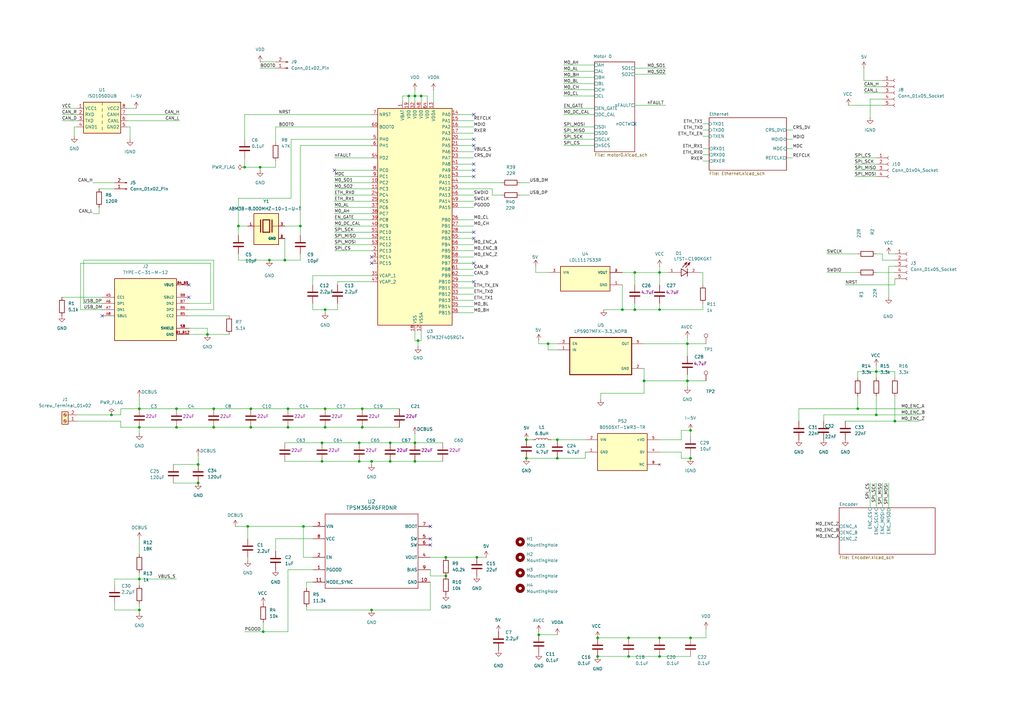
<source format=kicad_sch>
(kicad_sch (version 20231120) (generator "eeschema") (generator_version "8.0")
  (paper "A3")
  (junction (at 97.79 92.71))
  (junction (at 215.9 187.96))
  (junction (at 160.02 181.61))
  (junction (at 270.51 127))
  (junction (at 270.51 261.62))
  (junction (at 264.16 156.21))
  (junction (at 281.94 140.97))
  (junction (at 359.41 152.4))
  (junction (at 170.18 189.23))
  (junction (at 245.11 261.62))
  (junction (at 72.39 175.26))
  (junction (at 81.28 190.5))
  (junction (at 87.63 175.26))
  (junction (at 147.32 189.23))
  (junction (at 132.08 181.61))
  (junction (at 167.64 39.37))
  (junction (at 100.33 68.58))
  (junction (at 102.87 167.64))
  (junction (at 102.87 175.26))
  (junction (at 87.63 167.64))
  (junction (at 133.35 167.64))
  (junction (at 152.4 189.23))
  (junction (at 72.39 167.64))
  (junction (at 283.21 187.96))
  (junction (at 171.45 139.7))
  (junction (at 57.15 175.26))
  (junction (at 228.6 187.96))
  (junction (at 152.4 250.19))
  (junction (at 283.21 261.62))
  (junction (at 57.15 167.64))
  (junction (at 195.58 228.6))
  (junction (at 220.98 260.35))
  (junction (at 257.81 261.62))
  (junction (at 118.11 175.26))
  (junction (at 228.6 180.34))
  (junction (at 257.81 269.24))
  (junction (at 57.15 250.19))
  (junction (at 116.84 106.68))
  (junction (at 260.35 127))
  (junction (at 182.88 228.6))
  (junction (at 133.35 127))
  (junction (at 133.35 175.26))
  (junction (at 351.79 167.64))
  (junction (at 147.32 181.61))
  (junction (at 270.51 111.76))
  (junction (at 170.18 39.37))
  (junction (at 160.02 189.23))
  (junction (at 367.03 172.72))
  (junction (at 132.08 189.23))
  (junction (at 124.46 215.9))
  (junction (at 170.18 181.61))
  (junction (at 281.94 156.21))
  (junction (at 85.09 137.16))
  (junction (at 245.11 269.24))
  (junction (at 57.15 237.49))
  (junction (at 148.59 175.26))
  (junction (at 110.49 106.68))
  (junction (at 359.41 170.18))
  (junction (at 107.95 259.08))
  (junction (at 255.27 127))
  (junction (at 123.19 92.71))
  (junction (at 182.88 236.22))
  (junction (at 224.79 140.97))
  (junction (at 283.21 176.53))
  (junction (at 81.28 198.12))
  (junction (at 106.68 68.58))
  (junction (at 215.9 180.34))
  (junction (at 172.72 39.37))
  (junction (at 148.59 167.64))
  (junction (at 270.51 269.24))
  (junction (at 101.6 215.9))
  (junction (at 45.72 170.18))
  (junction (at 260.35 111.76))
  (junction (at 118.11 167.64))
  (no_connect (at 194.31 95.25))
  (no_connect (at 137.16 69.85))
  (no_connect (at 41.91 129.54))
  (no_connect (at 176.53 220.98))
  (no_connect (at 194.31 107.95))
  (no_connect (at 194.31 57.15))
  (no_connect (at 194.31 46.99))
  (no_connect (at 176.53 215.9))
  (no_connect (at 194.31 59.69))
  (no_connect (at 194.31 97.79))
  (no_connect (at 194.31 72.39))
  (no_connect (at 194.31 115.57))
  (no_connect (at 152.4 105.41))
  (no_connect (at 194.31 67.31))
  (no_connect (at 152.4 107.95))
  (no_connect (at 194.31 69.85))
  (no_connect (at 77.47 121.92))
  (no_connect (at 77.47 116.84))
  (no_connect (at 176.53 223.52))
  (no_connect (at 260.35 50.8))
  (wire (pts (xy 85.09 137.16) (xy 77.47 137.16)))
  (wire (pts (xy 270.51 111.76) (xy 270.51 109.22)))
  (wire (pts (xy 138.43 116.84) (xy 138.43 115.57)))
  (wire (pts (xy 57.15 234.95) (xy 57.15 237.49)))
  (wire (pts (xy 228.6 187.96) (xy 240.03 187.96)))
  (wire (pts (xy 171.45 139.7) (xy 172.72 139.7)))
  (wire (pts (xy 57.15 247.65) (xy 57.15 250.19)))
  (wire (pts (xy 123.19 92.71) (xy 123.19 96.52)))
  (wire (pts (xy 219.71 111.76) (xy 219.71 109.22)))
  (wire (pts (xy 243.84 46.99) (xy 231.14 46.99)))
  (wire (pts (xy 160.02 181.61) (xy 170.18 181.61)))
  (wire (pts (xy 194.31 92.71) (xy 187.96 92.71)))
  (wire (pts (xy 152.4 59.69) (xy 123.19 59.69)))
  (wire (pts (xy 106.68 25.4) (xy 113.03 25.4)))
  (wire (pts (xy 351.79 167.64) (xy 377.19 167.64)))
  (wire (pts (xy 25.4 121.92) (xy 41.91 121.92)))
  (wire (pts (xy 119.38 57.15) (xy 119.38 81.28)))
  (wire (pts (xy 132.08 189.23) (xy 147.32 189.23)))
  (wire (pts (xy 224.79 140.97) (xy 224.79 143.51)))
  (wire (pts (xy 49.53 167.64) (xy 49.53 170.18)))
  (wire (pts (xy 128.27 220.98) (xy 113.03 220.98)))
  (wire (pts (xy 123.19 59.69) (xy 123.19 92.71)))
  (wire (pts (xy 49.53 175.26) (xy 57.15 175.26)))
  (wire (pts (xy 187.96 57.15) (xy 194.31 57.15)))
  (wire (pts (xy 364.49 109.22) (xy 364.49 121.92)))
  (wire (pts (xy 187.96 54.61) (xy 194.31 54.61)))
  (wire (pts (xy 270.51 116.84) (xy 270.51 111.76)))
  (wire (pts (xy 100.33 68.58) (xy 106.68 68.58)))
  (wire (pts (xy 40.64 87.63) (xy 40.64 85.09)))
  (wire (pts (xy 187.96 69.85) (xy 194.31 69.85)))
  (wire (pts (xy 279.4 187.96) (xy 279.4 185.42)))
  (wire (pts (xy 243.84 52.07) (xy 231.14 52.07)))
  (wire (pts (xy 288.29 127) (xy 270.51 127)))
  (wire (pts (xy 347.98 43.18) (xy 361.95 43.18)))
  (wire (pts (xy 106.68 69.85) (xy 106.68 68.58)))
  (wire (pts (xy 176.53 233.68) (xy 176.53 236.22)))
  (wire (pts (xy 152.4 72.39) (xy 137.16 72.39)))
  (wire (pts (xy 281.94 158.75) (xy 281.94 156.21)))
  (wire (pts (xy 273.05 43.18) (xy 260.35 43.18)))
  (wire (pts (xy 72.39 167.64) (xy 87.63 167.64)))
  (wire (pts (xy 57.15 177.8) (xy 57.15 175.26)))
  (wire (pts (xy 194.31 123.19) (xy 187.96 123.19)))
  (wire (pts (xy 279.4 176.53) (xy 283.21 176.53)))
  (wire (pts (xy 243.84 36.83) (xy 231.14 36.83)))
  (wire (pts (xy 86.36 124.46) (xy 86.36 107.95)))
  (wire (pts (xy 356.87 198.12) (xy 356.87 208.28)))
  (wire (pts (xy 281.94 140.97) (xy 281.94 138.43)))
  (wire (pts (xy 133.35 127) (xy 138.43 127)))
  (wire (pts (xy 182.88 228.6) (xy 195.58 228.6)))
  (wire (pts (xy 187.96 59.69) (xy 194.31 59.69)))
  (wire (pts (xy 170.18 139.7) (xy 171.45 139.7)))
  (wire (pts (xy 165.1 39.37) (xy 167.64 39.37)))
  (wire (pts (xy 30.48 52.07) (xy 30.48 55.88)))
  (wire (pts (xy 87.63 175.26) (xy 102.87 175.26)))
  (wire (pts (xy 46.99 240.03) (xy 46.99 237.49)))
  (wire (pts (xy 201.93 80.01) (xy 201.93 77.47)))
  (wire (pts (xy 350.52 69.85) (xy 359.41 69.85)))
  (wire (pts (xy 283.21 176.53) (xy 283.21 179.07)))
  (wire (pts (xy 255.27 111.76) (xy 260.35 111.76)))
  (wire (pts (xy 255.27 127) (xy 260.35 127)))
  (wire (pts (xy 33.02 107.95) (xy 33.02 127)))
  (wire (pts (xy 170.18 135.89) (xy 170.18 139.7)))
  (wire (pts (xy 124.46 228.6) (xy 128.27 228.6)))
  (wire (pts (xy 243.84 57.15) (xy 231.14 57.15)))
  (wire (pts (xy 350.52 64.77) (xy 359.41 64.77)))
  (wire (pts (xy 215.9 180.34) (xy 218.44 180.34)))
  (wire (pts (xy 57.15 175.26) (xy 72.39 175.26)))
  (wire (pts (xy 87.63 127) (xy 77.47 127)))
  (wire (pts (xy 118.11 175.26) (xy 133.35 175.26)))
  (wire (pts (xy 148.59 167.64) (xy 163.83 167.64)))
  (wire (pts (xy 346.71 172.72) (xy 367.03 172.72)))
  (wire (pts (xy 359.41 170.18) (xy 377.19 170.18)))
  (wire (pts (xy 170.18 39.37) (xy 172.72 39.37)))
  (wire (pts (xy 34.29 106.68) (xy 87.63 106.68)))
  (wire (pts (xy 243.84 44.45) (xy 231.14 44.45)))
  (wire (pts (xy 194.31 110.49) (xy 187.96 110.49)))
  (wire (pts (xy 224.79 111.76) (xy 219.71 111.76)))
  (wire (pts (xy 194.31 115.57) (xy 187.96 115.57)))
  (wire (pts (xy 124.46 215.9) (xy 124.46 228.6)))
  (wire (pts (xy 152.4 69.85) (xy 137.16 69.85)))
  (wire (pts (xy 52.07 49.53) (xy 73.66 49.53)))
  (wire (pts (xy 128.27 124.46) (xy 128.27 127)))
  (wire (pts (xy 170.18 189.23) (xy 181.61 189.23)))
  (wire (pts (xy 87.63 106.68) (xy 87.63 127)))
  (wire (pts (xy 137.16 87.63) (xy 152.4 87.63)))
  (wire (pts (xy 287.02 111.76) (xy 288.29 111.76)))
  (wire (pts (xy 133.35 167.64) (xy 148.59 167.64)))
  (wire (pts (xy 187.96 67.31) (xy 194.31 67.31)))
  (wire (pts (xy 243.84 26.67) (xy 231.14 26.67)))
  (wire (pts (xy 170.18 41.91) (xy 170.18 39.37)))
  (wire (pts (xy 101.6 215.9) (xy 101.6 220.98)))
  (wire (pts (xy 243.84 29.21) (xy 231.14 29.21)))
  (wire (pts (xy 246.38 161.29) (xy 246.38 163.83)))
  (wire (pts (xy 138.43 115.57) (xy 152.4 115.57)))
  (wire (pts (xy 137.16 64.77) (xy 152.4 64.77)))
  (wire (pts (xy 57.15 250.19) (xy 57.15 251.46)))
  (wire (pts (xy 176.53 238.76) (xy 176.53 250.19)))
  (wire (pts (xy 96.52 215.9) (xy 101.6 215.9)))
  (wire (pts (xy 346.71 116.84) (xy 367.03 116.84)))
  (wire (pts (xy 279.4 187.96) (xy 283.21 187.96)))
  (wire (pts (xy 46.99 237.49) (xy 57.15 237.49)))
  (wire (pts (xy 100.33 64.77) (xy 100.33 68.58)))
  (wire (pts (xy 34.29 124.46) (xy 41.91 124.46)))
  (wire (pts (xy 337.82 170.18) (xy 359.41 170.18)))
  (wire (pts (xy 97.79 104.14) (xy 97.79 106.68)))
  (wire (pts (xy 288.29 50.8) (xy 290.83 50.8)))
  (wire (pts (xy 187.96 62.23) (xy 194.31 62.23)))
  (wire (pts (xy 113.03 68.58) (xy 106.68 68.58)))
  (wire (pts (xy 270.51 269.24) (xy 283.21 269.24)))
  (wire (pts (xy 187.96 82.55) (xy 194.31 82.55)))
  (wire (pts (xy 288.29 55.88) (xy 290.83 55.88)))
  (wire (pts (xy 220.98 260.35) (xy 228.6 260.35)))
  (wire (pts (xy 170.18 181.61) (xy 181.61 181.61)))
  (wire (pts (xy 270.51 127) (xy 270.51 124.46)))
  (wire (pts (xy 152.4 57.15) (xy 119.38 57.15)))
  (wire (pts (xy 194.31 107.95) (xy 187.96 107.95)))
  (wire (pts (xy 102.87 167.64) (xy 118.11 167.64)))
  (wire (pts (xy 57.15 237.49) (xy 57.15 240.03)))
  (wire (pts (xy 194.31 125.73) (xy 187.96 125.73)))
  (wire (pts (xy 57.15 167.64) (xy 72.39 167.64)))
  (wire (pts (xy 281.94 140.97) (xy 281.94 146.05)))
  (wire (pts (xy 201.93 80.01) (xy 205.74 80.01)))
  (wire (pts (xy 325.12 57.15) (xy 322.58 57.15)))
  (wire (pts (xy 270.51 185.42) (xy 279.4 185.42)))
  (wire (pts (xy 176.53 228.6) (xy 182.88 228.6)))
  (wire (pts (xy 260.35 124.46) (xy 260.35 127)))
  (wire (pts (xy 359.41 152.4) (xy 367.03 152.4)))
  (wire (pts (xy 93.98 137.16) (xy 85.09 137.16)))
  (wire (pts (xy 187.96 102.87) (xy 194.31 102.87)))
  (wire (pts (xy 243.84 59.69) (xy 231.14 59.69)))
  (wire (pts (xy 118.11 167.64) (xy 133.35 167.64)))
  (wire (pts (xy 350.52 67.31) (xy 359.41 67.31)))
  (wire (pts (xy 52.07 44.45) (xy 55.88 44.45)))
  (wire (pts (xy 118.11 233.68) (xy 128.27 233.68)))
  (wire (pts (xy 187.96 74.93) (xy 205.74 74.93)))
  (wire (pts (xy 194.31 85.09) (xy 187.96 85.09)))
  (wire (pts (xy 152.4 102.87) (xy 137.16 102.87)))
  (wire (pts (xy 356.87 48.26) (xy 356.87 40.64)))
  (wire (pts (xy 279.4 180.34) (xy 270.51 180.34)))
  (wire (pts (xy 40.64 77.47) (xy 46.99 77.47)))
  (wire (pts (xy 86.36 107.95) (xy 33.02 107.95)))
  (wire (pts (xy 167.64 39.37) (xy 170.18 39.37)))
  (wire (pts (xy 113.03 68.58) (xy 113.03 66.04)))
  (wire (pts (xy 25.4 44.45) (xy 31.75 44.45)))
  (wire (pts (xy 327.66 167.64) (xy 351.79 167.64)))
  (wire (pts (xy 325.12 60.96) (xy 322.58 60.96)))
  (wire (pts (xy 289.56 257.81) (xy 289.56 261.62)))
  (wire (pts (xy 257.81 269.24) (xy 270.51 269.24)))
  (wire (pts (xy 187.96 72.39) (xy 194.31 72.39)))
  (wire (pts (xy 283.21 186.69) (xy 283.21 187.96)))
  (wire (pts (xy 246.38 161.29) (xy 264.16 161.29)))
  (wire (pts (xy 247.65 127) (xy 255.27 127)))
  (wire (pts (xy 351.79 152.4) (xy 359.41 152.4)))
  (wire (pts (xy 339.09 111.76) (xy 351.79 111.76)))
  (wire (pts (xy 364.49 198.12) (xy 364.49 208.28)))
  (wire (pts (xy 367.03 172.72) (xy 377.19 172.72)))
  (wire (pts (xy 102.87 175.26) (xy 118.11 175.26)))
  (wire (pts (xy 359.41 111.76) (xy 367.03 111.76)))
  (wire (pts (xy 172.72 39.37) (xy 172.72 41.91)))
  (wire (pts (xy 195.58 228.6) (xy 199.39 228.6)))
  (wire (pts (xy 49.53 172.72) (xy 49.53 175.26)))
  (wire (pts (xy 125.73 248.92) (xy 125.73 250.19)))
  (wire (pts (xy 116.84 97.79) (xy 116.84 106.68)))
  (wire (pts (xy 57.15 220.98) (xy 57.15 227.33)))
  (wire (pts (xy 172.72 39.37) (xy 175.26 39.37)))
  (wire (pts (xy 87.63 167.64) (xy 102.87 167.64)))
  (wire (pts (xy 264.16 156.21) (xy 264.16 161.29)))
  (wire (pts (xy 187.96 120.65) (xy 194.31 120.65)))
  (wire (pts (xy 243.84 31.75) (xy 231.14 31.75)))
  (wire (pts (xy 226.06 180.34) (xy 228.6 180.34)))
  (wire (pts (xy 187.96 49.53) (xy 194.31 49.53)))
  (wire (pts (xy 172.72 139.7) (xy 172.72 135.89)))
  (wire (pts (xy 177.8 36.83) (xy 177.8 41.91)))
  (wire (pts (xy 367.03 162.56) (xy 367.03 172.72)))
  (wire (pts (xy 152.4 189.23) (xy 152.4 190.5)))
  (wire (pts (xy 77.47 124.46) (xy 86.36 124.46)))
  (wire (pts (xy 354.33 38.1) (xy 361.95 38.1)))
  (wire (pts (xy 194.31 95.25) (xy 187.96 95.25)))
  (wire (pts (xy 220.98 139.7) (xy 220.98 140.97)))
  (wire (pts (xy 133.35 128.27) (xy 133.35 127)))
  (wire (pts (xy 289.56 140.97) (xy 281.94 140.97)))
  (wire (pts (xy 359.41 152.4) (xy 359.41 154.94)))
  (wire (pts (xy 52.07 52.07) (xy 53.34 52.07)))
  (wire (pts (xy 359.41 149.86) (xy 359.41 152.4)))
  (wire (pts (xy 125.73 241.3) (xy 125.73 238.76)))
  (wire (pts (xy 367.03 106.68) (xy 361.95 106.68)))
  (wire (pts (xy 359.41 198.12) (xy 359.41 208.28)))
  (wire (pts (xy 228.6 180.34) (xy 240.03 180.34)))
  (wire (pts (xy 220.98 140.97) (xy 224.79 140.97)))
  (wire (pts (xy 351.79 162.56) (xy 351.79 167.64)))
  (wire (pts (xy 97.79 106.68) (xy 110.49 106.68)))
  (wire (pts (xy 194.31 64.77) (xy 187.96 64.77)))
  (wire (pts (xy 361.95 106.68) (xy 361.95 104.14)))
  (wire (pts (xy 273.05 30.48) (xy 260.35 30.48)))
  (wire (pts (xy 133.35 175.26) (xy 148.59 175.26)))
  (wire (pts (xy 288.29 111.76) (xy 288.29 116.84)))
  (wire (pts (xy 71.12 190.5) (xy 81.28 190.5)))
  (wire (pts (xy 327.66 172.72) (xy 327.66 167.64)))
  (wire (pts (xy 71.12 198.12) (xy 81.28 198.12)))
  (wire (pts (xy 240.03 187.96) (xy 240.03 185.42)))
  (wire (pts (xy 101.6 215.9) (xy 124.46 215.9)))
  (wire (pts (xy 137.16 80.01) (xy 152.4 80.01)))
  (wire (pts (xy 152.4 100.33) (xy 137.16 100.33)))
  (wire (pts (xy 224.79 143.51) (xy 228.6 143.51)))
  (wire (pts (xy 187.96 100.33) (xy 194.31 100.33)))
  (wire (pts (xy 148.59 175.26) (xy 163.83 175.26)))
  (wire (pts (xy 52.07 46.99) (xy 73.66 46.99)))
  (wire (pts (xy 97.79 92.71) (xy 97.79 96.52)))
  (wire (pts (xy 361.95 198.12) (xy 361.95 208.28)))
  (wire (pts (xy 57.15 237.49) (xy 72.39 237.49)))
  (wire (pts (xy 194.31 128.27) (xy 187.96 128.27)))
  (wire (pts (xy 281.94 156.21) (xy 281.94 153.67)))
  (wire (pts (xy 25.4 49.53) (xy 31.75 49.53)))
  (wire (pts (xy 97.79 92.71) (xy 101.6 92.71)))
  (wire (pts (xy 354.33 33.02) (xy 354.33 27.94)))
  (wire (pts (xy 170.18 177.8) (xy 170.18 181.61)))
  (wire (pts (xy 367.03 109.22) (xy 364.49 109.22)))
  (wire (pts (xy 273.05 27.94) (xy 260.35 27.94)))
  (wire (pts (xy 288.29 60.96) (xy 290.83 60.96)))
  (wire (pts (xy 171.45 139.7) (xy 171.45 142.24)))
  (wire (pts (xy 137.16 82.55) (xy 152.4 82.55)))
  (wire (pts (xy 351.79 152.4) (xy 351.79 154.94)))
  (wire (pts (xy 264.16 151.13) (xy 264.16 156.21)))
  (wire (pts (xy 147.32 189.23) (xy 152.4 189.23)))
  (wire (pts (xy 33.02 127) (xy 41.91 127)))
  (wire (pts (xy 260.35 111.76) (xy 270.51 111.76)))
  (wire (pts (xy 152.4 189.23) (xy 160.02 189.23)))
  (wire (pts (xy 364.49 104.14) (xy 367.03 104.14)))
  (wire (pts (xy 38.1 87.63) (xy 40.64 87.63)))
  (wire (pts (xy 118.11 259.08) (xy 118.11 233.68)))
  (wire (pts (xy 359.41 162.56) (xy 359.41 170.18)))
  (wire (pts (xy 367.03 116.84) (xy 367.03 114.3)))
  (wire (pts (xy 100.33 259.08) (xy 107.95 259.08)))
  (wire (pts (xy 288.29 63.5) (xy 290.83 63.5)))
  (wire (pts (xy 356.87 40.64) (xy 361.95 40.64)))
  (wire (pts (xy 137.16 85.09) (xy 152.4 85.09)))
  (wire (pts (xy 187.96 46.99) (xy 194.31 46.99)))
  (wire (pts (xy 187.96 52.07) (xy 194.31 52.07)))
  (wire (pts (xy 25.4 46.99) (xy 31.75 46.99)))
  (wire (pts (xy 31.75 52.07) (xy 30.48 52.07)))
  (wire (pts (xy 72.39 175.26) (xy 87.63 175.26)))
  (wire (pts (xy 116.84 181.61) (xy 132.08 181.61)))
  (wire (pts (xy 257.81 261.62) (xy 270.51 261.62)))
  (wire (pts (xy 137.16 77.47) (xy 152.4 77.47)))
  (wire (pts (xy 187.96 105.41) (xy 194.31 105.41)))
  (wire (pts (xy 147.32 181.61) (xy 160.02 181.61)))
  (wire (pts (xy 170.18 36.83) (xy 170.18 39.37)))
  (wire (pts (xy 325.12 64.77) (xy 322.58 64.77)))
  (wire (pts (xy 113.03 220.98) (xy 113.03 226.06)))
  (wire (pts (xy 270.51 261.62) (xy 283.21 261.62)))
  (wire (pts (xy 100.33 46.99) (xy 100.33 57.15)))
  (wire (pts (xy 217.17 74.93) (xy 213.36 74.93)))
  (wire (pts (xy 260.35 111.76) (xy 260.35 116.84)))
  (wire (pts (xy 224.79 140.97) (xy 228.6 140.97)))
  (wire (pts (xy 367.03 152.4) (xy 367.03 154.94)))
  (wire (pts (xy 243.84 54.61) (xy 231.14 54.61)))
  (wire (pts (xy 339.09 104.14) (xy 351.79 104.14)))
  (wire (pts (xy 243.84 39.37) (xy 231.14 39.37)))
  (wire (pts (xy 116.84 92.71) (xy 123.19 92.71)))
  (wire (pts (xy 288.29 124.46) (xy 288.29 127)))
  (wire (pts (xy 128.27 113.03) (xy 128.27 116.84)))
  (wire (pts (xy 194.31 97.79) (xy 187.96 97.79)))
  (wire (pts (xy 279.4 176.53) (xy 279.4 180.34)))
  (wire (pts (xy 354.33 33.02) (xy 361.95 33.02)))
  (wire (pts (xy 281.94 156.21) (xy 289.56 156.21)))
  (wire (pts (xy 245.11 269.24) (xy 257.81 269.24)))
  (wire (pts (xy 264.16 156.21) (xy 281.94 156.21)))
  (wire (pts (xy 45.72 170.18) (xy 49.53 170.18)))
  (wire (pts (xy 110.49 106.68) (xy 116.84 106.68)))
  (wire (pts (xy 46.99 250.19) (xy 46.99 247.65)))
  (wire (pts (xy 125.73 238.76) (xy 128.27 238.76)))
  (wire (pts (xy 194.31 90.17) (xy 187.96 90.17)))
  (wire (pts (xy 176.53 236.22) (xy 182.88 236.22)))
  (wire (pts (xy 175.26 39.37) (xy 175.26 41.91)))
  (wire (pts (xy 31.75 170.18) (xy 45.72 170.18)))
  (wire (pts (xy 354.33 35.56) (xy 361.95 35.56)))
  (wire (pts (xy 116.84 106.68) (xy 123.19 106.68)))
  (wire (pts (xy 187.96 80.01) (xy 194.31 80.01)))
  (wire (pts (xy 243.84 34.29) (xy 231.14 34.29)))
  (wire (pts (xy 152.4 46.99) (xy 100.33 46.99)))
  (wire (pts (xy 113.03 52.07) (xy 113.03 58.42)))
  (wire (pts (xy 85.09 134.62) (xy 85.09 137.16)))
  (wire (pts (xy 325.12 53.34) (xy 322.58 53.34)))
  (wire (pts (xy 107.95 259.08) (xy 118.11 259.08)))
  (wire (pts (xy 125.73 250.19) (xy 152.4 250.19)))
  (wire (pts (xy 165.1 41.91) (xy 165.1 39.37)))
  (wire (pts (xy 264.16 140.97) (xy 281.94 140.97)))
  (wire (pts (xy 194.31 118.11) (xy 187.96 118.11)))
  (wire (pts (xy 160.02 189.23) (xy 170.18 189.23)))
  (wire (pts (xy 116.84 189.23) (xy 132.08 189.23)))
  (wire (pts (xy 152.4 95.25) (xy 137.16 95.25)))
  (wire (pts (xy 167.64 41.91) (xy 167.64 39.37)))
  (wire (pts (xy 97.79 81.28) (xy 97.79 92.71)))
  (wire (pts (xy 34.29 124.46) (xy 34.29 106.68)))
  (wire (pts (xy 137.16 90.17) (xy 152.4 90.17)))
  (wire (pts (xy 215.9 187.96) (xy 228.6 187.96)))
  (wire (pts (xy 81.28 186.69) (xy 81.28 190.5)))
  (wire (pts (xy 57.15 250.19) (xy 46.99 250.19)))
  (wire (pts (xy 152.4 250.19) (xy 176.53 250.19)))
  (wire (pts (xy 288.29 66.04) (xy 290.83 66.04)))
  (wire (pts (xy 107.95 255.27) (xy 107.95 259.08)))
  (wire (pts (xy 350.52 72.39) (xy 359.41 72.39)))
  (wire (pts (xy 138.43 127) (xy 138.43 124.46)))
  (wire (pts (xy 93.98 129.54) (xy 77.47 129.54)))
  (wire (pts (xy 270.51 111.76) (xy 274.32 111.76)))
  (wire (pts (xy 97.79 81.28) (xy 119.38 81.28)))
  (wire (pts (xy 288.29 53.34) (xy 290.83 53.34)))
  (wire (pts (xy 106.68 27.94) (xy 113.03 27.94)))
  (wire (pts (xy 57.15 167.64) (xy 49.53 167.64)))
  (wire (pts (xy 245.11 261.62) (xy 257.81 261.62)))
  (wire (pts (xy 152.4 92.71) (xy 137.16 92.71)))
  (wire (pts (xy 38.1 74.93) (xy 46.99 74.93)))
  (wire (pts (xy 217.17 80.01) (xy 213.36 80.01)))
  (wire (pts (xy 359.41 104.14) (xy 361.95 104.14)))
  (wire (pts (xy 123.19 106.68) (xy 123.19 104.14)))
  (wire (pts (xy 113.03 52.07) (xy 152.4 52.07)))
  (wire (pts (xy 255.27 116.84) (xy 255.27 127)))
  (wire (pts (xy 194.31 113.03) (xy 187.96 113.03)))
  (wire (pts (xy 220.98 259.08) (xy 220.98 260.35)))
  (wire (pts (xy 128.27 127) (xy 133.35 127)))
  (wire (pts (xy 201.93 77.47) (xy 187.96 77.47)))
  (wire (pts (xy 337.82 172.72) (xy 337.82 170.18)))
  (wire (pts (xy 152.4 113.03) (xy 128.27 113.03)))
  (wire (pts (xy 152.4 97.79) (xy 137.16 97.79)))
  (wire (pts (xy 137.16 74.93) (xy 152.4 74.93)))
  (wire (pts (xy 124.46 215.9) (xy 128.27 215.9)))
  (wire (pts (xy 53.34 52.07) (xy 53.34 57.15)))
  (wire (pts (xy 77.47 134.62) (xy 85.09 134.62)))
  (wire (pts (xy 101.6 228.6) (xy 101.6 229.87)))
  (wire (pts (xy 132.08 181.61) (xy 147.32 181.61)))
  (wire (pts (xy 31.75 172.72) (xy 49.53 172.72)))
  (wire (pts (xy 260.35 127) (xy 270.51 127)))
  (wire (pts (xy 283.21 261.62) (xy 289.56 261.62)))
  (wire (pts (xy 57.15 162.56) (xy 57.15 167.64)))
  (label "SPI_CS" (at 137.16 102.87 0))
  (label "CAN_D" (at 25.4 49.53 0))
  (label "SWDIO" (at 339.09 111.76 0))
  (label "CAN_H" (at 73.66 46.99 180))
  (label "SWDIO" (at 194.31 80.01 0))
  (label "M0_SO2" (at 265.43 30.48 0))
  (label "M0_ENC_B" (at 344.17 218.44 180))
  (label "CAN_L" (at 354.33 38.1 0))
  (label "PGOOD" (at 100.33 259.08 0))
  (label "ETH_TX0" (at 194.31 120.65 0))
  (label "VBUS_S" (at 194.31 62.23 0))
  (label "SWCLK" (at 194.31 82.55 0))
  (label "M0_BH" (at 194.31 128.27 0))
  (label "nFAULT" (at 137.16 64.77 0))
  (label "SPI_MOSI" (at 231.14 52.07 0))
  (label "BOOT0" (at 114.3 52.07 0))
  (label "SWCLK" (at 339.09 104.14 0))
  (label "ETH_TX1" (at 194.31 123.19 0))
  (label "SPI_SCK" (at 137.16 95.25 0))
  (label "BOOT0" (at 106.68 27.94 0))
  (label "MDC" (at 325.12 60.96 0))
  (label "USB_DM" (at 217.17 74.93 0))
  (label "CAN_R" (at 25.4 46.99 0))
  (label "M0_AL" (at 231.14 29.21 0))
  (label "M0_ENC_A" (at 369.57 167.64 0))
  (label "M0_CL" (at 194.31 90.17 0))
  (label "CAN_D" (at 194.31 113.03 0))
  (label "M0_BL" (at 231.14 34.29 0))
  (label "ETH_RX0" (at 137.16 80.01 0))
  (label "USB_DP" (at 34.29 124.46 0))
  (label "M0_AL" (at 137.16 85.09 0))
  (label "CAN_H" (at 38.1 74.93 180))
  (label "ETH_RX1" (at 137.16 82.55 0))
  (label "ETH_TX_EN" (at 194.31 118.11 0))
  (label "SPI_MOSI" (at 364.49 198.12 270))
  (label "CAN_R" (at 194.31 110.49 0))
  (label "SPI_MISO" (at 231.14 54.61 0))
  (label "SPI_MISO" (at 350.52 69.85 0))
  (label "CAN_L" (at 73.66 49.53 180))
  (label "CAN_H" (at 354.33 35.56 0))
  (label "SPI_SCK" (at 350.52 67.31 0))
  (label "SPI_MOSI" (at 350.52 72.39 0))
  (label "M0_CH" (at 194.31 92.71 0))
  (label "SPI_SCK" (at 359.41 198.12 270))
  (label "M0_AH" (at 231.14 26.67 0))
  (label "M0_BL" (at 194.31 125.73 0))
  (label "M0_CL" (at 231.14 39.37 0))
  (label "MDIO" (at 194.31 52.07 0))
  (label "M0_SO1" (at 137.16 74.93 0))
  (label "EN_GATE" (at 137.16 90.17 0))
  (label "M0_SO2" (at 137.16 77.47 0))
  (label "M0_BH" (at 231.14 31.75 0))
  (label "SPI_CS" (at 356.87 198.12 270))
  (label "EN_GATE" (at 231.14 44.45 0))
  (label "nFAULT" (at 265.43 43.18 0))
  (label "REFCLK" (at 325.12 64.77 0))
  (label "M0_DC_CAL" (at 137.16 92.71 0))
  (label "M0_ENC_A" (at 344.17 220.98 180))
  (label "VBUS_S" (at 64.77 237.49 0))
  (label "M0_ENC_B" (at 369.57 170.18 0))
  (label "USB_DP" (at 217.17 80.01 0))
  (label "ETH_RX0" (at 288.29 63.5 180))
  (label "M0_SO1" (at 265.43 27.94 0))
  (label "VCC" (at 25.4 44.45 0))
  (label "M0_CH" (at 231.14 36.83 0))
  (label "M0_ENC_Z" (at 369.57 172.72 0))
  (label "CRS_DV" (at 194.31 64.77 0))
  (label "M0_ENC_A" (at 194.31 100.33 0))
  (label "M0_ENC_B" (at 194.31 102.87 0))
  (label "M0_ENC_Z" (at 194.31 105.41 0))
  (label "M0_DC_CAL" (at 231.14 46.99 0))
  (label "PGOOD" (at 194.31 85.09 0))
  (label "RXER" (at 194.31 54.61 0))
  (label "SPI_CS" (at 231.14 59.69 0))
  (label "RXER" (at 288.29 66.04 180))
  (label "SPI_MISO" (at 361.95 198.12 270))
  (label "MDIO" (at 325.12 57.15 0))
  (label "CRS_DV" (at 325.12 53.34 0))
  (label "SPI_MOSI" (at 137.16 100.33 0))
  (label "USB_DM" (at 34.29 127 0))
  (label "MDC" (at 137.16 72.39 0))
  (label "NRST" (at 114.3 46.99 0))
  (label "ETH_TX0" (at 288.29 53.34 180))
  (label "CAN_L" (at 38.1 87.63 180))
  (label "SPI_SCK" (at 231.14 57.15 0))
  (label "NRST" (at 346.71 116.84 0))
  (label "ETH_TX_EN" (at 288.29 55.88 180))
  (label "SPI_CS" (at 350.52 64.77 0))
  (label "ETH_TX1" (at 288.29 50.8 180))
  (label "SPI_MISO" (at 137.16 97.79 0))
  (label "M0_ENC_Z" (at 344.17 215.9 180))
  (label "ETH_RX1" (at 288.29 60.96 180))
  (label "REFCLK" (at 194.31 49.53 0))
  (label "M0_AH" (at 137.16 87.63 0))
  (symbol (lib_id "Device:C") (at 118.11 171.45 0) (unit 1)
    (property "Reference" "C14" (at 122.682 167.386 0) (effects (justify left bottom)))
    (property "Value" "470uF" (effects (hide yes)))
    (property "Footprint" "Capacitor_SMD:C_2220_5750Metric" (effects (hide yes)))
    (property "Description" "CAP, FP Series, 470 µF, 25 V, Radial Can - SMD, 10 mm" (effects (hide yes)))
    (property "ALTIUM_VALUE" "22uF" (at 120.65 171.45 0) (effects (justify left bottom)))
    (property "SUPPLIER 1" "Digi-Key" (effects (hide yes)))
    (property "SUPPLIER PART NUMBER 1" "PCE4440TR-ND" (effects (hide yes)))
    (property "MANUFACTURER" "Panasonic Electronic Components" (effects (hide yes)))
    (property "ROHS" "RoHS Compliant" (effects (hide yes)))
    (property "CATEGORY" "Capacitors" (effects (hide yes)))
    (property "STOCK" "8000" (effects (hide yes)))
    (property "PRICING 1" "500=0.3571, 1000=0.30072, 2500=0.28192, 5000=0.26313, 12500=0.24997, 25000=0.24434 (USD)" (effects (hide yes)))
    (property "PACKAGING" "Tape & Reel (TR)" (effects (hide yes)))
    (property "PART STATUS" "Active" (effects (hide yes)))
    (property "TOLERANCE" "±20%" (effects (hide yes)))
    (property "ESR (EQUIVALENT SERIES RESISTANCE)" "60 mOhm @ 100kHz" (effects (hide yes)))
    (property "LIFETIME @ TEMP." "2000 Hrs @ 105°C" (effects (hide yes)))
    (property "OPERATING TEMPERATURE" "-55°C ~ 105°C" (effects (hide yes)))
    (property "POLARIZATION" "Polar" (effects (hide yes)))
    (property "APPLICATIONS" "Automotive" (effects (hide yes)))
    (property "RIPPLE CURRENT - LOW FREQUENCY" "773.5mA @ 120Hz" (effects (hide yes)))
    (property "RIPPLE CURRENT - HIGH FREQUENCY" "1.19A @ 100kHz" (effects (hide yes)))
    (property "LEAD SPACING" "-" (effects (hide yes)))
    (property "SIZE / DIMENSION" "0.394\" Dia (10.00mm)" (effects (hide yes)))
    (property "HEIGHT - SEATED (MAX)" "0.402\" (10.20mm)" (effects (hide yes)))
    (property "SURFACE MOUNT LAND SIZE" "0.406\" L x 0.406\" W (10.30mm x 10.30mm)" (effects (hide yes)))
    (property "MOUNTING TYPE" "Surface Mount" (effects (hide yes)))
    (property "PACKAGE / CASE" "Radial, Can - SMD" (effects (hide yes)))
    (property "COMPONENTLINK1URL" "http://industrial.panasonic.com/www-cgi/jvcr13pz.cgi?E+PZ+3+ABA0114+EEEFP1E471AP+7+WW" (effects (hide yes)))
    (property "COMPONENTLINK1DESCRIPTION" "http://industrial.panasonic.com/www-cgi/jvcr13pz.cgi?E+PZ+3+ABA0114+EEEFP1E471AP+7+WW" (effects (hide yes)))
    (property "SUPPLIER 2" "Digi-Key" (effects (hide yes)))
    (property "SUPPLIER PART NUMBER 2" "PCE4440CT-ND" (effects (hide yes)))
    (property "PRICING 2" "1=0.92, 10=0.702, 100=0.5025 (USD)" (effects (hide yes)))
    (property "MANUFACTURER PART NUMBER" "EEE-FP1E471AP" (effects (hide yes)))
  )
  (symbol (lib_id "power:VCCQ") (at 57.15 162.56 0) (unit 1)
    (property "Reference" "#PWR011" (effects (hide yes)))
    (property "Value" "DCBUS" (at 61.214 160.782 0))
    (property "Description" "Power symbol creates a global label with name \"VCCQ\"" (effects (hide yes)))
  )
  (symbol (lib_id "Device:R") (at 288.29 120.65 0) (unit 1)
    (property "Reference" "R11" (at 289.814 125.476 0) (effects (justify left bottom)))
    (property "Value" "1k" (at 289.814 128.016 0) (effects (justify left bottom)))
    (property "Footprint" "Resistor_SMD:R_0603_1608Metric" (effects (hide yes)))
    (property "Description" "RES SMD 1K OHM 1% 1/10W 0603" (effects (hide yes)))
    (property "SUPPLIER 1" "Digi-Key" (effects (hide yes)))
    (property "SUPPLIER PART NUMBER 1" "311-1.00KHRCT-ND" (effects (hide yes)))
    (property "MANUFACTURER" "Yageo" (effects (hide yes)))
    (property "ROHS" "RoHS Compliant" (effects (hide yes)))
    (property "CATEGORY" "Resistors" (effects (hide yes)))
    (property "STOCK 1" "6734836" (effects (hide yes)))
    (property "PRICING 1" "1=0.1, 10=0.014, 25=0.01, 100=0.0057, 250=0.00436, 500=0.00348, 1000=0.00257, 2500=0.00223 (USD)" (effects (hide yes)))
    (property "PACKAGING" "Cut Tape (CT)" (effects (hide yes)))
    (property "TOLERANCE" "±1%" (effects (hide yes)))
    (property "POWER (WATTS)" "0.1W, 1/10W" (effects (hide yes)))
    (property "COMPOSITION" "Thick Film" (effects (hide yes)))
    (property "FEATURES" "Moisture Resistant" (effects (hide yes)))
    (property "TEMPERATURE COEFFICIENT" "±100ppm/°C" (effects (hide yes)))
    (property "OPERATING TEMPERATURE" "-55°C ~ 155°C" (effects (hide yes)))
    (property "PACKAGE / CASE" "0603 (1608 Metric)" (effects (hide yes)))
    (property "SUPPLIER DEVICE PACKAGE" "0603" (effects (hide yes)))
    (property "SIZE / DIMENSION" "0.063\" L x 0.031\" W (1.60mm x 0.80mm)" (effects (hide yes)))
    (property "HEIGHT" "0.022\" (0.55mm)" (effects (hide yes)))
    (property "NUMBER OF TERMINATIONS" "2" (effects (hide yes)))
    (property "COMPONENTLINK1URL" "http://www.yageo.com/documents/recent/PYu-RC_Group_51_RoHS_L_04.pdf" (effects (hide yes)))
    (property "COMPONENTLINK1DESCRIPTION" "http://www.yageo.com/documents/recent/PYu-RC_Group_51_RoHS_L_04.pdf" (effects (hide yes)))
    (property "MANUFACTURER PART NUMBER" "RC0603FR-071KL" (effects (hide yes)))
    (property "RESISTANCE (OHMS)" "1k" (effects (hide yes)))
  )
  (symbol (lib_id "power:VCC") (at 220.98 259.08 0) (unit 1)
    (property "Reference" "#PWR019" (effects (hide yes)))
    (property "Value" "AVCC" (at 220.98 254.508 0))
  )
  (symbol (lib_id "Mechanical:MountingHole") (at 213.36 228.6 0) (unit 1) (exclude_from_sim yes) (in_bom no)
    (property "Reference" "H2" (at 215.9 227.3299 0) (effects (justify left)))
    (property "Value" "MountingHole" (at 215.9 229.8699 0) (effects (justify left)))
    (property "Footprint" "MountingHole:MountingHole_2.2mm_M2" (effects (hide yes)))
    (property "Description" "Mounting Hole without connection" (effects (hide yes)))
  )
  (symbol (lib_id "power:VCC") (at 281.94 138.43 0) (unit 1)
    (property "Reference" "#PWR039" (effects (hide yes)))
    (property "Value" "AVCC" (at 281.686 134.112 0))
  )
  (symbol (lib_id "power:GND") (at 101.6 229.87 0) (unit 1)
    (property "Reference" "#PWR04" (effects (hide yes)))
    (property "Value" "GND" (at 101.6 234.95 0))
    (property "Description" "Power symbol creates a global label with name \"GND\" , ground" (effects (hide yes)))
  )
  (symbol (lib_id "Device:C") (at 270.51 120.65 0) (unit 1)
    (property "Reference" "C27" (at 273.304 117.856 0) (effects (justify left bottom)))
    (property "Value" "4.7uF" (effects (hide yes)))
    (property "Footprint" "Capacitor_SMD:C_0805_2012Metric" (effects (hide yes)))
    (property "Description" "CAP CER 4.7UF 35V X5R 0805" (effects (hide yes)))
    (property "SUPPLIER 1" "Digi-Key" (effects (hide yes)))
    (property "SUPPLIER PART NUMBER 1" "490-7208-2-ND" (effects (hide yes)))
    (property "MANUFACTURER" "Murata Electronics North America" (effects (hide yes)))
    (property "ROHS" "RoHS Compliant" (effects (hide yes)))
    (property "CATEGORY" "Capacitors" (effects (hide yes)))
    (property "PRICING 1" "4000=0.05126, 8000=0.0487, 12000=0.04613 (USD)" (effects (hide yes)))
    (property "PACKAGING" "Tape & Reel (TR)" (effects (hide yes)))
    (property "PART STATUS" "Active" (effects (hide yes)))
    (property "TOLERANCE" "±10%" (effects (hide yes)))
    (property "VOLTAGE - RATED" "35V" (effects (hide yes)))
    (property "TEMPERATURE COEFFICIENT" "X5R" (effects (hide yes)))
    (property "OPERATING TEMPERATURE" "-55°C ~ 85°C" (effects (hide yes)))
    (property "FEATURES" "Derating Recommended" (effects (hide yes)))
    (property "RATINGS" "-" (effects (hide yes)))
    (property "APPLICATIONS" "General Purpose" (effects (hide yes)))
    (property "MOUNTING TYPE" "Surface Mount, MLCC" (effects (hide yes)))
    (property "PACKAGE / CASE" "0805 (2012 Metric)" (effects (hide yes)))
    (property "SIZE / DIMENSION" "0.079\" L x 0.049\" W (2.01mm x 1.25mm)" (effects (hide yes)))
    (property "HEIGHT - SEATED (MAX)" "-" (effects (hide yes)))
    (property "THICKNESS (MAX)" "0.037\" (0.95mm)" (effects (hide yes)))
    (property "LEAD SPACING" "-" (effects (hide yes)))
    (property "LEAD STYLE" "-" (effects (hide yes)))
    (property "COMPONENTLINK1URL" "http://www.murata.com/~/media/webrenewal/support/library/catalog/products/capacitor/mlcc/c02e.ashx?la=en-us" (effects (hide yes)))
    (property "COMPONENTLINK1DESCRIPTION" "http://www.murata.com/~/media/webrenewal/support/library/catalog/products/capacitor/mlcc/c02e.ashx?la=en-us" (effects (hide yes)))
    (property "SUPPLIER 2" "Digi-Key" (effects (hide yes)))
    (property "SUPPLIER PART NUMBER 2" "490-7208-1-ND" (effects (hide yes)))
    (property "PRICING 2" "1=0.26, 10=0.177, 100=0.1002, 500=0.07076, 1000=0.06191 (USD)" (effects (hide yes)))
    (property "ALTIUM_VALUE" "4.7uF" (at 273.05 120.65 0) (effects (justify left bottom)))
    (property "STOCK" "152000" (effects (hide yes)))
    (property "MANUFACTURER PART NUMBER" "GRM219R6YA475KA73D" (effects (hide yes)))
  )
  (symbol (lib_id "power:+5V") (at 204.47 259.08 0) (unit 1)
    (property "Reference" "#PWR016" (effects (hide yes)))
    (property "Value" "5V" (at 204.216 254.254 0))
  )
  (symbol (lib_id "Device:C") (at 283.21 265.43 0) (unit 1)
    (property "Reference" "C22" (at 286.004 270.256 0) (effects (justify left bottom)))
    (property "Value" "${CAPACITANCE}" (at 286.004 272.796 0) (effects (justify left bottom)))
    (property "Footprint" "Capacitor_SMD:C_0603_1608Metric" (effects (hide yes)))
    (property "Description" "CAP CER 0.1UF 50V X7R 0603" (effects (hide yes)))
    (property "SUPPLIER 1" "Digi-Key" (effects (hide yes)))
    (property "SUPPLIER PART NUMBER 1" "490-1519-2-ND" (effects (hide yes)))
    (property "MANUFACTURER" "Murata Electronics North America" (effects (hide yes)))
    (property "MANUFACTURER PART NUMBER" "GRM188R71H104KA93D" (effects (hide yes)))
    (property "ROHS" "RoHS Compliant" (effects (hide yes)))
    (property "CATEGORY" "Capacitors" (effects (hide yes)))
    (property "PRICING 1" "4000=0.01822, 8000=0.01663, 12000=0.01584 (USD)" (effects (hide yes)))
    (property "PACKAGING" "Tape & Reel (TR)" (effects (hide yes)))
    (property "CAPACITANCE" "0.1uF" (effects (hide yes)))
    (property "TOLERANCE" "±10%" (effects (hide yes)))
    (property "VOLTAGE - RATED" "50V" (effects (hide yes)))
    (property "TEMPERATURE COEFFICIENT" "X7R" (effects (hide yes)))
    (property "MOUNTING TYPE" "Surface Mount, MLCC" (effects (hide yes)))
    (property "OPERATING TEMPERATURE" "-55°C ~ 125°C" (effects (hide yes)))
    (property "APPLICATIONS" "General Purpose" (effects (hide yes)))
    (property "RATINGS" "-" (effects (hide yes)))
    (property "PACKAGE / CASE" "0603 (1608 Metric)" (effects (hide yes)))
    (property "SIZE / DIMENSION" "0.063\" L x 0.032\" W (1.60mm x 0.80mm)" (effects (hide yes)))
    (property "HEIGHT - SEATED (MAX)" "-" (effects (hide yes)))
    (property "THICKNESS (MAX)" "0.035\" (0.90mm)" (effects (hide yes)))
    (property "LEAD SPACING" "-" (effects (hide yes)))
    (property "FEATURES" "-" (effects (hide yes)))
    (property "LEAD STYLE" "-" (effects (hide yes)))
    (property "COMPONENTLINK1URL" "http://www.murata.com/~/media/webrenewal/support/library/catalog/products/capacitor/mlcc/c02e.ashx?la=en-us" (effects (hide yes)))
    (property "COMPONENTLINK1DESCRIPTION" "http://www.murata.com/~/media/webrenewal/support/library/catalog/products/capacitor/mlcc/c02e.ashx?la=en-us" (effects (hide yes)))
    (property "STOCK" "19812000" (effects (hide yes)))
    (property "PART STATUS" "Active" (effects (hide yes)))
    (property "SUPPLIER 2" "Digi-Key" (effects (hide yes)))
    (property "SUPPLIER PART NUMBER 2" "490-1519-1-ND" (effects (hide yes)))
    (property "PRICING 2" "1=0.12, 10=0.084, 100=0.0396, 500=0.02778, 1000=0.023 (USD)" (effects (hide yes)))
  )
  (symbol (lib_id "Device:R") (at 182.88 240.03 0) (unit 1)
    (property "Reference" "R10" (at 185.42 238.7599 0) (effects (justify left)))
    (property "Value" "10k" (at 185.42 241.2999 0) (effects (justify left)))
    (property "Footprint" "Resistor_SMD:R_0603_1608Metric" (effects (hide yes)))
    (property "Description" "Resistor" (effects (hide yes)))
  )
  (symbol (lib_id "Device:C") (at 346.71 176.53 0) (unit 1)
    (property "Reference" "C33" (at 350.52 175.2599 0) (effects (justify left)))
    (property "Value" "22nF" (at 350.52 177.7999 0) (effects (justify left)))
    (property "Footprint" "Capacitor_SMD:C_0402_1005Metric" (effects (hide yes)))
    (property "Description" "Unpolarized capacitor" (effects (hide yes)))
  )
  (symbol (lib_id "Device:R") (at 113.03 62.23 0) (unit 1)
    (property "Reference" "R8" (at 115.316 58.166 0) (effects (justify left bottom)))
    (property "Value" "47K" (at 115.316 60.706 0) (effects (justify left bottom)))
    (property "Footprint" "Resistor_SMD:R_0603_1608Metric" (effects (hide yes)))
    (property "Description" "RES SMD 47K OHM 1% 1/10W 0603" (effects (hide yes)))
    (property "SUPPLIER 1" "Digi-Key" (effects (hide yes)))
    (property "SUPPLIER PART NUMBER 1" "311-47.0KHRCT-ND" (effects (hide yes)))
    (property "MANUFACTURER" "Yageo" (effects (hide yes)))
    (property "MANUFACTURER PART NUMBER" "RC0603FR-0747KL" (effects (hide yes)))
    (property "ROHS" "RoHS Compliant" (effects (hide yes)))
    (property "CATEGORY" "Resistors" (effects (hide yes)))
    (property "STOCK 1" "930868" (effects (hide yes)))
    (property "PRICING 1" "1=0.1, 10=0.014, 25=0.01, 100=0.0057, 250=0.00436, 500=0.00348, 1000=0.00257, 2500=0.00223 (USD)" (effects (hide yes)))
    (property "PACKAGING" "Cut Tape (CT)" (effects (hide yes)))
    (property "RESISTANCE (OHMS)" "47k" (effects (hide yes)))
    (property "TOLERANCE" "±1%" (effects (hide yes)))
    (property "POWER (WATTS)" "0.1W, 1/10W" (effects (hide yes)))
    (property "COMPOSITION" "Thick Film" (effects (hide yes)))
    (property "FEATURES" "Moisture Resistant" (effects (hide yes)))
    (property "TEMPERATURE COEFFICIENT" "±100ppm/°C" (effects (hide yes)))
    (property "OPERATING TEMPERATURE" "-55°C ~ 155°C" (effects (hide yes)))
    (property "PACKAGE / CASE" "0603 (1608 Metric)" (effects (hide yes)))
    (property "SUPPLIER DEVICE PACKAGE" "0603" (effects (hide yes)))
    (property "SIZE / DIMENSION" "0.063\" L x 0.031\" W (1.60mm x 0.80mm)" (effects (hide yes)))
    (property "HEIGHT" "0.022\" (0.55mm)" (effects (hide yes)))
    (property "NUMBER OF TERMINATIONS" "2" (effects (hide yes)))
    (property "COMPONENTLINK1URL" "http://www.yageo.com/documents/recent/PYu-RC_Group_51_RoHS_L_04.pdf" (effects (hide yes)))
    (property "COMPONENTLINK1DESCRIPTION" "http://www.yageo.com/documents/recent/PYu-RC_Group_51_RoHS_L_04.pdf" (effects (hide yes)))
  )
  (symbol (lib_id "power:VCC") (at 270.51 109.22 0) (unit 1)
    (property "Reference" "#PWR038" (effects (hide yes)))
    (property "Value" "VCC" (at 270.51 104.14 0))
    (property "Description" "Power symbol creates a global label with name \"VCC\"" (effects (hide yes)))
  )
  (symbol (lib_id "power:+5V") (at 215.9 180.34 0) (unit 1)
    (property "Reference" "#PWR032" (effects (hide yes)))
    (property "Value" "5V" (at 215.9 175.514 0))
  )
  (symbol (lib_id "Device:C") (at 81.28 194.31 0) (unit 1)
    (property "Reference" "C34" (at 85.09 193.0399 0) (effects (justify left)))
    (property "Value" "120uF" (at 85.09 195.5799 0) (effects (justify left)))
    (property "Footprint" "Capacitor_SMD:CP_Elec_10x10.5" (effects (hide yes)))
    (property "Description" "Unpolarized capacitor" (effects (hide yes)))
  )
  (symbol (lib_id "Device:R") (at 57.15 231.14 0) (unit 1)
    (property "Reference" "R12" (at 58.674 223.266 0) (effects (justify left bottom)))
    (property "Value" "18K" (at 58.674 225.806 0) (effects (justify left bottom)))
    (property "Footprint" "Resistor_SMD:R_0603_1608Metric" (effects (hide yes)))
    (property "Description" "RES SMD 10K OHM 1% 1/10W 0603" (effects (hide yes)))
    (property "SUPPLIER 1" "Digi-Key" (effects (hide yes)))
    (property "SUPPLIER PART NUMBER 1" "311-10.0KHRCT-ND" (effects (hide yes)))
    (property "MANUFACTURER" "Yageo" (effects (hide yes)))
    (property "MANUFACTURER PART NUMBER" "RC0603FR-0710KL" (effects (hide yes)))
    (property "ROHS" "RoHS Compliant" (effects (hide yes)))
    (property "CATEGORY" "Resistors" (effects (hide yes)))
    (property "STOCK 1" "13504930" (effects (hide yes)))
    (property "PRICING 1" "1=0.1, 10=0.014, 25=0.01, 100=0.0057, 250=0.00436, 500=0.00348, 1000=0.00257, 2500=0.00223 (USD)" (effects (hide yes)))
    (property "PACKAGING" "Cut Tape (CT)" (effects (hide yes)))
    (property "RESISTANCE (OHMS)" "10k" (effects (hide yes)))
    (property "TOLERANCE" "±1%" (effects (hide yes)))
    (property "POWER (WATTS)" "0.1W, 1/10W" (effects (hide yes)))
    (property "COMPOSITION" "Thick Film" (effects (hide yes)))
    (property "FEATURES" "Moisture Resistant" (effects (hide yes)))
    (property "TEMPERATURE COEFFICIENT" "±100ppm/°C" (effects (hide yes)))
    (property "OPERATING TEMPERATURE" "-55°C ~ 155°C" (effects (hide yes)))
    (property "PACKAGE / CASE" "0603 (1608 Metric)" (effects (hide yes)))
    (property "SUPPLIER DEVICE PACKAGE" "0603" (effects (hide yes)))
    (property "SIZE / DIMENSION" "0.063\" L x 0.031\" W (1.60mm x 0.80mm)" (effects (hide yes)))
    (property "HEIGHT" "0.022\" (0.55mm)" (effects (hide yes)))
    (property "NUMBER OF TERMINATIONS" "2" (effects (hide yes)))
    (property "COMPONENTLINK1URL" "http://www.yageo.com/documents/recent/PYu-RC_Group_51_RoHS_L_04.pdf" (effects (hide yes)))
    (property "COMPONENTLINK1DESCRIPTION" "http://www.yageo.com/documents/recent/PYu-RC_Group_51_RoHS_L_04.pdf" (effects (hide yes)))
  )
  (symbol (lib_id "Device:C") (at 281.94 149.86 0) (unit 1)
    (property "Reference" "C28" (at 284.734 147.066 0) (effects (justify left bottom)))
    (property "Value" "4.7uF" (effects (hide yes)))
    (property "Footprint" "Capacitor_SMD:C_0805_2012Metric" (effects (hide yes)))
    (property "Description" "CAP CER 4.7UF 35V X5R 0805" (effects (hide yes)))
    (property "SUPPLIER 1" "Digi-Key" (effects (hide yes)))
    (property "SUPPLIER PART NUMBER 1" "490-7208-2-ND" (effects (hide yes)))
    (property "MANUFACTURER" "Murata Electronics North America" (effects (hide yes)))
    (property "ROHS" "RoHS Compliant" (effects (hide yes)))
    (property "CATEGORY" "Capacitors" (effects (hide yes)))
    (property "PRICING 1" "4000=0.05126, 8000=0.0487, 12000=0.04613 (USD)" (effects (hide yes)))
    (property "PACKAGING" "Tape & Reel (TR)" (effects (hide yes)))
    (property "PART STATUS" "Active" (effects (hide yes)))
    (property "TOLERANCE" "±10%" (effects (hide yes)))
    (property "VOLTAGE - RATED" "35V" (effects (hide yes)))
    (property "TEMPERATURE COEFFICIENT" "X5R" (effects (hide yes)))
    (property "OPERATING TEMPERATURE" "-55°C ~ 85°C" (effects (hide yes)))
    (property "FEATURES" "Derating Recommended" (effects (hide yes)))
    (property "RATINGS" "-" (effects (hide yes)))
    (property "APPLICATIONS" "General Purpose" (effects (hide yes)))
    (property "MOUNTING TYPE" "Surface Mount, MLCC" (effects (hide yes)))
    (property "PACKAGE / CASE" "0805 (2012 Metric)" (effects (hide yes)))
    (property "SIZE / DIMENSION" "0.079\" L x 0.049\" W (2.01mm x 1.25mm)" (effects (hide yes)))
    (property "HEIGHT - SEATED (MAX)" "-" (effects (hide yes)))
    (property "THICKNESS (MAX)" "0.037\" (0.95mm)" (effects (hide yes)))
    (property "LEAD SPACING" "-" (effects (hide yes)))
    (property "LEAD STYLE" "-" (effects (hide yes)))
    (property "COMPONENTLINK1URL" "http://www.murata.com/~/media/webrenewal/support/library/catalog/products/capacitor/mlcc/c02e.ashx?la=en-us" (effects (hide yes)))
    (property "COMPONENTLINK1DESCRIPTION" "http://www.murata.com/~/media/webrenewal/support/library/catalog/products/capacitor/mlcc/c02e.ashx?la=en-us" (effects (hide yes)))
    (property "SUPPLIER 2" "Digi-Key" (effects (hide yes)))
    (property "SUPPLIER PART NUMBER 2" "490-7208-1-ND" (effects (hide yes)))
    (property "PRICING 2" "1=0.26, 10=0.177, 100=0.1002, 500=0.07076, 1000=0.06191 (USD)" (effects (hide yes)))
    (property "ALTIUM_VALUE" "4.7uF" (at 284.48 149.86 0) (effects (justify left bottom)))
    (property "STOCK" "152000" (effects (hide yes)))
    (property "MANUFACTURER PART NUMBER" "GRM219R6YA475KA73D" (effects (hide yes)))
  )
  (symbol (lib_id "Connector:Conn_01x02_Pin") (at 118.11 27.94 180) (unit 1)
    (property "Reference" "J9" (at 119.38 25.3999 0) (effects (justify right)))
    (property "Value" "Conn_01x02_Pin" (at 119.38 27.9399 0) (effects (justify right)))
    (property "Footprint" "Connector_PinHeader_2.54mm:PinHeader_1x02_P2.54mm_Vertical" (effects (hide yes)))
    (property "Description" "Generic connector, single row, 01x02, script generated" (effects (hide yes)))
  )
  (symbol (lib_id "power:+5V") (at 354.33 27.94 0) (unit 1)
    (property "Reference" "#PWR048" (effects (hide yes)))
    (property "Value" "5V" (at 354.33 23.368 0))
  )
  (symbol (lib_id "LTST-C190KGKT:LTST-C190KGKT") (at 281.94 111.76 0) (unit 1)
    (property "Reference" "D1" (at 278.384 103.886 0))
    (property "Value" "LTST-C190KGKT" (at 284.226 106.172 0))
    (property "Footprint" "Diode_SMD:D_0603_1608Metric" (effects (hide yes)))
    (property "MF" "Lite-On Inc." (effects (hide yes)))
    (property "Description_1" "\nGreen 571nm LED Indication - Discrete 2V 0603 (1608 Metric)\n" (effects (hide yes)))
    (property "Package" "0603 Lite-On" (effects (hide yes)))
    (property "Price" "None" (effects (hide yes)))
    (property "SnapEDA_Link" "https://www.snapeda.com/parts/LTST-C190KGKT/Lite-On+Inc./view-part/?ref=snap" (effects (hide yes)))
    (property "MP" "LTST-C190KGKT" (effects (hide yes)))
    (property "Availability" "In Stock" (effects (hide yes)))
    (property "Check_prices" "https://www.snapeda.com/parts/LTST-C190KGKT/Lite-On+Inc./view-part/?ref=eda" (effects (hide yes)))
  )
  (symbol (lib_id "power:GND") (at 113.03 233.68 0) (unit 1)
    (property "Reference" "#PWR06" (effects (hide yes)))
    (property "Value" "GND" (at 113.03 238.76 0))
    (property "Description" "Power symbol creates a global label with name \"GND\" , ground" (effects (hide yes)))
  )
  (symbol (lib_id "power:GND") (at 81.28 198.12 0) (unit 1)
    (property "Reference" "#PWR049" (effects (hide yes)))
    (property "Value" "GND" (at 81.28 203.2 0))
    (property "Description" "Power symbol creates a global label with name \"GND\" , ground" (effects (hide yes)))
  )
  (symbol (lib_id "power:+5V") (at 55.88 44.45 0) (unit 1)
    (property "Reference" "#PWR010" (effects (hide yes)))
    (property "Value" "I-5V" (at 55.88 39.37 0))
    (property "Description" "Power symbol creates a global label with name \"+5V\"" (effects (hide yes)))
  )
  (symbol (lib_id "power:GND") (at 182.88 243.84 0) (unit 1)
    (property "Reference" "#PWR021" (effects (hide yes)))
    (property "Value" "GND" (at 182.88 248.92 0))
    (property "Description" "Power symbol creates a global label with name \"GND\" , ground" (effects (hide yes)))
  )
  (symbol (lib_id "TYPE-C-31-M-12:TYPE-C-31-M-12") (at 59.69 127 0) (unit 1)
    (property "Reference" "J2" (at 59.69 109.22 0))
    (property "Value" "TYPE-C-31-M-12" (at 59.69 111.76 0))
    (property "Footprint" "USB-C:HRO_TYPE-C-31-M-12" (effects (hide yes)))
    (property "MF" "HRO Electronics Co., Ltd." (effects (hide yes)))
    (property "MAXIMUM_PACKAGE_HEIGHT" "3.26 mm" (effects (hide yes)))
    (property "Package" "Package" (effects (hide yes)))
    (property "Price" "None" (effects (hide yes)))
    (property "Check_prices" "https://www.snapeda.com/parts/TYPE-C-31-M-12/HRO+Electronics+Co.%252C+Ltd./view-part/?ref=eda" (effects (hide yes)))
    (property "STANDARD" "Manufacturer Recommendations" (effects (hide yes)))
    (property "PARTREV" "2020.12.08" (effects (hide yes)))
    (property "SnapEDA_Link" "https://www.snapeda.com/parts/TYPE-C-31-M-12/HRO+Electronics+Co.%252C+Ltd./view-part/?ref=snap" (effects (hide yes)))
    (property "MP" "TYPE-C-31-M-12" (effects (hide yes)))
    (property "Description_1" "\nUSB Connectors 24 Receptacle 1 8.94*7.3mm RoHS\n" (effects (hide yes)))
    (property "SNAPEDA_PN" "TYPE-C-31-M-12" (effects (hide yes)))
    (property "Availability" "Not in stock" (effects (hide yes)))
    (property "MANUFACTURER" "HRO Electronics Co., Ltd." (effects (hide yes)))
  )
  (symbol (lib_id "Connector:Conn_01x05_Socket") (at 372.11 109.22 0) (unit 1)
    (property "Reference" "J3" (at 373.38 107.9499 0) (effects (justify left)))
    (property "Value" "Conn_01x05_Socket" (at 373.38 110.4899 0) (effects (justify left)))
    (property "Footprint" "Hole-Mounts:Five-Hole" (effects (hide yes)))
    (property "Description" "Generic connector, single row, 01x05, script generated" (effects (hide yes)))
  )
  (symbol (lib_id "Device:C") (at 283.21 182.88 0) (unit 1)
    (property "Reference" "C29" (at 287.02 181.6099 0) (effects (justify left)))
    (property "Value" "10uF" (at 287.02 184.1499 0) (effects (justify left)))
    (property "Footprint" "Capacitor_SMD:C_0402_1005Metric" (effects (hide yes)))
    (property "Description" "Unpolarized capacitor" (effects (hide yes)))
  )
  (symbol (lib_id "power:GND") (at 171.45 142.24 0) (unit 1)
    (property "Reference" "#PWR029" (effects (hide yes)))
    (property "Value" "GND" (at 171.45 146.812 0))
    (property "Description" "Power symbol creates a global label with name \"GND\" , ground" (effects (hide yes)))
  )
  (symbol (lib_id "power:+5V") (at 219.71 109.22 0) (unit 1)
    (property "Reference" "#PWR034" (effects (hide yes)))
    (property "Value" "5V" (at 219.456 105.41 0))
  )
  (symbol (lib_id "power:GND") (at 30.48 55.88 0) (unit 1)
    (property "Reference" "#PWR02" (effects (hide yes)))
    (property "Value" "GND" (at 30.48 60.96 0))
    (property "Description" "Power symbol creates a global label with name \"GND\" , ground" (effects (hide yes)))
  )
  (symbol (lib_id "Device:C") (at 170.18 185.42 0) (unit 1)
    (property "Reference" "C59" (at 174.752 181.356 0) (effects (justify left bottom)))
    (property "Value" "470uF" (effects (hide yes)))
    (property "Footprint" "Capacitor_SMD:C_2220_5750Metric" (effects (hide yes)))
    (property "Description" "CAP, FP Series, 470 µF, 25 V, Radial Can - SMD, 10 mm" (effects (hide yes)))
    (property "ALTIUM_VALUE" "22uF" (at 172.72 185.42 0) (effects (justify left bottom)))
    (property "SUPPLIER 1" "Digi-Key" (effects (hide yes)))
    (property "SUPPLIER PART NUMBER 1" "PCE4440TR-ND" (effects (hide yes)))
    (property "MANUFACTURER" "Panasonic Electronic Components" (effects (hide yes)))
    (property "ROHS" "RoHS Compliant" (effects (hide yes)))
    (property "CATEGORY" "Capacitors" (effects (hide yes)))
    (property "STOCK" "8000" (effects (hide yes)))
    (property "PRICING 1" "500=0.3571, 1000=0.30072, 2500=0.28192, 5000=0.26313, 12500=0.24997, 25000=0.24434 (USD)" (effects (hide yes)))
    (property "PACKAGING" "Tape & Reel (TR)" (effects (hide yes)))
    (property "PART STATUS" "Active" (effects (hide yes)))
    (property "TOLERANCE" "±20%" (effects (hide yes)))
    (property "ESR (EQUIVALENT SERIES RESISTANCE)" "60 mOhm @ 100kHz" (effects (hide yes)))
    (property "LIFETIME @ TEMP." "2000 Hrs @ 105°C" (effects (hide yes)))
    (property "OPERATING TEMPERATURE" "-55°C ~ 105°C" (effects (hide yes)))
    (property "POLARIZATION" "Polar" (effects (hide yes)))
    (property "APPLICATIONS" "Automotive" (effects (hide yes)))
    (property "RIPPLE CURRENT - LOW FREQUENCY" "773.5mA @ 120Hz" (effects (hide yes)))
    (property "RIPPLE CURRENT - HIGH FREQUENCY" "1.19A @ 100kHz" (effects (hide yes)))
    (property "LEAD SPACING" "-" (effects (hide yes)))
    (property "SIZE / DIMENSION" "0.394\" Dia (10.00mm)" (effects (hide yes)))
    (property "HEIGHT - SEATED (MAX)" "0.402\" (10.20mm)" (effects (hide yes)))
    (property "SURFACE MOUNT LAND SIZE" "0.406\" L x 0.406\" W (10.30mm x 10.30mm)" (effects (hide yes)))
    (property "MOUNTING TYPE" "Surface Mount" (effects (hide yes)))
    (property "PACKAGE / CASE" "Radial, Can - SMD" (effects (hide yes)))
    (property "COMPONENTLINK1URL" "http://industrial.panasonic.com/www-cgi/jvcr13pz.cgi?E+PZ+3+ABA0114+EEEFP1E471AP+7+WW" (effects (hide yes)))
    (property "COMPONENTLINK1DESCRIPTION" "http://industrial.panasonic.com/www-cgi/jvcr13pz.cgi?E+PZ+3+ABA0114+EEEFP1E471AP+7+WW" (effects (hide yes)))
    (property "SUPPLIER 2" "Digi-Key" (effects (hide yes)))
    (property "SUPPLIER PART NUMBER 2" "PCE4440CT-ND" (effects (hide yes)))
    (property "PRICING 2" "1=0.92, 10=0.702, 100=0.5025 (USD)" (effects (hide yes)))
    (property "MANUFACTURER PART NUMBER" "EEE-FP1E471AP" (effects (hide yes)))
  )
  (symbol (lib_id "Device:C") (at 195.58 232.41 0) (unit 1)
    (property "Reference" "C15" (at 199.39 231.1399 0) (effects (justify left)))
    (property "Value" "22uf" (at 199.39 233.6799 0) (effects (justify left)))
    (property "Footprint" "Capacitor_SMD:C_2225_5664Metric" (effects (hide yes)))
    (property "Description" "Unpolarized capacitor" (effects (hide yes)))
  )
  (symbol (lib_id "Device:C") (at 147.32 185.42 0) (unit 1)
    (property "Reference" "C65" (at 151.892 181.356 0) (effects (justify left bottom)))
    (property "Value" "470uF" (effects (hide yes)))
    (property "Footprint" "Capacitor_SMD:C_2220_5750Metric" (effects (hide yes)))
    (property "Description" "CAP, FP Series, 470 µF, 25 V, Radial Can - SMD, 10 mm" (effects (hide yes)))
    (property "ALTIUM_VALUE" "22uF" (at 149.86 185.42 0) (effects (justify left bottom)))
    (property "SUPPLIER 1" "Digi-Key" (effects (hide yes)))
    (property "SUPPLIER PART NUMBER 1" "PCE4440TR-ND" (effects (hide yes)))
    (property "MANUFACTURER" "Panasonic Electronic Components" (effects (hide yes)))
    (property "ROHS" "RoHS Compliant" (effects (hide yes)))
    (property "CATEGORY" "Capacitors" (effects (hide yes)))
    (property "STOCK" "8000" (effects (hide yes)))
    (property "PRICING 1" "500=0.3571, 1000=0.30072, 2500=0.28192, 5000=0.26313, 12500=0.24997, 25000=0.24434 (USD)" (effects (hide yes)))
    (property "PACKAGING" "Tape & Reel (TR)" (effects (hide yes)))
    (property "PART STATUS" "Active" (effects (hide yes)))
    (property "TOLERANCE" "±20%" (effects (hide yes)))
    (property "ESR (EQUIVALENT SERIES RESISTANCE)" "60 mOhm @ 100kHz" (effects (hide yes)))
    (property "LIFETIME @ TEMP." "2000 Hrs @ 105°C" (effects (hide yes)))
    (property "OPERATING TEMPERATURE" "-55°C ~ 105°C" (effects (hide yes)))
    (property "POLARIZATION" "Polar" (effects (hide yes)))
    (property "APPLICATIONS" "Automotive" (effects (hide yes)))
    (property "RIPPLE CURRENT - LOW FREQUENCY" "773.5mA @ 120Hz" (effects (hide yes)))
    (property "RIPPLE CURRENT - HIGH FREQUENCY" "1.19A @ 100kHz" (effects (hide yes)))
    (property "LEAD SPACING" "-" (effects (hide yes)))
    (property "SIZE / DIMENSION" "0.394\" Dia (10.00mm)" (effects (hide yes)))
    (property "HEIGHT - SEATED (MAX)" "0.402\" (10.20mm)" (effects (hide yes)))
    (property "SURFACE MOUNT LAND SIZE" "0.406\" L x 0.406\" W (10.30mm x 10.30mm)" (effects (hide yes)))
    (property "MOUNTING TYPE" "Surface Mount" (effects (hide yes)))
    (property "PACKAGE / CASE" "Radial, Can - SMD" (effects (hide yes)))
    (property "COMPONENTLINK1URL" "http://industrial.panasonic.com/www-cgi/jvcr13pz.cgi?E+PZ+3+ABA0114+EEEFP1E471AP+7+WW" (effects (hide yes)))
    (property "COMPONENTLINK1DESCRIPTION" "http://industrial.panasonic.com/www-cgi/jvcr13pz.cgi?E+PZ+3+ABA0114+EEEFP1E471AP+7+WW" (effects (hide yes)))
    (property "SUPPLIER 2" "Digi-Key" (effects (hide yes)))
    (property "SUPPLIER PART NUMBER 2" "PCE4440CT-ND" (effects (hide yes)))
    (property "PRICING 2" "1=0.92, 10=0.702, 100=0.5025 (USD)" (effects (hide yes)))
    (property "MANUFACTURER PART NUMBER" "EEE-FP1E471AP" (effects (hide yes)))
  )
  (symbol (lib_id "power:GND") (at 152.4 190.5 0) (unit 1)
    (property "Reference" "#PWR055" (effects (hide yes)))
    (property "Value" "GND" (at 152.4 195.58 0))
    (property "Description" "Power symbol creates a global label with name \"GND\" , ground" (effects (hide yes)))
  )
  (symbol (lib_id "Device:R") (at 355.6 104.14 270) (unit 1)
    (property "Reference" "R2" (at 357.124 93.726 0) (effects (justify left bottom)))
    (property "Value" "22R" (at 351.536 93.726 0) (effects (justify left bottom)))
    (property "Footprint" "Resistor_SMD:R_0603_1608Metric" (effects (hide yes)))
    (property "Description" "RES SMD 22 OHM 1% 1/10W 0603" (effects (hide yes)))
    (property "SUPPLIER 1" "Digi-Key" (effects (hide yes)))
    (property "SUPPLIER PART NUMBER 1" "311-22.0HRCT-ND" (effects (hide yes)))
    (property "MANUFACTURER" "Yageo" (effects (hide yes)))
    (property "MANUFACTURER PART NUMBER" "RC0603FR-0722RL" (effects (hide yes)))
    (property "ROHS" "RoHS Compliant" (effects (hide yes)))
    (property "CATEGORY" "Resistors" (effects (hide yes)))
    (property "STOCK 1" "575303" (effects (hide yes)))
    (property "PRICING 1" "1=0.1, 10=0.014, 25=0.01, 100=0.0057, 250=0.00436, 500=0.00348, 1000=0.00257, 2500=0.00223 (USD)" (effects (hide yes)))
    (property "PACKAGING" "Cut Tape (CT)" (effects (hide yes)))
    (property "RESISTANCE (OHMS)" "22" (effects (hide yes)))
    (property "TOLERANCE" "±1%" (effects (hide yes)))
    (property "POWER (WATTS)" "0.1W, 1/10W" (effects (hide yes)))
    (property "COMPOSITION" "Thick Film" (effects (hide yes)))
    (property "FEATURES" "Moisture Resistant" (effects (hide yes)))
    (property "TEMPERATURE COEFFICIENT" "±100ppm/°C" (effects (hide yes)))
    (property "OPERATING TEMPERATURE" "-55°C ~ 155°C" (effects (hide yes)))
    (property "PACKAGE / CASE" "0603 (1608 Metric)" (effects (hide yes)))
    (property "SUPPLIER DEVICE PACKAGE" "0603" (effects (hide yes)))
    (property "SIZE / DIMENSION" "0.063\" L x 0.031\" W (1.60mm x 0.80mm)" (effects (hide yes)))
    (property "HEIGHT" "0.022\" (0.55mm)" (effects (hide yes)))
    (property "NUMBER OF TERMINATIONS" "2" (effects (hide yes)))
    (property "COMPONENTLINK1URL" "http://www.yageo.com/documents/recent/PYu-RC_Group_51_RoHS_L_04.pdf" (effects (hide yes)))
    (property "COMPONENTLINK1DESCRIPTION" "http://www.yageo.com/documents/recent/PYu-RC_Group_51_RoHS_L_04.pdf" (effects (hide yes)))
  )
  (symbol (lib_id "power:GND") (at 246.38 163.83 0) (unit 1)
    (property "Reference" "#PWR036" (effects (hide yes)))
    (property "Value" "GND" (effects (hide yes)))
  )
  (symbol (lib_id "Device:C") (at 220.98 264.16 0) (unit 1)
    (property "Reference" "C11" (at 223.774 268.986 0) (effects (justify left bottom)))
    (property "Value" "${CAPACITANCE}" (at 223.774 271.526 0) (effects (justify left bottom)))
    (property "Footprint" "Capacitor_SMD:C_0603_1608Metric" (effects (hide yes)))
    (property "Description" "CAP CER 0.1UF 50V X7R 0603" (effects (hide yes)))
    (property "SUPPLIER 1" "Digi-Key" (effects (hide yes)))
    (property "SUPPLIER PART NUMBER 1" "490-1519-2-ND" (effects (hide yes)))
    (property "MANUFACTURER" "Murata Electronics North America" (effects (hide yes)))
    (property "MANUFACTURER PART NUMBER" "GRM188R71H104KA93D" (effects (hide yes)))
    (property "ROHS" "RoHS Compliant" (effects (hide yes)))
    (property "CATEGORY" "Capacitors" (effects (hide yes)))
    (property "PRICING 1" "4000=0.01822, 8000=0.01663, 12000=0.01584 (USD)" (effects (hide yes)))
    (property "PACKAGING" "Tape & Reel (TR)" (effects (hide yes)))
    (property "CAPACITANCE" "0.1uF" (effects (hide yes)))
    (property "TOLERANCE" "±10%" (effects (hide yes)))
    (property "VOLTAGE - RATED" "50V" (effects (hide yes)))
    (property "TEMPERATURE COEFFICIENT" "X7R" (effects (hide yes)))
    (property "MOUNTING TYPE" "Surface Mount, MLCC" (effects (hide yes)))
    (property "OPERATING TEMPERATURE" "-55°C ~ 125°C" (effects (hide yes)))
    (property "APPLICATIONS" "General Purpose" (effects (hide yes)))
    (property "RATINGS" "-" (effects (hide yes)))
    (property "PACKAGE / CASE" "0603 (1608 Metric)" (effects (hide yes)))
    (property "SIZE / DIMENSION" "0.063\" L x 0.032\" W (1.60mm x 0.80mm)" (effects (hide yes)))
    (property "HEIGHT - SEATED (MAX)" "-" (effects (hide yes)))
    (property "THICKNESS (MAX)" "0.035\" (0.90mm)" (effects (hide yes)))
    (property "LEAD SPACING" "-" (effects (hide yes)))
    (property "FEATURES" "-" (effects (hide yes)))
    (property "LEAD STYLE" "-" (effects (hide yes)))
    (property "COMPONENTLINK1URL" "http://www.murata.com/~/media/webrenewal/support/library/catalog/products/capacitor/mlcc/c02e.ashx?la=en-us" (effects (hide yes)))
    (property "COMPONENTLINK1DESCRIPTION" "http://www.murata.com/~/media/webrenewal/support/library/catalog/products/capacitor/mlcc/c02e.ashx?la=en-us" (effects (hide yes)))
    (property "STOCK" "19812000" (effects (hide yes)))
    (property "PART STATUS" "Active" (effects (hide yes)))
    (property "SUPPLIER 2" "Digi-Key" (effects (hide yes)))
    (property "SUPPLIER PART NUMBER 2" "490-1519-1-ND" (effects (hide yes)))
    (property "PRICING 2" "1=0.12, 10=0.084, 100=0.0396, 500=0.02778, 1000=0.023 (USD)" (effects (hide yes)))
  )
  (symbol (lib_id "Connector:TestPoint") (at 289.56 156.21 0) (unit 1)
    (property "Reference" "TP2" (at 289.56 161.29 0) (effects (justify left bottom)))
    (property "Value" "TESTPOINT" (effects (hide yes)))
    (property "Footprint" "TestPoint:TestPoint_Pad_1.0x1.0mm" (effects (hide yes)))
    (property "Description" "SMD test pin" (effects (hide yes)))
  )
  (symbol (lib_id "power:GND") (at 247.65 127 0) (unit 1)
    (property "Reference" "#PWR037" (effects (hide yes)))
    (property "Value" "GND" (effects (hide yes)))
  )
  (symbol (lib_id "power:+5V") (at 283.21 176.53 0) (unit 1)
    (property "Reference" "#PWR041" (effects (hide yes)))
    (property "Value" "I-5V" (at 283.21 171.45 0))
    (property "Description" "Power symbol creates a global label with name \"+5V\"" (effects (hide yes)))
  )
  (symbol (lib_id "Device:C") (at 337.82 176.53 0) (mirror y) (unit 1)
    (property "Reference" "C32" (at 342.138 174.752 0) (effects (justify left)))
    (property "Value" "22nF" (at 343.154 179.07 0) (effects (justify left)))
    (property "Footprint" "Capacitor_SMD:C_0402_1005Metric" (effects (hide yes)))
    (property "Description" "Unpolarized capacitor" (effects (hide yes)))
  )
  (symbol (lib_id "power:GND") (at 133.35 128.27 0) (unit 1)
    (property "Reference" "#PWR022" (effects (hide yes)))
    (property "Value" "GND" (at 133.35 133.35 0))
    (property "Description" "Power symbol creates a global label with name \"GND\" , ground" (effects (hide yes)))
  )
  (symbol (lib_id "Connector:TestPoint") (at 289.56 140.97 0) (unit 1)
    (property "Reference" "TP1" (at 288.798 144.018 0) (effects (justify left bottom)))
    (property "Value" "TESTPOINT" (effects (hide yes)))
    (property "Footprint" "TestPoint:TestPoint_Pad_1.0x1.0mm" (effects (hide yes)))
    (property "Description" "SMD test pin" (effects (hide yes)))
  )
  (symbol (lib_id "B0505XT-1WR3-TR:B0505XT-1WR3-TR") (at 255.27 185.42 0) (unit 1)
    (property "Reference" "PS2" (at 255.27 172.72 0))
    (property "Value" "B0505XT-1WR3-TR" (at 255.27 175.26 0))
    (property "Footprint" "IsolatedPower:CONV_B0505XT-1WR3-TR" (effects (hide yes)))
    (property "MF" "MORNSUN" (effects (hide yes)))
    (property "MAXIMUM_PACKAGE_HEIGHT" "7.50 mm" (effects (hide yes)))
    (property "Package" "SOIC-8-5 MORNSUN" (effects (hide yes)))
    (property "Price" "None" (effects (hide yes)))
    (property "Check_prices" "https://www.snapeda.com/parts/B0505XT-1WR3-TR/MORNSUN/view-part/?ref=eda" (effects (hide yes)))
    (property "STANDARD" "Manufacturer Recommendations" (effects (hide yes)))
    (property "PARTREV" "2019.10.18-A/4" (effects (hide yes)))
    (property "SnapEDA_Link" "https://www.snapeda.com/parts/B0505XT-1WR3-TR/MORNSUN/view-part/?ref=snap" (effects (hide yes)))
    (property "MP" "B0505XT-1WR3-TR" (effects (hide yes)))
    (property "Description_1" "\nIsolated Module DC DC Converter 1 Output 5V - - - 200mA 4.5V - 5.5V Input\n" (effects (hide yes)))
    (property "Availability" "Not in stock" (effects (hide yes)))
    (property "MANUFACTURER" "Mornsun" (effects (hide yes)))
  )
  (symbol (lib_id "Device:C") (at 204.47 262.89 0) (unit 1)
    (property "Reference" "C7" (at 207.264 260.096 0) (effects (justify left bottom)))
    (property "Value" "${CAPACITANCE}" (at 207.264 262.636 0) (effects (justify left bottom)))
    (property "Footprint" "Capacitor_SMD:C_0603_1608Metric" (effects (hide yes)))
    (property "Description" "CAP CER 2.2UF 16V X5R 0603" (effects (hide yes)))
    (property "SUPPLIER 1" "Digi-Key" (effects (hide yes)))
    (property "SUPPLIER PART NUMBER 1" "490-3296-1-ND" (effects (hide yes)))
    (property "MANUFACTURER" "Murata Electronics North America" (effects (hide yes)))
    (property "MANUFACTURER PART NUMBER" "GRM188R61C225KE15D" (effects (hide yes)))
    (property "ROHS" "RoHS Compliant" (effects (hide yes)))
    (property "CATEGORY" "Capacitors" (effects (hide yes)))
    (property "STOCK 1" "1255740" (effects (hide yes)))
    (property "PRICING 1" "1=0.12, 10=0.08, 50=0.046, 100=0.038, 250=0.032, 500=0.0268, 1000=0.022 (USD)" (effects (hide yes)))
    (property "PACKAGING" "Cut Tape (CT)" (effects (hide yes)))
    (property "CAPACITANCE" "2.2µF" (effects (hide yes)))
    (property "TOLERANCE" "±10%" (effects (hide yes)))
    (property "VOLTAGE - RATED" "16V" (effects (hide yes)))
    (property "TEMPERATURE COEFFICIENT" "X5R" (effects (hide yes)))
    (property "MOUNTING TYPE" "Surface Mount, MLCC" (effects (hide yes)))
    (property "OPERATING TEMPERATURE" "-55°C ~ 85°C" (effects (hide yes)))
    (property "APPLICATIONS" "General Purpose" (effects (hide yes)))
    (property "RATINGS" "-" (effects (hide yes)))
    (property "PACKAGE / CASE" "0603 (1608 Metric)" (effects (hide yes)))
    (property "SIZE / DIMENSION" "0.063\" L x 0.031\" W (1.60mm x 0.80mm)" (effects (hide yes)))
    (property "HEIGHT - SEATED (MAX)" "-" (effects (hide yes)))
    (property "THICKNESS (MAX)" "0.035\" (0.90mm)" (effects (hide yes)))
    (property "LEAD SPACING" "-" (effects (hide yes)))
    (property "FEATURES" "-" (effects (hide yes)))
    (property "LEAD STYLE" "-" (effects (hide yes)))
    (property "COMPONENTLINK1URL" "http://www.murata.com/~/media/webrenewal/support/library/catalog/products/capacitor/mlcc/c02e.pdf" (effects (hide yes)))
    (property "COMPONENTLINK1DESCRIPTION" "http://www.murata.com/~/media/webrenewal/support/library/catalog/products/capacitor/mlcc/c02e.pdf" (effects (hide yes)))
  )
  (symbol (lib_id "Connector:Conn_01x04_Socket") (at 364.49 67.31 0) (unit 1)
    (property "Reference" "J10" (at 365.76 67.3099 0) (effects (justify left)))
    (property "Value" "Conn_01x04_Socket" (at 365.76 69.8499 0) (effects (justify left)))
    (property "Footprint" "Hole-Mounts:Nine-Hole" (effects (hide yes)))
    (property "Description" "Generic connector, single row, 01x04, script generated" (effects (hide yes)))
  )
  (symbol (lib_id "Mechanical:MountingHole") (at 213.36 234.95 0) (unit 1) (exclude_from_sim yes) (in_bom no)
    (property "Reference" "H3" (at 215.9 233.6799 0) (effects (justify left)))
    (property "Value" "MountingHole" (at 215.9 236.2199 0) (effects (justify left)))
    (property "Footprint" "MountingHole:MountingHole_2.2mm_M2" (effects (hide yes)))
    (property "Description" "Mounting Hole without connection" (effects (hide yes)))
  )
  (symbol (lib_id "power:GND") (at 346.71 180.34 0) (unit 1)
    (property "Reference" "#PWR051" (effects (hide yes)))
    (property "Value" "GND" (at 346.71 185.42 0))
    (property "Description" "Power symbol creates a global label with name \"GND\" , ground" (effects (hide yes)))
  )
  (symbol (lib_id "power:VCCQ") (at 81.28 186.69 0) (unit 1)
    (property "Reference" "#PWR047" (effects (hide yes)))
    (property "Value" "DCBUS" (at 85.344 184.912 0))
    (property "Description" "Power symbol creates a global label with name \"VCCQ\"" (effects (hide yes)))
  )
  (symbol (lib_id "power:GND") (at 220.98 267.97 0) (unit 1)
    (property "Reference" "#PWR020" (effects (hide yes)))
    (property "Value" "GND" (at 220.98 273.05 0))
    (property "Description" "Power symbol creates a global label with name \"GND\" , ground" (effects (hide yes)))
  )
  (symbol (lib_id "Device:C") (at 132.08 185.42 0) (unit 1)
    (property "Reference" "C64" (at 136.652 181.356 0) (effects (justify left bottom)))
    (property "Value" "470uF" (effects (hide yes)))
    (property "Footprint" "Capacitor_SMD:C_2220_5750Metric" (effects (hide yes)))
    (property "Description" "CAP, FP Series, 470 µF, 25 V, Radial Can - SMD, 10 mm" (effects (hide yes)))
    (property "ALTIUM_VALUE" "22uF" (at 134.62 185.42 0) (effects (justify left bottom)))
    (property "SUPPLIER 1" "Digi-Key" (effects (hide yes)))
    (property "SUPPLIER PART NUMBER 1" "PCE4440TR-ND" (effects (hide yes)))
    (property "MANUFACTURER" "Panasonic Electronic Components" (effects (hide yes)))
    (property "ROHS" "RoHS Compliant" (effects (hide yes)))
    (property "CATEGORY" "Capacitors" (effects (hide yes)))
    (property "STOCK" "8000" (effects (hide yes)))
    (property "PRICING 1" "500=0.3571, 1000=0.30072, 2500=0.28192, 5000=0.26313, 12500=0.24997, 25000=0.24434 (USD)" (effects (hide yes)))
    (property "PACKAGING" "Tape & Reel (TR)" (effects (hide yes)))
    (property "PART STATUS" "Active" (effects (hide yes)))
    (property "TOLERANCE" "±20%" (effects (hide yes)))
    (property "ESR (EQUIVALENT SERIES RESISTANCE)" "60 mOhm @ 100kHz" (effects (hide yes)))
    (property "LIFETIME @ TEMP." "2000 Hrs @ 105°C" (effects (hide yes)))
    (property "OPERATING TEMPERATURE" "-55°C ~ 105°C" (effects (hide yes)))
    (property "POLARIZATION" "Polar" (effects (hide yes)))
    (property "APPLICATIONS" "Automotive" (effects (hide yes)))
    (property "RIPPLE CURRENT - LOW FREQUENCY" "773.5mA @ 120Hz" (effects (hide yes)))
    (property "RIPPLE CURRENT - HIGH FREQUENCY" "1.19A @ 100kHz" (effects (hide yes)))
    (property "LEAD SPACING" "-" (effects (hide yes)))
    (property "SIZE / DIMENSION" "0.394\" Dia (10.00mm)" (effects (hide yes)))
    (property "HEIGHT - SEATED (MAX)" "0.402\" (10.20mm)" (effects (hide yes)))
    (property "SURFACE MOUNT LAND SIZE" "0.406\" L x 0.406\" W (10.30mm x 10.30mm)" (effects (hide yes)))
    (property "MOUNTING TYPE" "Surface Mount" (effects (hide yes)))
    (property "PACKAGE / CASE" "Radial, Can - SMD" (effects (hide yes)))
    (property "COMPONENTLINK1URL" "http://industrial.panasonic.com/www-cgi/jvcr13pz.cgi?E+PZ+3+ABA0114+EEEFP1E471AP+7+WW" (effects (hide yes)))
    (property "COMPONENTLINK1DESCRIPTION" "http://industrial.panasonic.com/www-cgi/jvcr13pz.cgi?E+PZ+3+ABA0114+EEEFP1E471AP+7+WW" (effects (hide yes)))
    (property "SUPPLIER 2" "Digi-Key" (effects (hide yes)))
    (property "SUPPLIER PART NUMBER 2" "PCE4440CT-ND" (effects (hide yes)))
    (property "PRICING 2" "1=0.92, 10=0.702, 100=0.5025 (USD)" (effects (hide yes)))
    (property "MANUFACTURER PART NUMBER" "EEE-FP1E471AP" (effects (hide yes)))
  )
  (symbol (lib_id "power:GND") (at 281.94 158.75 0) (unit 1)
    (property "Reference" "#PWR040" (effects (hide yes)))
    (property "Value" "GND" (at 281.94 163.83 0))
    (property "Description" "Power symbol creates a global label with name \"GND\" , ground" (effects (hide yes)))
  )
  (symbol (lib_id "Device:R") (at 355.6 111.76 90) (unit 1)
    (property "Reference" "R3" (at 354.076 122.174 0) (effects (justify left bottom)))
    (property "Value" "22R" (at 359.664 122.174 0) (effects (justify left bottom)))
    (property "Footprint" "Resistor_SMD:R_0603_1608Metric" (effects (hide yes)))
    (property "Description" "RES SMD 22 OHM 1% 1/10W 0603" (effects (hide yes)))
    (property "SUPPLIER 1" "Digi-Key" (effects (hide yes)))
    (property "SUPPLIER PART NUMBER 1" "311-22.0HRCT-ND" (effects (hide yes)))
    (property "MANUFACTURER" "Yageo" (effects (hide yes)))
    (property "MANUFACTURER PART NUMBER" "RC0603FR-0722RL" (effects (hide yes)))
    (property "ROHS" "RoHS Compliant" (effects (hide yes)))
    (property "CATEGORY" "Resistors" (effects (hide yes)))
    (property "STOCK 1" "575303" (effects (hide yes)))
    (property "PRICING 1" "1=0.1, 10=0.014, 25=0.01, 100=0.0057, 250=0.00436, 500=0.00348, 1000=0.00257, 2500=0.00223 (USD)" (effects (hide yes)))
    (property "PACKAGING" "Cut Tape (CT)" (effects (hide yes)))
    (property "RESISTANCE (OHMS)" "22" (effects (hide yes)))
    (property "TOLERANCE" "±1%" (effects (hide yes)))
    (property "POWER (WATTS)" "0.1W, 1/10W" (effects (hide yes)))
    (property "COMPOSITION" "Thick Film" (effects (hide yes)))
    (property "FEATURES" "Moisture Resistant" (effects (hide yes)))
    (property "TEMPERATURE COEFFICIENT" "±100ppm/°C" (effects (hide yes)))
    (property "OPERATING TEMPERATURE" "-55°C ~ 155°C" (effects (hide yes)))
    (property "PACKAGE / CASE" "0603 (1608 Metric)" (effects (hide yes)))
    (property "SUPPLIER DEVICE PACKAGE" "0603" (effects (hide yes)))
    (property "SIZE / DIMENSION" "0.063\" L x 0.031\" W (1.60mm x 0.80mm)" (effects (hide yes)))
    (property "HEIGHT" "0.022\" (0.55mm)" (effects (hide yes)))
    (property "NUMBER OF TERMINATIONS" "2" (effects (hide yes)))
    (property "COMPONENTLINK1URL" "http://www.yageo.com/documents/recent/PYu-RC_Group_51_RoHS_L_04.pdf" (effects (hide yes)))
    (property "COMPONENTLINK1DESCRIPTION" "http://www.yageo.com/documents/recent/PYu-RC_Group_51_RoHS_L_04.pdf" (effects (hide yes)))
  )
  (symbol (lib_id "Mechanical:MountingHole") (at 213.36 241.3 0) (unit 1) (exclude_from_sim yes) (in_bom no)
    (property "Reference" "H4" (at 215.9 240.0299 0) (effects (justify left)))
    (property "Value" "MountingHole" (at 215.9 242.5699 0) (effects (justify left)))
    (property "Footprint" "MountingHole:MountingHole_2.2mm_M2" (effects (hide yes)))
    (property "Description" "Mounting Hole without connection" (effects (hide yes)))
  )
  (symbol (lib_id "Device:R") (at 57.15 243.84 0) (unit 1)
    (property "Reference" "R13" (at 58.674 235.966 0) (effects (justify left bottom)))
    (property "Value" "1k" (at 58.674 238.506 0) (effects (justify left bottom)))
    (property "Footprint" "Resistor_SMD:R_0603_1608Metric" (effects (hide yes)))
    (property "Description" "RES SMD 1K OHM 1% 1/10W 0603" (effects (hide yes)))
    (property "SUPPLIER 1" "Digi-Key" (effects (hide yes)))
    (property "SUPPLIER PART NUMBER 1" "311-1.00KHRCT-ND" (effects (hide yes)))
    (property "MANUFACTURER" "Yageo" (effects (hide yes)))
    (property "ROHS" "RoHS Compliant" (effects (hide yes)))
    (property "CATEGORY" "Resistors" (effects (hide yes)))
    (property "STOCK 1" "6734836" (effects (hide yes)))
    (property "PRICING 1" "1=0.1, 10=0.014, 25=0.01, 100=0.0057, 250=0.00436, 500=0.00348, 1000=0.00257, 2500=0.00223 (USD)" (effects (hide yes)))
    (property "PACKAGING" "Cut Tape (CT)" (effects (hide yes)))
    (property "TOLERANCE" "±1%" (effects (hide yes)))
    (property "POWER (WATTS)" "0.1W, 1/10W" (effects (hide yes)))
    (property "COMPOSITION" "Thick Film" (effects (hide yes)))
    (property "FEATURES" "Moisture Resistant" (effects (hide yes)))
    (property "TEMPERATURE COEFFICIENT" "±100ppm/°C" (effects (hide yes)))
    (property "OPERATING TEMPERATURE" "-55°C ~ 155°C" (effects (hide yes)))
    (property "PACKAGE / CASE" "0603 (1608 Metric)" (effects (hide yes)))
    (property "SUPPLIER DEVICE PACKAGE" "0603" (effects (hide yes)))
    (property "SIZE / DIMENSION" "0.063\" L x 0.031\" W (1.60mm x 0.80mm)" (effects (hide yes)))
    (property "HEIGHT" "0.022\" (0.55mm)" (effects (hide yes)))
    (property "NUMBER OF TERMINATIONS" "2" (effects (hide yes)))
    (property "COMPONENTLINK1URL" "http://www.yageo.com/documents/recent/PYu-RC_Group_51_RoHS_L_04.pdf" (effects (hide yes)))
    (property "COMPONENTLINK1DESCRIPTION" "http://www.yageo.com/documents/recent/PYu-RC_Group_51_RoHS_L_04.pdf" (effects (hide yes)))
    (property "MANUFACTURER PART NUMBER" "RC0603FR-071KL" (effects (hide yes)))
    (property "RESISTANCE (OHMS)" "1k" (effects (hide yes)))
  )
  (symbol (lib_id "Device:C") (at 97.79 100.33 0) (unit 1)
    (property "Reference" "C5" (at 100.584 105.156 0) (effects (justify left bottom)))
    (property "Value" "${CAPACITANCE}" (at 100.584 107.696 0) (effects (justify left bottom)))
    (property "Footprint" "Capacitor_SMD:C_0603_1608Metric" (effects (hide yes)))
    (property "Description" "CAP CER 10PF 50V NP0 0603" (effects (hide yes)))
    (property "SUPPLIER 1" "Digi-Key" (effects (hide yes)))
    (property "SUPPLIER PART NUMBER 1" "490-1403-1-ND" (effects (hide yes)))
    (property "MANUFACTURER" "Murata Electronics North America" (effects (hide yes)))
    (property "MANUFACTURER PART NUMBER" "GRM1885C1H100JA01D" (effects (hide yes)))
    (property "ROHS" "RoHS Compliant" (effects (hide yes)))
    (property "CATEGORY" "Capacitors" (effects (hide yes)))
    (property "STOCK 1" "450321" (effects (hide yes)))
    (property "PRICING 1" "1=0.1, 10=0.041, 50=0.0222, 100=0.0187, 250=0.01532, 500=0.0131, 1000=0.0102 (USD)" (effects (hide yes)))
    (property "PACKAGING" "Cut Tape (CT)" (effects (hide yes)))
    (property "CAPACITANCE" "10pF" (effects (hide yes)))
    (property "TOLERANCE" "±5%" (effects (hide yes)))
    (property "VOLTAGE - RATED" "50V" (effects (hide yes)))
    (property "TEMPERATURE COEFFICIENT" "C0G, NP0" (effects (hide yes)))
    (property "MOUNTING TYPE" "Surface Mount, MLCC" (effects (hide yes)))
    (property "OPERATING TEMPERATURE" "-55°C ~ 125°C" (effects (hide yes)))
    (property "APPLICATIONS" "General Purpose" (effects (hide yes)))
    (property "RATINGS" "-" (effects (hide yes)))
    (property "PACKAGE / CASE" "0603 (1608 Metric)" (effects (hide yes)))
    (property "SIZE / DIMENSION" "0.063\" L x 0.031\" W (1.60mm x 0.80mm)" (effects (hide yes)))
    (property "HEIGHT - SEATED (MAX)" "-" (effects (hide yes)))
    (property "THICKNESS (MAX)" "0.035\" (0.90mm)" (effects (hide yes)))
    (property "LEAD SPACING" "-" (effects (hide yes)))
    (property "FEATURES" "-" (effects (hide yes)))
    (property "LEAD STYLE" "-" (effects (hide yes)))
    (property "COMPONENTLINK1URL" "http://www.murata.com/~/media/webrenewal/support/library/catalog/products/capacitor/mlcc/c02e.pdf" (effects (hide yes)))
    (property "COMPONENTLINK1DESCRIPTION" "http://www.murata.com/~/media/webrenewal/support/library/catalog/products/capacitor/mlcc/c02e.pdf" (effects (hide yes)))
  )
  (symbol (lib_id "Device:C") (at 133.35 171.45 0) (unit 1)
    (property "Reference" "C17" (at 137.922 167.386 0) (effects (justify left bottom)))
    (property "Value" "470uF" (effects (hide yes)))
    (property "Footprint" "Capacitor_SMD:C_2220_5750Metric" (effects (hide yes)))
    (property "Description" "CAP, FP Series, 470 µF, 25 V, Radial Can - SMD, 10 mm" (effects (hide yes)))
    (property "ALTIUM_VALUE" "22uF" (at 135.89 171.45 0) (effects (justify left bottom)))
    (property "SUPPLIER 1" "Digi-Key" (effects (hide yes)))
    (property "SUPPLIER PART NUMBER 1" "PCE4440TR-ND" (effects (hide yes)))
    (property "MANUFACTURER" "Panasonic Electronic Components" (effects (hide yes)))
    (property "ROHS" "RoHS Compliant" (effects (hide yes)))
    (property "CATEGORY" "Capacitors" (effects (hide yes)))
    (property "STOCK" "8000" (effects (hide yes)))
    (property "PRICING 1" "500=0.3571, 1000=0.30072, 2500=0.28192, 5000=0.26313, 12500=0.24997, 25000=0.24434 (USD)" (effects (hide yes)))
    (property "PACKAGING" "Tape & Reel (TR)" (effects (hide yes)))
    (property "PART STATUS" "Active" (effects (hide yes)))
    (property "TOLERANCE" "±20%" (effects (hide yes)))
    (property "ESR (EQUIVALENT SERIES RESISTANCE)" "60 mOhm @ 100kHz" (effects (hide yes)))
    (property "LIFETIME @ TEMP." "2000 Hrs @ 105°C" (effects (hide yes)))
    (property "OPERATING TEMPERATURE" "-55°C ~ 105°C" (effects (hide yes)))
    (property "POLARIZATION" "Polar" (effects (hide yes)))
    (property "APPLICATIONS" "Automotive" (effects (hide yes)))
    (property "RIPPLE CURRENT - LOW FREQUENCY" "773.5mA @ 120Hz" (effects (hide yes)))
    (property "RIPPLE CURRENT - HIGH FREQUENCY" "1.19A @ 100kHz" (effects (hide yes)))
    (property "LEAD SPACING" "-" (effects (hide yes)))
    (property "SIZE / DIMENSION" "0.394\" Dia (10.00mm)" (effects (hide yes)))
    (property "HEIGHT - SEATED (MAX)" "0.402\" (10.20mm)" (effects (hide yes)))
    (property "SURFACE MOUNT LAND SIZE" "0.406\" L x 0.406\" W (10.30mm x 10.30mm)" (effects (hide yes)))
    (property "MOUNTING TYPE" "Surface Mount" (effects (hide yes)))
    (property "PACKAGE / CASE" "Radial, Can - SMD" (effects (hide yes)))
    (property "COMPONENTLINK1URL" "http://industrial.panasonic.com/www-cgi/jvcr13pz.cgi?E+PZ+3+ABA0114+EEEFP1E471AP+7+WW" (effects (hide yes)))
    (property "COMPONENTLINK1DESCRIPTION" "http://industrial.panasonic.com/www-cgi/jvcr13pz.cgi?E+PZ+3+ABA0114+EEEFP1E471AP+7+WW" (effects (hide yes)))
    (property "SUPPLIER 2" "Digi-Key" (effects (hide yes)))
    (property "SUPPLIER PART NUMBER 2" "PCE4440CT-ND" (effects (hide yes)))
    (property "PRICING 2" "1=0.92, 10=0.702, 100=0.5025 (USD)" (effects (hide yes)))
    (property "MANUFACTURER PART NUMBER" "EEE-FP1E471AP" (effects (hide yes)))
  )
  (symbol (lib_id "2024-06-02_22-14-22:TPSM365R6FRDNR") (at 128.27 215.9 0) (unit 1)
    (property "Reference" "U2" (at 152.4 205.74 0) (effects (font (size 1.524 1.524))))
    (property "Value" "TPSM365R6FRDNR" (at 152.4 208.28 0) (effects (font (size 1.524 1.524))))
    (property "Footprint" "5VPower:RDN0011A-MFG" (effects (hide yes)))
    (property "Datasheet" "TPSM365R6FRDNR" (effects (hide yes)))
  )
  (symbol (lib_id "Device:C") (at 100.33 60.96 0) (unit 1)
    (property "Reference" "C6" (at 103.124 58.166 0) (effects (justify left bottom)))
    (property "Value" "${CAPACITANCE}" (at 103.124 60.706 0) (effects (justify left bottom)))
    (property "Footprint" "Capacitor_SMD:C_0603_1608Metric" (effects (hide yes)))
    (property "Description" "CAP CER 0.1UF 50V X7R 0603" (effects (hide yes)))
    (property "SUPPLIER 1" "Digi-Key" (effects (hide yes)))
    (property "SUPPLIER PART NUMBER 1" "490-1519-2-ND" (effects (hide yes)))
    (property "MANUFACTURER" "Murata Electronics North America" (effects (hide yes)))
    (property "MANUFACTURER PART NUMBER" "GRM188R71H104KA93D" (effects (hide yes)))
    (property "ROHS" "RoHS Compliant" (effects (hide yes)))
    (property "CATEGORY" "Capacitors" (effects (hide yes)))
    (property "PRICING 1" "4000=0.01822, 8000=0.01663, 12000=0.01584 (USD)" (effects (hide yes)))
    (property "PACKAGING" "Tape & Reel (TR)" (effects (hide yes)))
    (property "CAPACITANCE" "0.1uF" (effects (hide yes)))
    (property "TOLERANCE" "±10%" (effects (hide yes)))
    (property "VOLTAGE - RATED" "50V" (effects (hide yes)))
    (property "TEMPERATURE COEFFICIENT" "X7R" (effects (hide yes)))
    (property "MOUNTING TYPE" "Surface Mount, MLCC" (effects (hide yes)))
    (property "OPERATING TEMPERATURE" "-55°C ~ 125°C" (effects (hide yes)))
    (property "APPLICATIONS" "General Purpose" (effects (hide yes)))
    (property "RATINGS" "-" (effects (hide yes)))
    (property "PACKAGE / CASE" "0603 (1608 Metric)" (effects (hide yes)))
    (property "SIZE / DIMENSION" "0.063\" L x 0.032\" W (1.60mm x 0.80mm)" (effects (hide yes)))
    (property "HEIGHT - SEATED (MAX)" "-" (effects (hide yes)))
    (property "THICKNESS (MAX)" "0.035\" (0.90mm)" (effects (hide yes)))
    (property "LEAD SPACING" "-" (effects (hide yes)))
    (property "FEATURES" "-" (effects (hide yes)))
    (property "LEAD STYLE" "-" (effects (hide yes)))
    (property "COMPONENTLINK1URL" "http://www.murata.com/~/media/webrenewal/support/library/catalog/products/capacitor/mlcc/c02e.ashx?la=en-us" (effects (hide yes)))
    (property "COMPONENTLINK1DESCRIPTION" "http://www.murata.com/~/media/webrenewal/support/library/catalog/products/capacitor/mlcc/c02e.ashx?la=en-us" (effects (hide yes)))
    (property "STOCK" "19812000" (effects (hide yes)))
    (property "PART STATUS" "Active" (effects (hide yes)))
    (property "SUPPLIER 2" "Digi-Key" (effects (hide yes)))
    (property "SUPPLIER PART NUMBER 2" "490-1519-1-ND" (effects (hide yes)))
    (property "PRICING 2" "1=0.12, 10=0.084, 100=0.0396, 500=0.02778, 1000=0.023 (USD)" (effects (hide yes)))
  )
  (symbol (lib_id "ABM3B-8.000MHZ-10-1-U-T:ABM3B-8.000MHZ-10-1-U-T") (at 109.22 92.71 0) (unit 1)
    (property "Reference" "Y1" (at 109.22 82.55 0))
    (property "Value" "ABM3B-8.000MHZ-10-1-U-T" (at 108.712 85.598 0))
    (property "Footprint" "Crystal:Crystal_SMD_5032-4Pin_5.0x3.2mm" (effects (hide yes)))
    (property "MF" "Abracon" (effects (hide yes)))
    (property "MAXIMUM_PACKAGE_HEIGHT" "1.1 mm" (effects (hide yes)))
    (property "Package" "SMD-4 Abracon LLC" (effects (hide yes)))
    (property "Price" "None" (effects (hide yes)))
    (property "Check_prices" "https://www.snapeda.com/parts/ABM3B-8.000MHZ-10-1-U-T/Abracon+LLC/view-part/?ref=eda" (effects (hide yes)))
    (property "STANDARD" "Manufacturer Recommendations" (effects (hide yes)))
    (property "PARTREV" "08.25.15" (effects (hide yes)))
    (property "SnapEDA_Link" "https://www.snapeda.com/parts/ABM3B-8.000MHZ-10-1-U-T/Abracon+LLC/view-part/?ref=snap" (effects (hide yes)))
    (property "MP" "ABM3B-8.000MHZ-10-1-U-T" (effects (hide yes)))
    (property "Description_1" "\n8 MHz ±10ppm Crystal 10pF 200 Ohms 4-SMD, No Lead\n" (effects (hide yes)))
    (property "Availability" "In Stock" (effects (hide yes)))
    (property "MANUFACTURER" "Abracon" (effects (hide yes)))
  )
  (symbol (lib_id "Interface_CAN_LIN:ISO1050DUB") (at 41.91 46.99 0) (unit 1)
    (property "Reference" "U1" (at 41.91 36.83 0))
    (property "Value" "ISO1050DUB" (at 41.91 39.37 0))
    (property "Footprint" "Package_SO:SOP-8_6.62x9.15mm_P2.54mm" (effects (hide yes)))
    (property "Datasheet" "http://www.ti.com/lit/ds/symlink/iso1050.pdf" (effects (hide yes)))
    (property "Description" "Isolated CAN Transceiver, SOP-8" (effects (hide yes)))
  )
  (symbol (lib_id "Device:R") (at 125.73 245.11 0) (unit 1)
    (property "Reference" "R5" (at 128.27 243.8399 0) (effects (justify left)))
    (property "Value" "11.3k" (at 128.27 246.3799 0) (effects (justify left)))
    (property "Footprint" "Resistor_SMD:R_0603_1608Metric" (effects (hide yes)))
    (property "Description" "Resistor" (effects (hide yes)))
  )
  (symbol (lib_id "power:VCCQ") (at 170.18 177.8 0) (unit 1)
    (property "Reference" "#PWR092" (effects (hide yes)))
    (property "Value" "DCBUS" (at 174.244 176.022 0))
    (property "Description" "Power symbol creates a global label with name \"VCCQ\"" (effects (hide yes)))
  )
  (symbol (lib_id "Device:R") (at 182.88 232.41 0) (unit 1)
    (property "Reference" "R9" (at 185.42 231.1399 0) (effects (justify left)))
    (property "Value" "40.2k" (at 185.42 233.6799 0) (effects (justify left)))
    (property "Footprint" "Resistor_SMD:R_0603_1608Metric" (effects (hide yes)))
    (property "Description" "Resistor" (effects (hide yes)))
  )
  (symbol (lib_id "power:GND") (at 25.4 129.54 0) (unit 1)
    (property "Reference" "#PWR01" (effects (hide yes)))
    (property "Value" "GND" (at 25.4 134.62 0))
    (property "Description" "Power symbol creates a global label with name \"GND\" , ground" (effects (hide yes)))
  )
  (symbol (lib_id "Connector:Screw_Terminal_01x02") (at 26.67 172.72 180) (unit 1)
    (property "Reference" "J1" (at 26.67 163.83 0))
    (property "Value" "Screw_Terminal_01x02" (at 26.67 166.37 0))
    (property "Footprint" "Hole-Mounts:Two-Hole" (effects (hide yes)))
    (property "Description" "Generic screw terminal, single row, 01x02, script generated (kicad-library-utils/schlib/autogen/connector/)" (effects (hide yes)))
  )
  (symbol (lib_id "power:GND") (at 364.49 121.92 0) (unit 1)
    (property "Reference" "#PWR08" (effects (hide yes)))
    (property "Value" "GND" (at 364.236 129.794 0))
  )
  (symbol (lib_id "Device:R") (at 93.98 133.35 0) (unit 1)
    (property "Reference" "R7" (at 96.52 132.0799 0) (effects (justify left)))
    (property "Value" "5.1k" (at 96.52 134.6199 0) (effects (justify left)))
    (property "Footprint" "Resistor_SMD:R_0603_1608Metric" (effects (hide yes)))
    (property "Description" "Resistor" (effects (hide yes)))
  )
  (symbol (lib_id "power:VDD") (at 106.68 25.4 0) (unit 1)
    (property "Reference" "#PWR097" (effects (hide yes)))
    (property "Value" "VDD" (at 106.68 20.32 0))
    (property "Description" "Power symbol creates a global label with name \"VDD\"" (effects (hide yes)))
  )
  (symbol (lib_id "power:PWR_FLAG") (at 45.72 170.18 0) (unit 1)
    (property "Reference" "#FLG01" (effects (hide yes)))
    (property "Value" "PWR_FLAG" (at 45.72 165.1 0))
    (property "Description" "Special symbol for telling ERC where power comes from" (effects (hide yes)))
  )
  (symbol (lib_id "Device:C") (at 245.11 265.43 0) (mirror y) (unit 1)
    (property "Reference" "C16" (at 242.316 270.256 0) (effects (justify left bottom)))
    (property "Value" "${CAPACITANCE}" (at 242.316 272.796 0) (effects (justify left bottom)))
    (property "Footprint" "Capacitor_SMD:C_0603_1608Metric" (effects (hide yes)))
    (property "Description" "CAP CER 0.1UF 50V X7R 0603" (effects (hide yes)))
    (property "SUPPLIER 1" "Digi-Key" (effects (hide yes)))
    (property "SUPPLIER PART NUMBER 1" "490-1519-2-ND" (effects (hide yes)))
    (property "MANUFACTURER" "Murata Electronics North America" (effects (hide yes)))
    (property "MANUFACTURER PART NUMBER" "GRM188R71H104KA93D" (effects (hide yes)))
    (property "ROHS" "RoHS Compliant" (effects (hide yes)))
    (property "CATEGORY" "Capacitors" (effects (hide yes)))
    (property "PRICING 1" "4000=0.01822, 8000=0.01663, 12000=0.01584 (USD)" (effects (hide yes)))
    (property "PACKAGING" "Tape & Reel (TR)" (effects (hide yes)))
    (property "CAPACITANCE" "0.1uF" (effects (hide yes)))
    (property "TOLERANCE" "±10%" (effects (hide yes)))
    (property "VOLTAGE - RATED" "50V" (effects (hide yes)))
    (property "TEMPERATURE COEFFICIENT" "X7R" (effects (hide yes)))
    (property "MOUNTING TYPE" "Surface Mount, MLCC" (effects (hide yes)))
    (property "OPERATING TEMPERATURE" "-55°C ~ 125°C" (effects (hide yes)))
    (property "APPLICATIONS" "General Purpose" (effects (hide yes)))
    (property "RATINGS" "-" (effects (hide yes)))
    (property "PACKAGE / CASE" "0603 (1608 Metric)" (effects (hide yes)))
    (property "SIZE / DIMENSION" "0.063\" L x 0.032\" W (1.60mm x 0.80mm)" (effects (hide yes)))
    (property "HEIGHT - SEATED (MAX)" "-" (effects (hide yes)))
    (property "THICKNESS (MAX)" "0.035\" (0.90mm)" (effects (hide yes)))
    (property "LEAD SPACING" "-" (effects (hide yes)))
    (property "FEATURES" "-" (effects (hide yes)))
    (property "LEAD STYLE" "-" (effects (hide yes)))
    (property "COMPONENTLINK1URL" "http://www.murata.com/~/media/webrenewal/support/library/catalog/products/capacitor/mlcc/c02e.ashx?la=en-us" (effects (hide yes)))
    (property "COMPONENTLINK1DESCRIPTION" "http://www.murata.com/~/media/webrenewal/support/library/catalog/products/capacitor/mlcc/c02e.ashx?la=en-us" (effects (hide yes)))
    (property "STOCK" "19812000" (effects (hide yes)))
    (property "PART STATUS" "Active" (effects (hide yes)))
    (property "SUPPLIER 2" "Digi-Key" (effects (hide yes)))
    (property "SUPPLIER PART NUMBER 2" "490-1519-1-ND" (effects (hide yes)))
    (property "PRICING 2" "1=0.12, 10=0.084, 100=0.0396, 500=0.02778, 1000=0.023 (USD)" (effects (hide yes)))
  )
  (symbol (lib_id "Device:C") (at 215.9 184.15 0) (unit 1)
    (property "Reference" "C23" (at 219.71 182.8799 0) (effects (justify left)))
    (property "Value" "4.7uF" (at 219.71 185.4199 0) (effects (justify left)))
    (property "Footprint" "Capacitor_SMD:C_0402_1005Metric" (effects (hide yes)))
    (property "Description" "Unpolarized capacitor" (effects (hide yes)))
  )
  (symbol (lib_id "Connector:Conn_01x02_Pin") (at 52.07 77.47 180) (unit 1)
    (property "Reference" "J5" (at 53.34 74.9299 0) (effects (justify right)))
    (property "Value" "Conn_01x02_Pin" (at 53.34 77.4699 0) (effects (justify right)))
    (property "Footprint" "Connector_PinHeader_2.54mm:PinHeader_1x02_P2.54mm_Vertical" (effects (hide yes)))
    (property "Description" "Generic connector, single row, 01x02, script generated" (effects (hide yes)))
  )
  (symbol (lib_id "power:GND") (at 53.34 57.15 0) (unit 1)
    (property "Reference" "#PWR09" (effects (hide yes)))
    (property "Value" "IGND" (at 53.34 62.23 0))
    (property "Description" "Power symbol creates a global label with name \"GND\" , ground" (effects (hide yes)))
  )
  (symbol (lib_id "LP5907MFX-3.3_NOPB:LP5907MFX-3.3_NOPB") (at 246.38 146.05 0) (unit 1)
    (property "Reference" "U5" (at 246.38 133.35 0))
    (property "Value" "LP5907MFX-3.3_NOPB" (at 246.38 135.89 0))
    (property "Footprint" "Package_TO_SOT_SMD:SOT-23-5" (effects (hide yes)))
    (property "MF" "Texas Instruments" (effects (hide yes)))
    (property "Description_1" "\n250mA, Ultra-Low Noise Low-Dropout Regulator 5-SOT-23 -40 to 125\n" (effects (hide yes)))
    (property "Package" "SOT-23 Texas Instruments" (effects (hide yes)))
    (property "Price" "None" (effects (hide yes)))
    (property "SnapEDA_Link" "https://www.snapeda.com/parts/LP5907MFX3.3NOPB/Texas+Instruments/view-part/?ref=snap" (effects (hide yes)))
    (property "MP" "LP5907MFX3.3NOPB" (effects (hide yes)))
    (property "Availability" "Not in stock" (effects (hide yes)))
    (property "Check_prices" "https://www.snapeda.com/parts/LP5907MFX3.3NOPB/Texas+Instruments/view-part/?ref=eda" (effects (hide yes)))
  )
  (symbol (lib_id "LDL1117S33R:LDL1117S33R") (at 240.03 114.3 0) (unit 1)
    (property "Reference" "U4" (at 240.03 104.14 0))
    (property "Value" "LDL1117S33R" (at 240.03 106.68 0))
    (property "Footprint" "Package_TO_SOT_SMD:SOT-223" (effects (hide yes)))
    (property "MF" "STMicroelectronics" (effects (hide yes)))
    (property "MAXIMUM_PACKAGE_HEIGHT" "1.8 mm" (effects (hide yes)))
    (property "Package" "SOT-223 STMicroelectronics" (effects (hide yes)))
    (property "Price" "None" (effects (hide yes)))
    (property "Check_prices" "https://www.snapeda.com/parts/LDL1117S33R/STMicroelectronics/view-part/?ref=eda" (effects (hide yes)))
    (property "STANDARD" "IPC 7351B" (effects (hide yes)))
    (property "PARTREV" "7" (effects (hide yes)))
    (property "SnapEDA_Link" "https://www.snapeda.com/parts/LDL1117S33R/STMicroelectronics/view-part/?ref=snap" (effects (hide yes)))
    (property "MP" "LDL1117S33R" (effects (hide yes)))
    (property "Description_1" "\nLinear Voltage Regulator IC Positive Fixed 1 Output 1.2A SOT-223\n" (effects (hide yes)))
    (property "SNAPEDA_PN" "LDL1117S33R" (effects (hide yes)))
    (property "Availability" "In Stock" (effects (hide yes)))
    (property "MANUFACTURER" "STMicroelectronics" (effects (hide yes)))
  )
  (symbol (lib_id "Device:R") (at 25.4 125.73 0) (unit 1)
    (property "Reference" "R1" (at 27.94 124.4599 0) (effects (justify left)))
    (property "Value" "5.1k" (at 27.94 126.9999 0) (effects (justify left)))
    (property "Footprint" "Resistor_SMD:R_0603_1608Metric" (effects (hide yes)))
    (property "Description" "Resistor" (effects (hide yes)))
  )
  (symbol (lib_id "Device:C") (at 148.59 171.45 0) (unit 1)
    (property "Reference" "C19" (at 153.162 167.386 0) (effects (justify left bottom)))
    (property "Value" "470uF" (effects (hide yes)))
    (property "Footprint" "Capacitor_SMD:C_2220_5750Metric" (effects (hide yes)))
    (property "Description" "CAP, FP Series, 470 µF, 25 V, Radial Can - SMD, 10 mm" (effects (hide yes)))
    (property "ALTIUM_VALUE" "22uF" (at 151.13 171.45 0) (effects (justify left bottom)))
    (property "SUPPLIER 1" "Digi-Key" (effects (hide yes)))
    (property "SUPPLIER PART NUMBER 1" "PCE4440TR-ND" (effects (hide yes)))
    (property "MANUFACTURER" "Panasonic Electronic Components" (effects (hide yes)))
    (property "ROHS" "RoHS Compliant" (effects (hide yes)))
    (property "CATEGORY" "Capacitors" (effects (hide yes)))
    (property "STOCK" "8000" (effects (hide yes)))
    (property "PRICING 1" "500=0.3571, 1000=0.30072, 2500=0.28192, 5000=0.26313, 12500=0.24997, 25000=0.24434 (USD)" (effects (hide yes)))
    (property "PACKAGING" "Tape & Reel (TR)" (effects (hide yes)))
    (property "PART STATUS" "Active" (effects (hide yes)))
    (property "TOLERANCE" "±20%" (effects (hide yes)))
    (property "ESR (EQUIVALENT SERIES RESISTANCE)" "60 mOhm @ 100kHz" (effects (hide yes)))
    (property "LIFETIME @ TEMP." "2000 Hrs @ 105°C" (effects (hide yes)))
    (property "OPERATING TEMPERATURE" "-55°C ~ 105°C" (effects (hide yes)))
    (property "POLARIZATION" "Polar" (effects (hide yes)))
    (property "APPLICATIONS" "Automotive" (effects (hide yes)))
    (property "RIPPLE CURRENT - LOW FREQUENCY" "773.5mA @ 120Hz" (effects (hide yes)))
    (property "RIPPLE CURRENT - HIGH FREQUENCY" "1.19A @ 100kHz" (effects (hide yes)))
    (property "LEAD SPACING" "-" (effects (hide yes)))
    (property "SIZE / DIMENSION" "0.394\" Dia (10.00mm)" (effects (hide yes)))
    (property "HEIGHT - SEATED (MAX)" "0.402\" (10.20mm)" (effects (hide yes)))
    (property "SURFACE MOUNT LAND SIZE" "0.406\" L x 0.406\" W (10.30mm x 10.30mm)" (effects (hide yes)))
    (property "MOUNTING TYPE" "Surface Mount" (effects (hide yes)))
    (property "PACKAGE / CASE" "Radial, Can - SMD" (effects (hide yes)))
    (property "COMPONENTLINK1URL" "http://industrial.panasonic.com/www-cgi/jvcr13pz.cgi?E+PZ+3+ABA0114+EEEFP1E471AP+7+WW" (effects (hide yes)))
    (property "COMPONENTLINK1DESCRIPTION" "http://industrial.panasonic.com/www-cgi/jvcr13pz.cgi?E+PZ+3+ABA0114+EEEFP1E471AP+7+WW" (effects (hide yes)))
    (property "SUPPLIER 2" "Digi-Key" (effects (hide yes)))
    (property "SUPPLIER PART NUMBER 2" "PCE4440CT-ND" (effects (hide yes)))
    (property "PRICING 2" "1=0.92, 10=0.702, 100=0.5025 (USD)" (effects (hide yes)))
    (property "MANUFACTURER PART NUMBER" "EEE-FP1E471AP" (effects (hide yes)))
  )
  (symbol (lib_id "power:+5V") (at 96.52 215.9 0) (unit 1)
    (property "Reference" "#PWR03" (effects (hide yes)))
    (property "Value" "DCBUS" (at 96.52 211.328 0))
  )
  (symbol (lib_id "Device:R") (at 351.79 158.75 0) (unit 1)
    (property "Reference" "R14" (at 353.314 150.876 0) (effects (justify left bottom)))
    (property "Value" "3.3k" (at 353.314 153.416 0) (effects (justify left bottom)))
    (property "Footprint" "Resistor_SMD:R_0603_1608Metric" (effects (hide yes)))
    (property "Description" "RES SMD 3.3K OHM 1% 1/10W 0603" (effects (hide yes)))
    (property "SUPPLIER 1" "Digi-Key" (effects (hide yes)))
    (property "SUPPLIER PART NUMBER 1" "311-3.30KHRCT-ND" (effects (hide yes)))
    (property "MANUFACTURER" "Yageo" (effects (hide yes)))
    (property "ROHS" "RoHS Compliant" (effects (hide yes)))
    (property "CATEGORY" "Resistors" (effects (hide yes)))
    (property "STOCK 1" "420019" (effects (hide yes)))
    (property "PRICING 1" "1=0.1, 10=0.014, 25=0.01, 100=0.0057, 250=0.00436, 500=0.00348, 1000=0.00257, 2500=0.00223 (USD)" (effects (hide yes)))
    (property "PACKAGING" "Cut Tape (CT)" (effects (hide yes)))
    (property "TOLERANCE" "±1%" (effects (hide yes)))
    (property "POWER (WATTS)" "0.1W, 1/10W" (effects (hide yes)))
    (property "COMPOSITION" "Thick Film" (effects (hide yes)))
    (property "FEATURES" "Moisture Resistant" (effects (hide yes)))
    (property "TEMPERATURE COEFFICIENT" "±100ppm/°C" (effects (hide yes)))
    (property "OPERATING TEMPERATURE" "-55°C ~ 155°C" (effects (hide yes)))
    (property "PACKAGE / CASE" "0603 (1608 Metric)" (effects (hide yes)))
    (property "SUPPLIER DEVICE PACKAGE" "0603" (effects (hide yes)))
    (property "SIZE / DIMENSION" "0.063\" L x 0.031\" W (1.60mm x 0.80mm)" (effects (hide yes)))
    (property "HEIGHT" "0.022\" (0.55mm)" (effects (hide yes)))
    (property "NUMBER OF TERMINATIONS" "2" (effects (hide yes)))
    (property "COMPONENTLINK1URL" "http://www.yageo.com/documents/recent/PYu-RC_Group_51_RoHS_L_04.pdf" (effects (hide yes)))
    (property "COMPONENTLINK1DESCRIPTION" "http://www.yageo.com/documents/recent/PYu-RC_Group_51_RoHS_L_04.pdf" (effects (hide yes)))
    (property "MANUFACTURER PART NUMBER" "RC0603FR-073K3L" (effects (hide yes)))
    (property "RESISTANCE (OHMS)" "3.3k" (effects (hide yes)))
  )
  (symbol (lib_id "Device:C") (at 160.02 185.42 0) (unit 1)
    (property "Reference" "C67" (at 164.592 181.356 0) (effects (justify left bottom)))
    (property "Value" "470uF" (effects (hide yes)))
    (property "Footprint" "Capacitor_SMD:C_2220_5750Metric" (effects (hide yes)))
    (property "Description" "CAP, FP Series, 470 µF, 25 V, Radial Can - SMD, 10 mm" (effects (hide yes)))
    (property "ALTIUM_VALUE" "22uF" (at 162.56 185.42 0) (effects (justify left bottom)))
    (property "SUPPLIER 1" "Digi-Key" (effects (hide yes)))
    (property "SUPPLIER PART NUMBER 1" "PCE4440TR-ND" (effects (hide yes)))
    (property "MANUFACTURER" "Panasonic Electronic Components" (effects (hide yes)))
    (property "ROHS" "RoHS Compliant" (effects (hide yes)))
    (property "CATEGORY" "Capacitors" (effects (hide yes)))
    (property "STOCK" "8000" (effects (hide yes)))
    (property "PRICING 1" "500=0.3571, 1000=0.30072, 2500=0.28192, 5000=0.26313, 12500=0.24997, 25000=0.24434 (USD)" (effects (hide yes)))
    (property "PACKAGING" "Tape & Reel (TR)" (effects (hide yes)))
    (property "PART STATUS" "Active" (effects (hide yes)))
    (property "TOLERANCE" "±20%" (effects (hide yes)))
    (property "ESR (EQUIVALENT SERIES RESISTANCE)" "60 mOhm @ 100kHz" (effects (hide yes)))
    (property "LIFETIME @ TEMP." "2000 Hrs @ 105°C" (effects (hide yes)))
    (property "OPERATING TEMPERATURE" "-55°C ~ 105°C" (effects (hide yes)))
    (property "POLARIZATION" "Polar" (effects (hide yes)))
    (property "APPLICATIONS" "Automotive" (effects (hide yes)))
    (property "RIPPLE CURRENT - LOW FREQUENCY" "773.5mA @ 120Hz" (effects (hide yes)))
    (property "RIPPLE CURRENT - HIGH FREQUENCY" "1.19A @ 100kHz" (effects (hide yes)))
    (property "LEAD SPACING" "-" (effects (hide yes)))
    (property "SIZE / DIMENSION" "0.394\" Dia (10.00mm)" (effects (hide yes)))
    (property "HEIGHT - SEATED (MAX)" "0.402\" (10.20mm)" (effects (hide yes)))
    (property "SURFACE MOUNT LAND SIZE" "0.406\" L x 0.406\" W (10.30mm x 10.30mm)" (effects (hide yes)))
    (property "MOUNTING TYPE" "Surface Mount" (effects (hide yes)))
    (property "PACKAGE / CASE" "Radial, Can - SMD" (effects (hide yes)))
    (property "COMPONENTLINK1URL" "http://industrial.panasonic.com/www-cgi/jvcr13pz.cgi?E+PZ+3+ABA0114+EEEFP1E471AP+7+WW" (effects (hide yes)))
    (property "COMPONENTLINK1DESCRIPTION" "http://industrial.panasonic.com/www-cgi/jvcr13pz.cgi?E+PZ+3+ABA0114+EEEFP1E471AP+7+WW" (effects (hide yes)))
    (property "SUPPLIER 2" "Digi-Key" (effects (hide yes)))
    (property "SUPPLIER PART NUMBER 2" "PCE4440CT-ND" (effects (hide yes)))
    (property "PRICING 2" "1=0.92, 10=0.702, 100=0.5025 (USD)" (effects (hide yes)))
    (property "MANUFACTURER PART NUMBER" "EEE-FP1E471AP" (effects (hide yes)))
  )
  (symbol (lib_id "Device:C") (at 257.81 265.43 0) (unit 1)
    (property "Reference" "C18" (at 260.604 270.256 0) (effects (justify left bottom)))
    (property "Value" "${CAPACITANCE}" (at 260.604 272.796 0) (effects (justify left bottom)))
    (property "Footprint" "Capacitor_SMD:C_0603_1608Metric" (effects (hide yes)))
    (property "Description" "CAP CER 0.1UF 50V X7R 0603" (effects (hide yes)))
    (property "SUPPLIER 1" "Digi-Key" (effects (hide yes)))
    (property "SUPPLIER PART NUMBER 1" "490-1519-2-ND" (effects (hide yes)))
    (property "MANUFACTURER" "Murata Electronics North America" (effects (hide yes)))
    (property "MANUFACTURER PART NUMBER" "GRM188R71H104KA93D" (effects (hide yes)))
    (property "ROHS" "RoHS Compliant" (effects (hide yes)))
    (property "CATEGORY" "Capacitors" (effects (hide yes)))
    (property "PRICING 1" "4000=0.01822, 8000=0.01663, 12000=0.01584 (USD)" (effects (hide yes)))
    (property "PACKAGING" "Tape & Reel (TR)" (effects (hide yes)))
    (property "CAPACITANCE" "0.1uF" (effects (hide yes)))
    (property "TOLERANCE" "±10%" (effects (hide yes)))
    (property "VOLTAGE - RATED" "50V" (effects (hide yes)))
    (property "TEMPERATURE COEFFICIENT" "X7R" (effects (hide yes)))
    (property "MOUNTING TYPE" "Surface Mount, MLCC" (effects (hide yes)))
    (property "OPERATING TEMPERATURE" "-55°C ~ 125°C" (effects (hide yes)))
    (property "APPLICATIONS" "General Purpose" (effects (hide yes)))
    (property "RATINGS" "-" (effects (hide yes)))
    (property "PACKAGE / CASE" "0603 (1608 Metric)" (effects (hide yes)))
    (property "SIZE / DIMENSION" "0.063\" L x 0.032\" W (1.60mm x 0.80mm)" (effects (hide yes)))
    (property "HEIGHT - SEATED (MAX)" "-" (effects (hide yes)))
    (property "THICKNESS (MAX)" "0.035\" (0.90mm)" (effects (hide yes)))
    (property "LEAD SPACING" "-" (effects (hide yes)))
    (property "FEATURES" "-" (effects (hide yes)))
    (property "LEAD STYLE" "-" (effects (hide yes)))
    (property "COMPONENTLINK1URL" "http://www.murata.com/~/media/webrenewal/support/library/catalog/products/capacitor/mlcc/c02e.ashx?la=en-us" (effects (hide yes)))
    (property "COMPONENTLINK1DESCRIPTION" "http://www.murata.com/~/media/webrenewal/support/library/catalog/products/capacitor/mlcc/c02e.ashx?la=en-us" (effects (hide yes)))
    (property "STOCK" "19812000" (effects (hide yes)))
    (property "PART STATUS" "Active" (effects (hide yes)))
    (property "SUPPLIER 2" "Digi-Key" (effects (hide yes)))
    (property "SUPPLIER PART NUMBER 2" "490-1519-1-ND" (effects (hide yes)))
    (property "PRICING 2" "1=0.12, 10=0.084, 100=0.0396, 500=0.02778, 1000=0.023 (USD)" (effects (hide yes)))
  )
  (symbol (lib_id "power:+5V") (at 199.39 228.6 0) (unit 1)
    (property "Reference" "#PWR025" (effects (hide yes)))
    (property "Value" "5V" (at 199.39 224.028 0))
  )
  (symbol (lib_id "power:GND") (at 215.9 187.96 0) (unit 1)
    (property "Reference" "#PWR033" (effects (hide yes)))
    (property "Value" "GND" (at 215.9 193.04 0))
    (property "Description" "Power symbol creates a global label with name \"GND\" , ground" (effects (hide yes)))
  )
  (symbol (lib_id "Device:R") (at 107.95 251.46 0) (unit 1)
    (property "Reference" "R4" (at 110.49 250.1899 0) (effects (justify left)))
    (property "Value" "10k" (at 110.49 252.7299 0) (effects (justify left)))
    (property "Footprint" "Resistor_SMD:R_0603_1608Metric" (effects (hide yes)))
    (property "Description" "Resistor" (effects (hide yes)))
  )
  (symbol (lib_id "power:PWR_FLAG") (at 100.33 68.58 90) (unit 1)
    (property "Reference" "#FLG02" (effects (hide yes)))
    (property "Value" "PWR_FLAG" (at 96.52 68.5799 90) (effects (justify left)))
    (property "Description" "Special symbol for telling ERC where power comes from" (effects (hide yes)))
  )
  (symbol (lib_id "power:GND") (at 195.58 236.22 0) (unit 1)
    (property "Reference" "#PWR024" (effects (hide yes)))
    (property "Value" "GND" (at 195.58 241.3 0))
    (property "Description" "Power symbol creates a global label with name \"GND\" , ground" (effects (hide yes)))
  )
  (symbol (lib_id "power:GND") (at 283.21 187.96 0) (unit 1)
    (property "Reference" "#PWR042" (effects (hide yes)))
    (property "Value" "IGND" (at 283.21 193.04 0))
    (property "Description" "Power symbol creates a global label with name \"GND\" , ground" (effects (hide yes)))
  )
  (symbol (lib_id "power:VDD") (at 289.56 257.81 0) (unit 1)
    (property "Reference" "#PWR031" (effects (hide yes)))
    (property "Value" "VDD" (at 289.56 252.73 0))
    (property "Description" "Power symbol creates a global label with name \"VDD\"" (effects (hide yes)))
  )
  (symbol (lib_id "Mechanical:MountingHole") (at 213.36 222.25 0) (unit 1) (exclude_from_sim yes) (in_bom no)
    (property "Reference" "H1" (at 215.9 220.9799 0) (effects (justify left)))
    (property "Value" "MountingHole" (at 215.9 223.5199 0) (effects (justify left)))
    (property "Footprint" "MountingHole:MountingHole_2.2mm_M2" (effects (hide yes)))
    (property "Description" "Mounting Hole without connection" (effects (hide yes)))
  )
  (symbol (lib_id "power:GND") (at 106.68 69.85 0) (unit 1)
    (property "Reference" "#PWR015" (effects (hide yes)))
    (property "Value" "GND" (at 106.68 74.93 0))
    (property "Description" "Power symbol creates a global label with name \"GND\" , ground" (effects (hide yes)))
  )
  (symbol (lib_id "power:GND") (at 356.87 48.26 0) (unit 1)
    (property "Reference" "#PWR053" (effects (hide yes)))
    (property "Value" "IGND" (at 356.87 53.34 0))
    (property "Description" "Power symbol creates a global label with name \"GND\" , ground" (effects (hide yes)))
  )
  (symbol (lib_id "power:GND") (at 337.82 180.34 0) (unit 1)
    (property "Reference" "#PWR046" (effects (hide yes)))
    (property "Value" "GND" (at 337.82 185.42 0))
    (property "Description" "Power symbol creates a global label with name \"GND\" , ground" (effects (hide yes)))
  )
  (symbol (lib_id "power:VDDA") (at 228.6 260.35 0) (unit 1)
    (property "Reference" "#PWR023" (effects (hide yes)))
    (property "Value" "VDDA" (at 228.6 255.27 0))
    (property "Description" "Power symbol creates a global label with name \"VDDA\"" (effects (hide yes)))
  )
  (symbol (lib_id "power:GND") (at 110.49 106.68 0) (unit 1)
    (property "Reference" "#PWR018" (effects (hide yes)))
    (property "Value" "GND" (at 110.49 113.03 0))
  )
  (symbol (lib_id "Device:C") (at 163.83 171.45 0) (unit 1)
    (property "Reference" "C21" (at 168.402 167.386 0) (effects (justify left bottom)))
    (property "Value" "470uF" (effects (hide yes)))
    (property "Footprint" "Capacitor_SMD:C_2220_5750Metric" (effects (hide yes)))
    (property "Description" "CAP, FP Series, 470 µF, 25 V, Radial Can - SMD, 10 mm" (effects (hide yes)))
    (property "ALTIUM_VALUE" "22uF" (at 166.37 171.45 0) (effects (justify left bottom)))
    (property "SUPPLIER 1" "Digi-Key" (effects (hide yes)))
    (property "SUPPLIER PART NUMBER 1" "PCE4440TR-ND" (effects (hide yes)))
    (property "MANUFACTURER" "Panasonic Electronic Components" (effects (hide yes)))
    (property "ROHS" "RoHS Compliant" (effects (hide yes)))
    (property "CATEGORY" "Capacitors" (effects (hide yes)))
    (property "STOCK" "8000" (effects (hide yes)))
    (property "PRICING 1" "500=0.3571, 1000=0.30072, 2500=0.28192, 5000=0.26313, 12500=0.24997, 25000=0.24434 (USD)" (effects (hide yes)))
    (property "PACKAGING" "Tape & Reel (TR)" (effects (hide yes)))
    (property "PART STATUS" "Active" (effects (hide yes)))
    (property "TOLERANCE" "±20%" (effects (hide yes)))
    (property "ESR (EQUIVALENT SERIES RESISTANCE)" "60 mOhm @ 100kHz" (effects (hide yes)))
    (property "LIFETIME @ TEMP." "2000 Hrs @ 105°C" (effects (hide yes)))
    (property "OPERATING TEMPERATURE" "-55°C ~ 105°C" (effects (hide yes)))
    (property "POLARIZATION" "Polar" (effects (hide yes)))
    (property "APPLICATIONS" "Automotive" (effects (hide yes)))
    (property "RIPPLE CURRENT - LOW FREQUENCY" "773.5mA @ 120Hz" (effects (hide yes)))
    (property "RIPPLE CURRENT - HIGH FREQUENCY" "1.19A @ 100kHz" (effects (hide yes)))
    (property "LEAD SPACING" "-" (effects (hide yes)))
    (property "SIZE / DIMENSION" "0.394\" Dia (10.00mm)" (effects (hide yes)))
    (property "HEIGHT - SEATED (MAX)" "0.402\" (10.20mm)" (effects (hide yes)))
    (property "SURFACE MOUNT LAND SIZE" "0.406\" L x 0.406\" W (10.30mm x 10.30mm)" (effects (hide yes)))
    (property "MOUNTING TYPE" "Surface Mount" (effects (hide yes)))
    (property "PACKAGE / CASE" "Radial, Can - SMD" (effects (hide yes)))
    (property "COMPONENTLINK1URL" "http://industrial.panasonic.com/www-cgi/jvcr13pz.cgi?E+PZ+3+ABA0114+EEEFP1E471AP+7+WW" (effects (hide yes)))
    (property "COMPONENTLINK1DESCRIPTION" "http://industrial.panasonic.com/www-cgi/jvcr13pz.cgi?E+PZ+3+ABA0114+EEEFP1E471AP+7+WW" (effects (hide yes)))
    (property "SUPPLIER 2" "Digi-Key" (effects (hide yes)))
    (property "SUPPLIER PART NUMBER 2" "PCE4440CT-ND" (effects (hide yes)))
    (property "PRICING 2" "1=0.92, 10=0.702, 100=0.5025 (USD)" (effects (hide yes)))
    (property "MANUFACTURER PART NUMBER" "EEE-FP1E471AP" (effects (hide yes)))
  )
  (symbol (lib_id "Device:L") (at 222.25 180.34 90) (unit 1)
    (property "Reference" "L1" (at 222.25 175.26 90))
    (property "Value" "6.8uH" (at 222.25 177.8 90))
    (property "Footprint" "Inductor_SMD:L_0805_2012Metric" (effects (hide yes)))
    (property "Description" "Inductor" (effects (hide yes)))
  )
  (symbol (lib_id "Device:C") (at 181.61 185.42 0) (unit 1)
    (property "Reference" "C60" (at 186.182 181.356 0) (effects (justify left bottom)))
    (property "Value" "470uF" (effects (hide yes)))
    (property "Footprint" "Capacitor_SMD:C_2220_5750Metric" (effects (hide yes)))
    (property "Description" "CAP, FP Series, 470 µF, 25 V, Radial Can - SMD, 10 mm" (effects (hide yes)))
    (property "ALTIUM_VALUE" "22uF" (at 184.15 185.42 0) (effects (justify left bottom)))
    (property "SUPPLIER 1" "Digi-Key" (effects (hide yes)))
    (property "SUPPLIER PART NUMBER 1" "PCE4440TR-ND" (effects (hide yes)))
    (property "MANUFACTURER" "Panasonic Electronic Components" (effects (hide yes)))
    (property "ROHS" "RoHS Compliant" (effects (hide yes)))
    (property "CATEGORY" "Capacitors" (effects (hide yes)))
    (property "STOCK" "8000" (effects (hide yes)))
    (property "PRICING 1" "500=0.3571, 1000=0.30072, 2500=0.28192, 5000=0.26313, 12500=0.24997, 25000=0.24434 (USD)" (effects (hide yes)))
    (property "PACKAGING" "Tape & Reel (TR)" (effects (hide yes)))
    (property "PART STATUS" "Active" (effects (hide yes)))
    (property "TOLERANCE" "±20%" (effects (hide yes)))
    (property "ESR (EQUIVALENT SERIES RESISTANCE)" "60 mOhm @ 100kHz" (effects (hide yes)))
    (property "LIFETIME @ TEMP." "2000 Hrs @ 105°C" (effects (hide yes)))
    (property "OPERATING TEMPERATURE" "-55°C ~ 105°C" (effects (hide yes)))
    (property "POLARIZATION" "Polar" (effects (hide yes)))
    (property "APPLICATIONS" "Automotive" (effects (hide yes)))
    (property "RIPPLE CURRENT - LOW FREQUENCY" "773.5mA @ 120Hz" (effects (hide yes)))
    (property "RIPPLE CURRENT - HIGH FREQUENCY" "1.19A @ 100kHz" (effects (hide yes)))
    (property "LEAD SPACING" "-" (effects (hide yes)))
    (property "SIZE / DIMENSION" "0.394\" Dia (10.00mm)" (effects (hide yes)))
    (property "HEIGHT - SEATED (MAX)" "0.402\" (10.20mm)" (effects (hide yes)))
    (property "SURFACE MOUNT LAND SIZE" "0.406\" L x 0.406\" W (10.30mm x 10.30mm)" (effects (hide yes)))
    (property "MOUNTING TYPE" "Surface Mount" (effects (hide yes)))
    (property "PACKAGE / CASE" "Radial, Can - SMD" (effects (hide yes)))
    (property "COMPONENTLINK1URL" "http://industrial.panasonic.com/www-cgi/jvcr13pz.cgi?E+PZ+3+ABA0114+EEEFP1E471AP+7+WW" (effects (hide yes)))
    (property "COMPONENTLINK1DESCRIPTION" "http://industrial.panasonic.com/www-cgi/jvcr13pz.cgi?E+PZ+3+ABA0114+EEEFP1E471AP+7+WW" (effects (hide yes)))
    (property "SUPPLIER 2" "Digi-Key" (effects (hide yes)))
    (property "SUPPLIER PART NUMBER 2" "PCE4440CT-ND" (effects (hide yes)))
    (property "PRICING 2" "1=0.92, 10=0.702, 100=0.5025 (USD)" (effects (hide yes)))
    (property "MANUFACTURER PART NUMBER" "EEE-FP1E471AP" (effects (hide yes)))
  )
  (symbol (lib_id "Device:C") (at 101.6 224.79 0) (unit 1)
    (property "Reference" "C1" (at 105.41 223.5199 0) (effects (justify left)))
    (property "Value" "2.2uF" (at 105.41 226.0599 0) (effects (justify left)))
    (property "Footprint" "Capacitor_SMD:C_1210_3225Metric" (effects (hide yes)))
    (property "Description" "Unpolarized capacitor" (effects (hide yes)))
  )
  (symbol (lib_id "Device:C") (at 228.6 184.15 0) (unit 1)
    (property "Reference" "C24" (at 232.41 182.8799 0) (effects (justify left)))
    (property "Value" "4.7uF" (at 232.41 185.4199 0) (effects (justify left)))
    (property "Footprint" "Capacitor_SMD:C_0402_1005Metric" (effects (hide yes)))
    (property "Description" "Unpolarized capacitor" (effects (hide yes)))
  )
  (symbol (lib_id "Device:C") (at 123.19 100.33 0) (unit 1)
    (property "Reference" "C9" (at 125.984 105.156 0) (effects (justify left bottom)))
    (property "Value" "${CAPACITANCE}" (at 125.984 107.696 0) (effects (justify left bottom)))
    (property "Footprint" "Capacitor_SMD:C_0603_1608Metric" (effects (hide yes)))
    (property "Description" "CAP CER 10PF 50V NP0 0603" (effects (hide yes)))
    (property "SUPPLIER 1" "Digi-Key" (effects (hide yes)))
    (property "SUPPLIER PART NUMBER 1" "490-1403-1-ND" (effects (hide yes)))
    (property "MANUFACTURER" "Murata Electronics North America" (effects (hide yes)))
    (property "MANUFACTURER PART NUMBER" "GRM1885C1H100JA01D" (effects (hide yes)))
    (property "ROHS" "RoHS Compliant" (effects (hide yes)))
    (property "CATEGORY" "Capacitors" (effects (hide yes)))
    (property "STOCK 1" "450321" (effects (hide yes)))
    (property "PRICING 1" "1=0.1, 10=0.041, 50=0.0222, 100=0.0187, 250=0.01532, 500=0.0131, 1000=0.0102 (USD)" (effects (hide yes)))
    (property "PACKAGING" "Cut Tape (CT)" (effects (hide yes)))
    (property "CAPACITANCE" "10pF" (effects (hide yes)))
    (property "TOLERANCE" "±5%" (effects (hide yes)))
    (property "VOLTAGE - RATED" "50V" (effects (hide yes)))
    (property "TEMPERATURE COEFFICIENT" "C0G, NP0" (effects (hide yes)))
    (property "MOUNTING TYPE" "Surface Mount, MLCC" (effects (hide yes)))
    (property "OPERATING TEMPERATURE" "-55°C ~ 125°C" (effects (hide yes)))
    (property "APPLICATIONS" "General Purpose" (effects (hide yes)))
    (property "RATINGS" "-" (effects (hide yes)))
    (property "PACKAGE / CASE" "0603 (1608 Metric)" (effects (hide yes)))
    (property "SIZE / DIMENSION" "0.063\" L x 0.031\" W (1.60mm x 0.80mm)" (effects (hide yes)))
    (property "HEIGHT - SEATED (MAX)" "-" (effects (hide yes)))
    (property "THICKNESS (MAX)" "0.035\" (0.90mm)" (effects (hide yes)))
    (property "LEAD SPACING" "-" (effects (hide yes)))
    (property "FEATURES" "-" (effects (hide yes)))
    (property "LEAD STYLE" "-" (effects (hide yes)))
    (property "COMPONENTLINK1URL" "http://www.murata.com/~/media/webrenewal/support/library/catalog/products/capacitor/mlcc/c02e.pdf" (effects (hide yes)))
    (property "COMPONENTLINK1DESCRIPTION" "http://www.murata.com/~/media/webrenewal/support/library/catalog/products/capacitor/mlcc/c02e.pdf" (effects (hide yes)))
  )
  (symbol (lib_id "power:GND") (at 85.09 137.16 0) (unit 1)
    (property "Reference" "#PWR013" (effects (hide yes)))
    (property "Value" "GND" (at 85.09 142.24 0))
    (property "Description" "Power symbol creates a global label with name \"GND\" , ground" (effects (hide yes)))
  )
  (symbol (lib_id "power:VCC") (at 245.11 261.62 0) (unit 1)
    (property "Reference" "#PWR026" (effects (hide yes)))
    (property "Value" "VCC" (at 244.602 256.794 0))
  )
  (symbol (lib_id "power:VCC") (at 107.95 247.65 0) (unit 1)
    (property "Reference" "#PWR05" (effects (hide yes)))
    (property "Value" "VCC" (at 107.696 243.332 0))
  )
  (symbol (lib_id "power:GND") (at 57.15 177.8 0) (unit 1)
    (property "Reference" "#PWR012" (effects (hide yes)))
    (property "Value" "GND" (at 57.15 182.88 0))
    (property "Description" "Power symbol creates a global label with name \"GND\" , ground" (effects (hide yes)))
  )
  (symbol (lib_id "Device:R") (at 40.64 81.28 0) (unit 1)
    (property "Reference" "R6" (at 43.18 80.0099 0) (effects (justify left)))
    (property "Value" "120R" (at 43.18 82.5499 0) (effects (justify left)))
    (property "Footprint" "Resistor_SMD:R_0603_1608Metric" (effects (hide yes)))
    (property "Description" "Resistor" (effects (hide yes)))
  )
  (symbol (lib_id "Device:C") (at 260.35 120.65 0) (unit 1)
    (property "Reference" "C26" (at 263.144 117.856 0) (effects (justify left bottom)))
    (property "Value" "4.7uF" (effects (hide yes)))
    (property "Footprint" "Capacitor_SMD:C_0805_2012Metric" (effects (hide yes)))
    (property "Description" "CAP CER 4.7UF 35V X5R 0805" (effects (hide yes)))
    (property "SUPPLIER 1" "Digi-Key" (effects (hide yes)))
    (property "SUPPLIER PART NUMBER 1" "490-7208-2-ND" (effects (hide yes)))
    (property "MANUFACTURER" "Murata Electronics North America" (effects (hide yes)))
    (property "ROHS" "RoHS Compliant" (effects (hide yes)))
    (property "CATEGORY" "Capacitors" (effects (hide yes)))
    (property "PRICING 1" "4000=0.05126, 8000=0.0487, 12000=0.04613 (USD)" (effects (hide yes)))
    (property "PACKAGING" "Tape & Reel (TR)" (effects (hide yes)))
    (property "PART STATUS" "Active" (effects (hide yes)))
    (property "TOLERANCE" "±10%" (effects (hide yes)))
    (property "VOLTAGE - RATED" "35V" (effects (hide yes)))
    (property "TEMPERATURE COEFFICIENT" "X5R" (effects (hide yes)))
    (property "OPERATING TEMPERATURE" "-55°C ~ 85°C" (effects (hide yes)))
    (property "FEATURES" "Derating Recommended" (effects (hide yes)))
    (property "RATINGS" "-" (effects (hide yes)))
    (property "APPLICATIONS" "General Purpose" (effects (hide yes)))
    (property "MOUNTING TYPE" "Surface Mount, MLCC" (effects (hide yes)))
    (property "PACKAGE / CASE" "0805 (2012 Metric)" (effects (hide yes)))
    (property "SIZE / DIMENSION" "0.079\" L x 0.049\" W (2.01mm x 1.25mm)" (effects (hide yes)))
    (property "HEIGHT - SEATED (MAX)" "-" (effects (hide yes)))
    (property "THICKNESS (MAX)" "0.037\" (0.95mm)" (effects (hide yes)))
    (property "LEAD SPACING" "-" (effects (hide yes)))
    (property "LEAD STYLE" "-" (effects (hide yes)))
    (property "COMPONENTLINK1URL" "http://www.murata.com/~/media/webrenewal/support/library/catalog/products/capacitor/mlcc/c02e.ashx?la=en-us" (effects (hide yes)))
    (property "COMPONENTLINK1DESCRIPTION" "http://www.murata.com/~/media/webrenewal/support/library/catalog/products/capacitor/mlcc/c02e.ashx?la=en-us" (effects (hide yes)))
    (property "SUPPLIER 2" "Digi-Key" (effects (hide yes)))
    (property "SUPPLIER PART NUMBER 2" "490-7208-1-ND" (effects (hide yes)))
    (property "PRICING 2" "1=0.26, 10=0.177, 100=0.1002, 500=0.07076, 1000=0.06191 (USD)" (effects (hide yes)))
    (property "ALTIUM_VALUE" "4.7uF" (at 262.89 120.65 0) (effects (justify left bottom)))
    (property "STOCK" "152000" (effects (hide yes)))
    (property "MANUFACTURER PART NUMBER" "GRM219R6YA475KA73D" (effects (hide yes)))
  )
  (symbol (lib_id "power:GND") (at 57.15 251.46 0) (unit 1)
    (property "Reference" "#PWR045" (effects (hide yes)))
    (property "Value" "GND" (at 57.15 256.54 0))
    (property "Description" "Power symbol creates a global label with name \"GND\" , ground" (effects (hide yes)))
  )
  (symbol (lib_id "Device:C") (at 72.39 171.45 0) (unit 1)
    (property "Reference" "C4" (at 76.962 167.386 0) (effects (justify left bottom)))
    (property "Value" "470uF" (effects (hide yes)))
    (property "Footprint" "Capacitor_SMD:C_2220_5750Metric" (effects (hide yes)))
    (property "Description" "CAP, FP Series, 470 µF, 25 V, Radial Can - SMD, 10 mm" (effects (hide yes)))
    (property "ALTIUM_VALUE" "22uF" (at 74.93 171.45 0) (effects (justify left bottom)))
    (property "SUPPLIER 1" "Digi-Key" (effects (hide yes)))
    (property "SUPPLIER PART NUMBER 1" "PCE4440TR-ND" (effects (hide yes)))
    (property "MANUFACTURER" "Panasonic Electronic Components" (effects (hide yes)))
    (property "ROHS" "RoHS Compliant" (effects (hide yes)))
    (property "CATEGORY" "Capacitors" (effects (hide yes)))
    (property "STOCK" "8000" (effects (hide yes)))
    (property "PRICING 1" "500=0.3571, 1000=0.30072, 2500=0.28192, 5000=0.26313, 12500=0.24997, 25000=0.24434 (USD)" (effects (hide yes)))
    (property "PACKAGING" "Tape & Reel (TR)" (effects (hide yes)))
    (property "PART STATUS" "Active" (effects (hide yes)))
    (property "TOLERANCE" "±20%" (effects (hide yes)))
    (property "ESR (EQUIVALENT SERIES RESISTANCE)" "60 mOhm @ 100kHz" (effects (hide yes)))
    (property "LIFETIME @ TEMP." "2000 Hrs @ 105°C" (effects (hide yes)))
    (property "OPERATING TEMPERATURE" "-55°C ~ 105°C" (effects (hide yes)))
    (property "POLARIZATION" "Polar" (effects (hide yes)))
    (property "APPLICATIONS" "Automotive" (effects (hide yes)))
    (property "RIPPLE CURRENT - LOW FREQUENCY" "773.5mA @ 120Hz" (effects (hide yes)))
    (property "RIPPLE CURRENT - HIGH FREQUENCY" "1.19A @ 100kHz" (effects (hide yes)))
    (property "LEAD SPACING" "-" (effects (hide yes)))
    (property "SIZE / DIMENSION" "0.394\" Dia (10.00mm)" (effects (hide yes)))
    (property "HEIGHT - SEATED (MAX)" "0.402\" (10.20mm)" (effects (hide yes)))
    (property "SURFACE MOUNT LAND SIZE" "0.406\" L x 0.406\" W (10.30mm x 10.30mm)" (effects (hide yes)))
    (property "MOUNTING TYPE" "Surface Mount" (effects (hide yes)))
    (property "PACKAGE / CASE" "Radial, Can - SMD" (effects (hide yes)))
    (property "COMPONENTLINK1URL" "http://industrial.panasonic.com/www-cgi/jvcr13pz.cgi?E+PZ+3+ABA0114+EEEFP1E471AP+7+WW" (effects (hide yes)))
    (property "COMPONENTLINK1DESCRIPTION" "http://industrial.panasonic.com/www-cgi/jvcr13pz.cgi?E+PZ+3+ABA0114+EEEFP1E471AP+7+WW" (effects (hide yes)))
    (property "SUPPLIER 2" "Digi-Key" (effects (hide yes)))
    (property "SUPPLIER PART NUMBER 2" "PCE4440CT-ND" (effects (hide yes)))
    (property "PRICING 2" "1=0.92, 10=0.702, 100=0.5025 (USD)" (effects (hide yes)))
    (property "MANUFACTURER PART NUMBER" "EEE-FP1E471AP" (effects (hide yes)))
  )
  (symbol (lib_id "Device:C") (at 57.15 171.45 0) (unit 1)
    (property "Reference" "C3" (at 61.722 167.386 0) (effects (justify left bottom)))
    (property "Value" "470uF" (effects (hide yes)))
    (property "Footprint" "Capacitor_SMD:C_2220_5750Metric" (effects (hide yes)))
    (property "Description" "CAP, FP Series, 470 µF, 25 V, Radial Can - SMD, 10 mm" (effects (hide yes)))
    (property "ALTIUM_VALUE" "22uF" (at 59.69 171.45 0) (effects (justify left bottom)))
    (property "SUPPLIER 1" "Digi-Key" (effects (hide yes)))
    (property "SUPPLIER PART NUMBER 1" "PCE4440TR-ND" (effects (hide yes)))
    (property "MANUFACTURER" "Panasonic Electronic Components" (effects (hide yes)))
    (property "ROHS" "RoHS Compliant" (effects (hide yes)))
    (property "CATEGORY" "Capacitors" (effects (hide yes)))
    (property "STOCK" "8000" (effects (hide yes)))
    (property "PRICING 1" "500=0.3571, 1000=0.30072, 2500=0.28192, 5000=0.26313, 12500=0.24997, 25000=0.24434 (USD)" (effects (hide yes)))
    (property "PACKAGING" "Tape & Reel (TR)" (effects (hide yes)))
    (property "PART STATUS" "Active" (effects (hide yes)))
    (property "TOLERANCE" "±20%" (effects (hide yes)))
    (property "ESR (EQUIVALENT SERIES RESISTANCE)" "60 mOhm @ 100kHz" (effects (hide yes)))
    (property "LIFETIME @ TEMP." "2000 Hrs @ 105°C" (effects (hide yes)))
    (property "OPERATING TEMPERATURE" "-55°C ~ 105°C" (effects (hide yes)))
    (property "POLARIZATION" "Polar" (effects (hide yes)))
    (property "APPLICATIONS" "Automotive" (effects (hide yes)))
    (property "RIPPLE CURRENT - LOW FREQUENCY" "773.5mA @ 120Hz" (effects (hide yes)))
    (property "RIPPLE CURRENT - HIGH FREQUENCY" "1.19A @ 100kHz" (effects (hide yes)))
    (property "LEAD SPACING" "-" (effects (hide yes)))
    (property "SIZE / DIMENSION" "0.394\" Dia (10.00mm)" (effects (hide yes)))
    (property "HEIGHT - SEATED (MAX)" "0.402\" (10.20mm)" (effects (hide yes)))
    (property "SURFACE MOUNT LAND SIZE" "0.406\" L x 0.406\" W (10.30mm x 10.30mm)" (effects (hide yes)))
    (property "MOUNTING TYPE" "Surface Mount" (effects (hide yes)))
    (property "PACKAGE / CASE" "Radial, Can - SMD" (effects (hide yes)))
    (property "COMPONENTLINK1URL" "http://industrial.panasonic.com/www-cgi/jvcr13pz.cgi?E+PZ+3+ABA0114+EEEFP1E471AP+7+WW" (effects (hide yes)))
    (property "COMPONENTLINK1DESCRIPTION" "http://industrial.panasonic.com/www-cgi/jvcr13pz.cgi?E+PZ+3+ABA0114+EEEFP1E471AP+7+WW" (effects (hide yes)))
    (property "SUPPLIER 2" "Digi-Key" (effects (hide yes)))
    (property "SUPPLIER PART NUMBER 2" "PCE4440CT-ND" (effects (hide yes)))
    (property "PRICING 2" "1=0.92, 10=0.702, 100=0.5025 (USD)" (effects (hide yes)))
    (property "MANUFACTURER PART NUMBER" "EEE-FP1E471AP" (effects (hide yes)))
  )
  (symbol (lib_id "power:GND") (at 204.47 266.7 0) (unit 1)
    (property "Reference" "#PWR017" (effects (hide yes)))
    (property "Value" "GND" (at 204.47 273.05 0))
  )
  (symbol (lib_id "Device:C") (at 327.66 176.53 0) (unit 1)
    (property "Reference" "C31" (at 331.47 175.2599 0) (effects (justify left)))
    (property "Value" "22nF" (at 331.47 177.7999 0) (effects (justify left)))
    (property "Footprint" "Capacitor_SMD:C_0402_1005Metric" (effects (hide yes)))
    (property "Description" "Unpolarized capacitor" (effects (hide yes)))
  )
  (symbol (lib_id "power:GND") (at 152.4 250.19 0) (unit 1)
    (property "Reference" "#PWR014" (effects (hide yes)))
    (property "Value" "GND" (at 152.4 255.27 0))
    (property "Description" "Power symbol creates a global label with name \"GND\" , ground" (effects (hide yes)))
  )
  (symbol (lib_id "Device:R") (at 367.03 158.75 0) (unit 1)
    (property "Reference" "R16" (at 368.554 150.876 0) (effects (justify left bottom)))
    (property "Value" "3.3k" (at 368.554 153.416 0) (effects (justify left bottom)))
    (property "Footprint" "Resistor_SMD:R_0603_1608Metric" (effects (hide yes)))
    (property "Description" "RES SMD 3.3K OHM 1% 1/10W 0603" (effects (hide yes)))
    (property "SUPPLIER 1" "Digi-Key" (effects (hide yes)))
    (property "SUPPLIER PART NUMBER 1" "311-3.30KHRCT-ND" (effects (hide yes)))
    (property "MANUFACTURER" "Yageo" (effects (hide yes)))
    (property "ROHS" "RoHS Compliant" (effects (hide yes)))
    (property "CATEGORY" "Resistors" (effects (hide yes)))
    (property "STOCK 1" "420019" (effects (hide yes)))
    (property "PRICING 1" "1=0.1, 10=0.014, 25=0.01, 100=0.0057, 250=0.00436, 500=0.00348, 1000=0.00257, 2500=0.00223 (USD)" (effects (hide yes)))
    (property "PACKAGING" "Cut Tape (CT)" (effects (hide yes)))
    (property "TOLERANCE" "±1%" (effects (hide yes)))
    (property "POWER (WATTS)" "0.1W, 1/10W" (effects (hide yes)))
    (property "COMPOSITION" "Thick Film" (effects (hide yes)))
    (property "FEATURES" "Moisture Resistant" (effects (hide yes)))
    (property "TEMPERATURE COEFFICIENT" "±100ppm/°C" (effects (hide yes)))
    (property "OPERATING TEMPERATURE" "-55°C ~ 155°C" (effects (hide yes)))
    (property "PACKAGE / CASE" "0603 (1608 Metric)" (effects (hide yes)))
    (property "SUPPLIER DEVICE PACKAGE" "0603" (effects (hide yes)))
    (property "SIZE / DIMENSION" "0.063\" L x 0.031\" W (1.60mm x 0.80mm)" (effects (hide yes)))
    (property "HEIGHT" "0.022\" (0.55mm)" (effects (hide yes)))
    (property "NUMBER OF TERMINATIONS" "2" (effects (hide yes)))
    (property "COMPONENTLINK1URL" "http://www.yageo.com/documents/recent/PYu-RC_Group_51_RoHS_L_04.pdf" (effects (hide yes)))
    (property "COMPONENTLINK1DESCRIPTION" "http://www.yageo.com/documents/recent/PYu-RC_Group_51_RoHS_L_04.pdf" (effects (hide yes)))
    (property "MANUFACTURER PART NUMBER" "RC0603FR-073K3L" (effects (hide yes)))
    (property "RESISTANCE (OHMS)" "3.3k" (effects (hide yes)))
  )
  (symbol (lib_id "power:VCC") (at 359.41 149.86 0) (unit 1)
    (property "Reference" "#PWR052" (effects (hide yes)))
    (property "Value" "VCC" (at 359.156 145.796 0))
  )
  (symbol (lib_id "Connector:Conn_01x05_Socket") (at 367.03 38.1 0) (unit 1)
    (property "Reference" "J8" (at 368.3 36.8299 0) (effects (justify left)))
    (property "Value" "Conn_01x05_Socket" (at 368.3 39.3699 0) (effects (justify left)))
    (property "Footprint" "Hole-Mounts:Five-Hole" (effects (hide yes)))
    (property "Description" "Generic connector, single row, 01x05, script generated" (effects (hide yes)))
  )
  (symbol (lib_id "Device:C") (at 113.03 229.87 0) (unit 1)
    (property "Reference" "C2" (at 116.84 228.5999 0) (effects (justify left)))
    (property "Value" "1uF" (at 116.84 231.1399 0) (effects (justify left)))
    (property "Footprint" "Capacitor_SMD:C_0603_1608Metric" (effects (hide yes)))
    (property "Description" "Unpolarized capacitor" (effects (hide yes)))
  )
  (symbol (lib_id "Device:C") (at 46.99 243.84 0) (unit 1)
    (property "Reference" "C30" (at 49.784 241.046 0) (effects (justify left bottom)))
    (property "Value" "${CAPACITANCE}" (at 49.784 243.586 0) (effects (justify left bottom)))
    (property "Footprint" "Capacitor_SMD:C_0603_1608Metric" (effects (hide yes)))
    (property "Description" "CAP CER 2.2UF 16V X5R 0603" (effects (hide yes)))
    (property "SUPPLIER 1" "Digi-Key" (effects (hide yes)))
    (property "SUPPLIER PART NUMBER 1" "490-3296-1-ND" (effects (hide yes)))
    (property "MANUFACTURER" "Murata Electronics North America" (effects (hide yes)))
    (property "MANUFACTURER PART NUMBER" "GRM188R61C225KE15D" (effects (hide yes)))
    (property "ROHS" "RoHS Compliant" (effects (hide yes)))
    (property "CATEGORY" "Capacitors" (effects (hide yes)))
    (property "STOCK 1" "1255740" (effects (hide yes)))
    (property "PRICING 1" "1=0.12, 10=0.08, 50=0.046, 100=0.038, 250=0.032, 500=0.0268, 1000=0.022 (USD)" (effects (hide yes)))
    (property "PACKAGING" "Cut Tape (CT)" (effects (hide yes)))
    (property "CAPACITANCE" "2.2µF" (effects (hide yes)))
    (property "TOLERANCE" "±10%" (effects (hide yes)))
    (property "VOLTAGE - RATED" "16V" (effects (hide yes)))
    (property "TEMPERATURE COEFFICIENT" "X5R" (effects (hide yes)))
    (property "MOUNTING TYPE" "Surface Mount, MLCC" (effects (hide yes)))
    (property "OPERATING TEMPERATURE" "-55°C ~ 85°C" (effects (hide yes)))
    (property "APPLICATIONS" "General Purpose" (effects (hide yes)))
    (property "RATINGS" "-" (effects (hide yes)))
    (property "PACKAGE / CASE" "0603 (1608 Metric)" (effects (hide yes)))
    (property "SIZE / DIMENSION" "0.063\" L x 0.031\" W (1.60mm x 0.80mm)" (effects (hide yes)))
    (property "HEIGHT - SEATED (MAX)" "-" (effects (hide yes)))
    (property "THICKNESS (MAX)" "0.035\" (0.90mm)" (effects (hide yes)))
    (property "LEAD SPACING" "-" (effects (hide yes)))
    (property "FEATURES" "-" (effects (hide yes)))
    (property "LEAD STYLE" "-" (effects (hide yes)))
    (property "COMPONENTLINK1URL" "http://www.murata.com/~/media/webrenewal/support/library/catalog/products/capacitor/mlcc/c02e.pdf" (effects (hide yes)))
    (property "COMPONENTLINK1DESCRIPTION" "http://www.murata.com/~/media/webrenewal/support/library/catalog/products/capacitor/mlcc/c02e.pdf" (effects (hide yes)))
  )
  (symbol (lib_id "power:VCC") (at 347.98 43.18 0) (unit 1)
    (property "Reference" "#PWR050" (effects (hide yes)))
    (property "Value" "VCC" (at 347.726 38.608 0))
  )
  (symbol (lib_id "power:GND") (at 245.11 269.24 0) (unit 1)
    (property "Reference" "#PWR027" (effects (hide yes)))
    (property "Value" "GND" (at 245.11 274.32 0))
    (property "Description" "Power symbol creates a global label with name \"GND\" , ground" (effects (hide yes)))
  )
  (symbol (lib_id "Device:R") (at 209.55 74.93 90) (unit 1)
    (property "Reference" "R39" (at 209.55 68.58 90))
    (property "Value" "22R" (at 209.55 71.12 90))
    (property "Footprint" "Resistor_SMD:R_0402_1005Metric" (effects (hide yes)))
    (property "Description" "Resistor" (effects (hide yes)))
  )
  (symbol (lib_id "power:VCC") (at 364.49 104.14 0) (unit 1)
    (property "Reference" "#PWR07" (effects (hide yes)))
    (property "Value" "VCC" (at 364.49 99.568 0))
  )
  (symbol (lib_id "Device:C") (at 87.63 171.45 0) (unit 1)
    (property "Reference" "C8" (at 92.202 167.386 0) (effects (justify left bottom)))
    (property "Value" "470uF" (effects (hide yes)))
    (property "Footprint" "Capacitor_SMD:C_2220_5750Metric" (effects (hide yes)))
    (property "Description" "CAP, FP Series, 470 µF, 25 V, Radial Can - SMD, 10 mm" (effects (hide yes)))
    (property "ALTIUM_VALUE" "22uF" (at 90.17 171.45 0) (effects (justify left bottom)))
    (property "SUPPLIER 1" "Digi-Key" (effects (hide yes)))
    (property "SUPPLIER PART NUMBER 1" "PCE4440TR-ND" (effects (hide yes)))
    (property "MANUFACTURER" "Panasonic Electronic Components" (effects (hide yes)))
    (property "ROHS" "RoHS Compliant" (effects (hide yes)))
    (property "CATEGORY" "Capacitors" (effects (hide yes)))
    (property "STOCK" "8000" (effects (hide yes)))
    (property "PRICING 1" "500=0.3571, 1000=0.30072, 2500=0.28192, 5000=0.26313, 12500=0.24997, 25000=0.24434 (USD)" (effects (hide yes)))
    (property "PACKAGING" "Tape & Reel (TR)" (effects (hide yes)))
    (property "PART STATUS" "Active" (effects (hide yes)))
    (property "TOLERANCE" "±20%" (effects (hide yes)))
    (property "ESR (EQUIVALENT SERIES RESISTANCE)" "60 mOhm @ 100kHz" (effects (hide yes)))
    (property "LIFETIME @ TEMP." "2000 Hrs @ 105°C" (effects (hide yes)))
    (property "OPERATING TEMPERATURE" "-55°C ~ 105°C" (effects (hide yes)))
    (property "POLARIZATION" "Polar" (effects (hide yes)))
    (property "APPLICATIONS" "Automotive" (effects (hide yes)))
    (property "RIPPLE CURRENT - LOW FREQUENCY" "773.5mA @ 120Hz" (effects (hide yes)))
    (property "RIPPLE CURRENT - HIGH FREQUENCY" "1.19A @ 100kHz" (effects (hide yes)))
    (property "LEAD SPACING" "-" (effects (hide yes)))
    (property "SIZE / DIMENSION" "0.394\" Dia (10.00mm)" (effects (hide yes)))
    (property "HEIGHT - SEATED (MAX)" "0.402\" (10.20mm)" (effects (hide yes)))
    (property "SURFACE MOUNT LAND SIZE" "0.406\" L x 0.406\" W (10.30mm x 10.30mm)" (effects (hide yes)))
    (property "MOUNTING TYPE" "Surface Mount" (effects (hide yes)))
    (property "PACKAGE / CASE" "Radial, Can - SMD" (effects (hide yes)))
    (property "COMPONENTLINK1URL" "http://industrial.panasonic.com/www-cgi/jvcr13pz.cgi?E+PZ+3+ABA0114+EEEFP1E471AP+7+WW" (effects (hide yes)))
    (property "COMPONENTLINK1DESCRIPTION" "http://industrial.panasonic.com/www-cgi/jvcr13pz.cgi?E+PZ+3+ABA0114+EEEFP1E471AP+7+WW" (effects (hide yes)))
    (property "SUPPLIER 2" "Digi-Key" (effects (hide yes)))
    (property "SUPPLIER PART NUMBER 2" "PCE4440CT-ND" (effects (hide yes)))
    (property "PRICING 2" "1=0.92, 10=0.702, 100=0.5025 (USD)" (effects (hide yes)))
    (property "MANUFACTURER PART NUMBER" "EEE-FP1E471AP" (effects (hide yes)))
  )
  (symbol (lib_id "Device:C") (at 71.12 194.31 0) (unit 1)
    (property "Reference" "C25" (at 61.468 193.294 0) (effects (justify left)))
    (property "Value" "120uF" (at 61.468 195.834 0) (effects (justify left)))
    (property "Footprint" "Capacitor_SMD:CP_Elec_10x10.5" (effects (hide yes)))
    (property "Description" "Unpolarized capacitor" (effects (hide yes)))
  )
  (symbol (lib_id "power:VDDA") (at 177.8 36.83 0) (unit 1)
    (property "Reference" "#PWR030" (effects (hide yes)))
    (property "Value" "VDDA" (at 177.8 31.75 0))
    (property "Description" "Power symbol creates a global label with name \"VDDA\"" (effects (hide yes)))
  )
  (symbol (lib_id "Device:C") (at 270.51 265.43 0) (unit 1)
    (property "Reference" "C20" (at 273.304 270.256 0) (effects (justify left bottom)))
    (property "Value" "${CAPACITANCE}" (at 273.304 272.796 0) (effects (justify left bottom)))
    (property "Footprint" "Capacitor_SMD:C_0603_1608Metric" (effects (hide yes)))
    (property "Description" "CAP CER 0.1UF 50V X7R 0603" (effects (hide yes)))
    (property "SUPPLIER 1" "Digi-Key" (effects (hide yes)))
    (property "SUPPLIER PART NUMBER 1" "490-1519-2-ND" (effects (hide yes)))
    (property "MANUFACTURER" "Murata Electronics North America" (effects (hide yes)))
    (property "MANUFACTURER PART NUMBER" "GRM188R71H104KA93D" (effects (hide yes)))
    (property "ROHS" "RoHS Compliant" (effects (hide yes)))
    (property "CATEGORY" "Capacitors" (effects (hide yes)))
    (property "PRICING 1" "4000=0.01822, 8000=0.01663, 12000=0.01584 (USD)" (effects (hide yes)))
    (property "PACKAGING" "Tape & Reel (TR)" (effects (hide yes)))
    (property "CAPACITANCE" "0.1uF" (effects (hide yes)))
    (property "TOLERANCE" "±10%" (effects (hide yes)))
    (property "VOLTAGE - RATED" "50V" (effects (hide yes)))
    (property "TEMPERATURE COEFFICIENT" "X7R" (effects (hide yes)))
    (property "MOUNTING TYPE" "Surface Mount, MLCC" (effects (hide yes)))
    (property "OPERATING TEMPERATURE" "-55°C ~ 125°C" (effects (hide yes)))
    (property "APPLICATIONS" "General Purpose" (effects (hide yes)))
    (property "RATINGS" "-" (effects (hide yes)))
    (property "PACKAGE / CASE" "0603 (1608 Metric)" (effects (hide yes)))
    (property "SIZE / DIMENSION" "0.063\" L x 0.032\" W (1.60mm x 0.80mm)" (effects (hide yes)))
    (property "HEIGHT - SEATED (MAX)" "-" (effects (hide yes)))
    (property "THICKNESS (MAX)" "0.035\" (0.90mm)" (effects (hide yes)))
    (property "LEAD SPACING" "-" (effects (hide yes)))
    (property "FEATURES" "-" (effects (hide yes)))
    (property "LEAD STYLE" "-" (effects (hide yes)))
    (property "COMPONENTLINK1URL" "http://www.murata.com/~/media/webrenewal/support/library/catalog/products/capacitor/mlcc/c02e.ashx?la=en-us" (effects (hide yes)))
    (property "COMPONENTLINK1DESCRIPTION" "http://www.murata.com/~/media/webrenewal/support/library/catalog/products/capacitor/mlcc/c02e.ashx?la=en-us" (effects (hide yes)))
    (property "STOCK" "19812000" (effects (hide yes)))
    (property "PART STATUS" "Active" (effects (hide yes)))
    (property "SUPPLIER 2" "Digi-Key" (effects (hide yes)))
    (property "SUPPLIER PART NUMBER 2" "490-1519-1-ND" (effects (hide yes)))
    (property "PRICING 2" "1=0.12, 10=0.084, 100=0.0396, 500=0.02778, 1000=0.023 (USD)" (effects (hide yes)))
  )
  (symbol (lib_id "power:+5V") (at 220.98 139.7 0) (unit 1)
    (property "Reference" "#PWR035" (effects (hide yes)))
    (property "Value" "5V" (at 220.726 135.382 0))
  )
  (symbol (lib_id "power:+5V") (at 57.15 220.98 0) (unit 1)
    (property "Reference" "#PWR044" (effects (hide yes)))
    (property "Value" "DCBUS" (at 57.15 216.408 0))
  )
  (symbol (lib_id "Device:C") (at 128.27 120.65 0) (unit 1)
    (property "Reference" "C12" (at 131.064 117.856 0) (effects (justify left bottom)))
    (property "Value" "${CAPACITANCE}" (at 131.064 120.396 0) (effects (justify left bottom)))
    (property "Footprint" "Capacitor_SMD:C_0603_1608Metric" (effects (hide yes)))
    (property "Description" "CAP CER 2.2UF 16V X5R 0603" (effects (hide yes)))
    (property "SUPPLIER 1" "Digi-Key" (effects (hide yes)))
    (property "SUPPLIER PART NUMBER 1" "490-3296-1-ND" (effects (hide yes)))
    (property "MANUFACTURER" "Murata Electronics North America" (effects (hide yes)))
    (property "MANUFACTURER PART NUMBER" "GRM188R61C225KE15D" (effects (hide yes)))
    (property "ROHS" "RoHS Compliant" (effects (hide yes)))
    (property "CATEGORY" "Capacitors" (effects (hide yes)))
    (property "STOCK 1" "1255740" (effects (hide yes)))
    (property "PRICING 1" "1=0.12, 10=0.08, 50=0.046, 100=0.038, 250=0.032, 500=0.0268, 1000=0.022 (USD)" (effects (hide yes)))
    (property "PACKAGING" "Cut Tape (CT)" (effects (hide yes)))
    (property "CAPACITANCE" "2.2µF" (effects (hide yes)))
    (property "TOLERANCE" "±10%" (effects (hide yes)))
    (property "VOLTAGE - RATED" "16V" (effects (hide yes)))
    (property "TEMPERATURE COEFFICIENT" "X5R" (effects (hide yes)))
    (property "MOUNTING TYPE" "Surface Mount, MLCC" (effects (hide yes)))
    (property "OPERATING TEMPERATURE" "-55°C ~ 85°C" (effects (hide yes)))
    (property "APPLICATIONS" "General Purpose" (effects (hide yes)))
    (property "RATINGS" "-" (effects (hide yes)))
    (property "PACKAGE / CASE" "0603 (1608 Metric)" (effects (hide yes)))
    (property "SIZE / DIMENSION" "0.063\" L x 0.031\" W (1.60mm x 0.80mm)" (effects (hide yes)))
    (property "HEIGHT - SEATED (MAX)" "-" (effects (hide yes)))
    (property "THICKNESS (MAX)" "0.035\" (0.90mm)" (effects (hide yes)))
    (property "LEAD SPACING" "-" (effects (hide yes)))
    (property "FEATURES" "-" (effects (hide yes)))
    (property "LEAD STYLE" "-" (effects (hide yes)))
    (property "COMPONENTLINK1URL" "http://www.murata.com/~/media/webrenewal/support/library/catalog/products/capacitor/mlcc/c02e.pdf" (effects (hide yes)))
    (property "COMPONENTLINK1DESCRIPTION" "http://www.murata.com/~/media/webrenewal/support/library/catalog/products/capacitor/mlcc/c02e.pdf" (effects (hide yes)))
  )
  (symbol (lib_id "Device:C") (at 116.84 185.42 0) (unit 1)
    (property "Reference" "C63" (at 121.412 181.356 0) (effects (justify left bottom)))
    (property "Value" "470uF" (effects (hide yes)))
    (property "Footprint" "Capacitor_SMD:C_2220_5750Metric" (effects (hide yes)))
    (property "Description" "CAP, FP Series, 470 µF, 25 V, Radial Can - SMD, 10 mm" (effects (hide yes)))
    (property "ALTIUM_VALUE" "22uF" (at 119.38 185.42 0) (effects (justify left bottom)))
    (property "SUPPLIER 1" "Digi-Key" (effects (hide yes)))
    (property "SUPPLIER PART NUMBER 1" "PCE4440TR-ND" (effects (hide yes)))
    (property "MANUFACTURER" "Panasonic Electronic Components" (effects (hide yes)))
    (property "ROHS" "RoHS Compliant" (effects (hide yes)))
    (property "CATEGORY" "Capacitors" (effects (hide yes)))
    (property "STOCK" "8000" (effects (hide yes)))
    (property "PRICING 1" "500=0.3571, 1000=0.30072, 2500=0.28192, 5000=0.26313, 12500=0.24997, 25000=0.24434 (USD)" (effects (hide yes)))
    (property "PACKAGING" "Tape & Reel (TR)" (effects (hide yes)))
    (property "PART STATUS" "Active" (effects (hide yes)))
    (property "TOLERANCE" "±20%" (effects (hide yes)))
    (property "ESR (EQUIVALENT SERIES RESISTANCE)" "60 mOhm @ 100kHz" (effects (hide yes)))
    (property "LIFETIME @ TEMP." "2000 Hrs @ 105°C" (effects (hide yes)))
    (property "OPERATING TEMPERATURE" "-55°C ~ 105°C" (effects (hide yes)))
    (property "POLARIZATION" "Polar" (effects (hide yes)))
    (property "APPLICATIONS" "Automotive" (effects (hide yes)))
    (property "RIPPLE CURRENT - LOW FREQUENCY" "773.5mA @ 120Hz" (effects (hide yes)))
    (property "RIPPLE CURRENT - HIGH FREQUENCY" "1.19A @ 100kHz" (effects (hide yes)))
    (property "LEAD SPACING" "-" (effects (hide yes)))
    (property "SIZE / DIMENSION" "0.394\" Dia (10.00mm)" (effects (hide yes)))
    (property "HEIGHT - SEATED (MAX)" "0.402\" (10.20mm)" (effects (hide yes)))
    (property "SURFACE MOUNT LAND SIZE" "0.406\" L x 0.406\" W (10.30mm x 10.30mm)" (effects (hide yes)))
    (property "MOUNTING TYPE" "Surface Mount" (effects (hide yes)))
    (property "PACKAGE / CASE" "Radial, Can - SMD" (effects (hide yes)))
    (property "COMPONENTLINK1URL" "http://industrial.panasonic.com/www-cgi/jvcr13pz.cgi?E+PZ+3+ABA0114+EEEFP1E471AP+7+WW" (effects (hide yes)))
    (property "COMPONENTLINK1DESCRIPTION" "http://industrial.panasonic.com/www-cgi/jvcr13pz.cgi?E+PZ+3+ABA0114+EEEFP1E471AP+7+WW" (effects (hide yes)))
    (property "SUPPLIER 2" "Digi-Key" (effects (hide yes)))
    (property "SUPPLIER PART NUMBER 2" "PCE4440CT-ND" (effects (hide yes)))
    (property "PRICING 2" "1=0.92, 10=0.702, 100=0.5025 (USD)" (effects (hide yes)))
    (property "MANUFACTURER PART NUMBER" "EEE-FP1E471AP" (effects (hide yes)))
  )
  (symbol (lib_id "Device:R") (at 209.55 80.01 90) (unit 1)
    (property "Reference" "R40" (at 209.296 82.804 90))
    (property "Value" "22R" (at 209.296 85.344 90))
    (property "Footprint" "Resistor_SMD:R_0402_1005Metric" (effects (hide yes)))
    (property "Description" "Resistor" (effects (hide yes)))
  )
  (symbol (lib_id "MCU_ST_STM32F4:STM32F405RGTx") (at 170.18 90.17 0) (unit 1)
    (property "Reference" "U3" (at 174.9141 135.89 0) (effects (justify left)))
    (property "Value" "STM32F405RGTx" (at 174.9141 138.43 0) (effects (justify left)))
    (property "Footprint" "Package_QFP:LQFP-64_10x10mm_P0.5mm" (effects (hide yes)))
    (property "Datasheet" "https://www.st.com/resource/en/datasheet/stm32f405rg.pdf" (effects (hide yes)))
    (property "Description" "STMicroelectronics Arm Cortex-M4 MCU, 1024KB flash, 192KB RAM, 168 MHz, 1.8-3.6V, 51 GPIO, LQFP64" (effects (hide yes)))
  )
  (symbol (lib_id "Device:R") (at 359.41 158.75 0) (unit 1)
    (property "Reference" "R15" (at 360.934 150.876 0) (effects (justify left bottom)))
    (property "Value" "3.3k" (at 360.934 153.416 0) (effects (justify left bottom)))
    (property "Footprint" "Resistor_SMD:R_0603_1608Metric" (effects (hide yes)))
    (property "Description" "RES SMD 3.3K OHM 1% 1/10W 0603" (effects (hide yes)))
    (property "SUPPLIER 1" "Digi-Key" (effects (hide yes)))
    (property "SUPPLIER PART NUMBER 1" "311-3.30KHRCT-ND" (effects (hide yes)))
    (property "MANUFACTURER" "Yageo" (effects (hide yes)))
    (property "ROHS" "RoHS Compliant" (effects (hide yes)))
    (property "CATEGORY" "Resistors" (effects (hide yes)))
    (property "STOCK 1" "420019" (effects (hide yes)))
    (property "PRICING 1" "1=0.1, 10=0.014, 25=0.01, 100=0.0057, 250=0.00436, 500=0.00348, 1000=0.00257, 2500=0.00223 (USD)" (effects (hide yes)))
    (property "PACKAGING" "Cut Tape (CT)" (effects (hide yes)))
    (property "TOLERANCE" "±1%" (effects (hide yes)))
    (property "POWER (WATTS)" "0.1W, 1/10W" (effects (hide yes)))
    (property "COMPOSITION" "Thick Film" (effects (hide yes)))
    (property "FEATURES" "Moisture Resistant" (effects (hide yes)))
    (property "TEMPERATURE COEFFICIENT" "±100ppm/°C" (effects (hide yes)))
    (property "OPERATING TEMPERATURE" "-55°C ~ 155°C" (effects (hide yes)))
    (property "PACKAGE / CASE" "0603 (1608 Metric)" (effects (hide yes)))
    (property "SUPPLIER DEVICE PACKAGE" "0603" (effects (hide yes)))
    (property "SIZE / DIMENSION" "0.063\" L x 0.031\" W (1.60mm x 0.80mm)" (effects (hide yes)))
    (property "HEIGHT" "0.022\" (0.55mm)" (effects (hide yes)))
    (property "NUMBER OF TERMINATIONS" "2" (effects (hide yes)))
    (property "COMPONENTLINK1URL" "http://www.yageo.com/documents/recent/PYu-RC_Group_51_RoHS_L_04.pdf" (effects (hide yes)))
    (property "COMPONENTLINK1DESCRIPTION" "http://www.yageo.com/documents/recent/PYu-RC_Group_51_RoHS_L_04.pdf" (effects (hide yes)))
    (property "MANUFACTURER PART NUMBER" "RC0603FR-073K3L" (effects (hide yes)))
    (property "RESISTANCE (OHMS)" "3.3k" (effects (hide yes)))
  )
  (symbol (lib_id "power:VDD") (at 170.18 36.83 0) (unit 1)
    (property "Reference" "#PWR028" (effects (hide yes)))
    (property "Value" "VDD" (at 170.18 31.75 0))
    (property "Description" "Power symbol creates a global label with name \"VDD\"" (effects (hide yes)))
  )
  (symbol (lib_id "Device:C") (at 138.43 120.65 0) (unit 1)
    (property "Reference" "C13" (at 141.224 117.856 0) (effects (justify left bottom)))
    (property "Value" "${CAPACITANCE}" (at 141.224 120.396 0) (effects (justify left bottom)))
    (property "Footprint" "Capacitor_SMD:C_0603_1608Metric" (effects (hide yes)))
    (property "Description" "CAP CER 2.2UF 16V X5R 0603" (effects (hide yes)))
    (property "SUPPLIER 1" "Digi-Key" (effects (hide yes)))
    (property "SUPPLIER PART NUMBER 1" "490-3296-1-ND" (effects (hide yes)))
    (property "MANUFACTURER" "Murata Electronics North America" (effects (hide yes)))
    (property "MANUFACTURER PART NUMBER" "GRM188R61C225KE15D" (effects (hide yes)))
    (property "ROHS" "RoHS Compliant" (effects (hide yes)))
    (property "CATEGORY" "Capacitors" (effects (hide yes)))
    (property "STOCK 1" "1255740" (effects (hide yes)))
    (property "PRICING 1" "1=0.12, 10=0.08, 50=0.046, 100=0.038, 250=0.032, 500=0.0268, 1000=0.022 (USD)" (effects (hide yes)))
    (property "PACKAGING" "Cut Tape (CT)" (effects (hide yes)))
    (property "CAPACITANCE" "2.2µF" (effects (hide yes)))
    (property "TOLERANCE" "±10%" (effects (hide yes)))
    (property "VOLTAGE - RATED" "16V" (effects (hide yes)))
    (property "TEMPERATURE COEFFICIENT" "X5R" (effects (hide yes)))
    (property "MOUNTING TYPE" "Surface Mount, MLCC" (effects (hide yes)))
    (property "OPERATING TEMPERATURE" "-55°C ~ 85°C" (effects (hide yes)))
    (property "APPLICATIONS" "General Purpose" (effects (hide yes)))
    (property "RATINGS" "-" (effects (hide yes)))
    (property "PACKAGE / CASE" "0603 (1608 Metric)" (effects (hide yes)))
    (property "SIZE / DIMENSION" "0.063\" L x 0.031\" W (1.60mm x 0.80mm)" (effects (hide yes)))
    (property "HEIGHT - SEATED (MAX)" "-" (effects (hide yes)))
    (property "THICKNESS (MAX)" "0.035\" (0.90mm)" (effects (hide yes)))
    (property "LEAD SPACING" "-" (effects (hide yes)))
    (property "FEATURES" "-" (effects (hide yes)))
    (property "LEAD STYLE" "-" (effects (hide yes)))
    (property "COMPONENTLINK1URL" "http://www.murata.com/~/media/webrenewal/support/library/catalog/products/capacitor/mlcc/c02e.pdf" (effects (hide yes)))
    (property "COMPONENTLINK1DESCRIPTION" "http://www.murata.com/~/media/webrenewal/support/library/catalog/products/capacitor/mlcc/c02e.pdf" (effects (hide yes)))
  )
  (symbol (lib_id "power:GND") (at 327.66 180.34 0) (unit 1)
    (property "Reference" "#PWR043" (effects (hide yes)))
    (property "Value" "GND" (at 327.66 185.42 0))
    (property "Description" "Power symbol creates a global label with name \"GND\" , ground" (effects (hide yes)))
  )
  (symbol (lib_id "Device:C") (at 102.87 171.45 0) (unit 1)
    (property "Reference" "C10" (at 107.442 167.386 0) (effects (justify left bottom)))
    (property "Value" "470uF" (effects (hide yes)))
    (property "Footprint" "Capacitor_SMD:C_2220_5750Metric" (effects (hide yes)))
    (property "Description" "CAP, FP Series, 470 µF, 25 V, Radial Can - SMD, 10 mm" (effects (hide yes)))
    (property "ALTIUM_VALUE" "22uF" (at 105.41 171.45 0) (effects (justify left bottom)))
    (property "SUPPLIER 1" "Digi-Key" (effects (hide yes)))
    (property "SUPPLIER PART NUMBER 1" "PCE4440TR-ND" (effects (hide yes)))
    (property "MANUFACTURER" "Panasonic Electronic Components" (effects (hide yes)))
    (property "ROHS" "RoHS Compliant" (effects (hide yes)))
    (property "CATEGORY" "Capacitors" (effects (hide yes)))
    (property "STOCK" "8000" (effects (hide yes)))
    (property "PRICING 1" "500=0.3571, 1000=0.30072, 2500=0.28192, 5000=0.26313, 12500=0.24997, 25000=0.24434 (USD)" (effects (hide yes)))
    (property "PACKAGING" "Tape & Reel (TR)" (effects (hide yes)))
    (property "PART STATUS" "Active" (effects (hide yes)))
    (property "TOLERANCE" "±20%" (effects (hide yes)))
    (property "ESR (EQUIVALENT SERIES RESISTANCE)" "60 mOhm @ 100kHz" (effects (hide yes)))
    (property "LIFETIME @ TEMP." "2000 Hrs @ 105°C" (effects (hide yes)))
    (property "OPERATING TEMPERATURE" "-55°C ~ 105°C" (effects (hide yes)))
    (property "POLARIZATION" "Polar" (effects (hide yes)))
    (property "APPLICATIONS" "Automotive" (effects (hide yes)))
    (property "RIPPLE CURRENT - LOW FREQUENCY" "773.5mA @ 120Hz" (effects (hide yes)))
    (property "RIPPLE CURRENT - HIGH FREQUENCY" "1.19A @ 100kHz" (effects (hide yes)))
    (property "LEAD SPACING" "-" (effects (hide yes)))
    (property "SIZE / DIMENSION" "0.394\" Dia (10.00mm)" (effects (hide yes)))
    (property "HEIGHT - SEATED (MAX)" "0.402\" (10.20mm)" (effects (hide yes)))
    (property "SURFACE MOUNT LAND SIZE" "0.406\" L x 0.406\" W (10.30mm x 10.30mm)" (effects (hide yes)))
    (property "MOUNTING TYPE" "Surface Mount" (effects (hide yes)))
    (property "PACKAGE / CASE" "Radial, Can - SMD" (effects (hide yes)))
    (property "COMPONENTLINK1URL" "http://industrial.panasonic.com/www-cgi/jvcr13pz.cgi?E+PZ+3+ABA0114+EEEFP1E471AP+7+WW" (effects (hide yes)))
    (property "COMPONENTLINK1DESCRIPTION" "http://industrial.panasonic.com/www-cgi/jvcr13pz.cgi?E+PZ+3+ABA0114+EEEFP1E471AP+7+WW" (effects (hide yes)))
    (property "SUPPLIER 2" "Digi-Key" (effects (hide yes)))
    (property "SUPPLIER PART NUMBER 2" "PCE4440CT-ND" (effects (hide yes)))
    (property "PRICING 2" "1=0.92, 10=0.702, 100=0.5025 (USD)" (effects (hide yes)))
    (property "MANUFACTURER PART NUMBER" "EEE-FP1E471AP" (effects (hide yes)))
  )
  (sheet (at 243.84 25.4) (size 16.51 36.83) (stroke (width 0.1524))
    (property "Sheetname" "Motor 0" (at 243.332 23.876 0) (effects (justify left bottom)))
    (property "Sheetfile" "motor0.kicad_sch" (at 243.84 62.8146 0) (effects (justify left top)))
    (pin "SDI" passive (at 243.84 52.07 180))
    (pin "SDO" passive (at 243.84 54.61 180))
    (pin "SCLK" passive (at 243.84 57.15 180))
    (pin "DC_CAL" passive (at 243.84 46.99 180))
    (pin "nOCTW" passive (at 260.35 50.8 0))
    (pin "nSCS" passive (at 243.84 59.69 180))
    (pin "nFAULT" passive (at 260.35 43.18 0))
    (pin "SO2" passive (at 260.35 30.48 0))
    (pin "SO1" passive (at 260.35 27.94 0))
    (pin "CL" passive (at 243.84 39.37 180))
    (pin "CH" passive (at 243.84 36.83 180))
    (pin "BH" passive (at 243.84 31.75 180))
    (pin "EN_GATE" passive (at 243.84 44.45 180))
    (pin "BL" passive (at 243.84 34.29 180))
    (pin "AH" passive (at 243.84 26.67 180))
    (pin "AL" passive (at 243.84 29.21 180))
  )
  (sheet (at 344.17 208.28) (size 39.37 19.05) (stroke (width 0.1524))
    (property "Sheetname" "Encoder" (at 344.17 207.5684 0) (effects (justify left bottom)))
    (property "Sheetfile" "Encoder.kicad_sch" (at 344.17 227.9146 0) (effects (justify left top)))
    (pin "ENC_B" output (at 344.17 218.44 180))
    (pin "ENC_Z" output (at 344.17 220.98 180))
    (pin "ENC_CS" input (at 356.87 208.28 90))
    (pin "ENC_SCLK" input (at 359.41 208.28 90))
    (pin "ENC_MOSI" input (at 361.95 208.28 90))
    (pin "ENC_MISO" output (at 364.49 208.28 90))
    (pin "ENC_A" output (at 344.17 215.9 180))
  )
  (sheet (at 290.83 48.26) (size 31.75 21.59) (stroke (width 0.1524))
    (property "Sheetname" "Ethernet" (at 290.83 47.5484 0) (effects (justify left bottom)))
    (property "Sheetfile" "Ethernet.kicad_sch" (at 290.83 70.4346 0) (effects (justify left top)))
    (pin "TXD1" input (at 290.83 50.8 180))
    (pin "TXD0" input (at 290.83 53.34 180))
    (pin "TXEN" input (at 290.83 55.88 180))
    (pin "RXD0" output (at 290.83 63.5 180))
    (pin "MDIO" bidirectional (at 322.58 57.15 0))
    (pin "RXER" output (at 290.83 66.04 180))
    (pin "MDC" input (at 322.58 60.96 0))
    (pin "RXD1" output (at 290.83 60.96 180))
    (pin "CRS_DV" output (at 322.58 53.34 0))
    (pin "REFCLK" output (at 322.58 64.77 0))
  )
)
</source>
